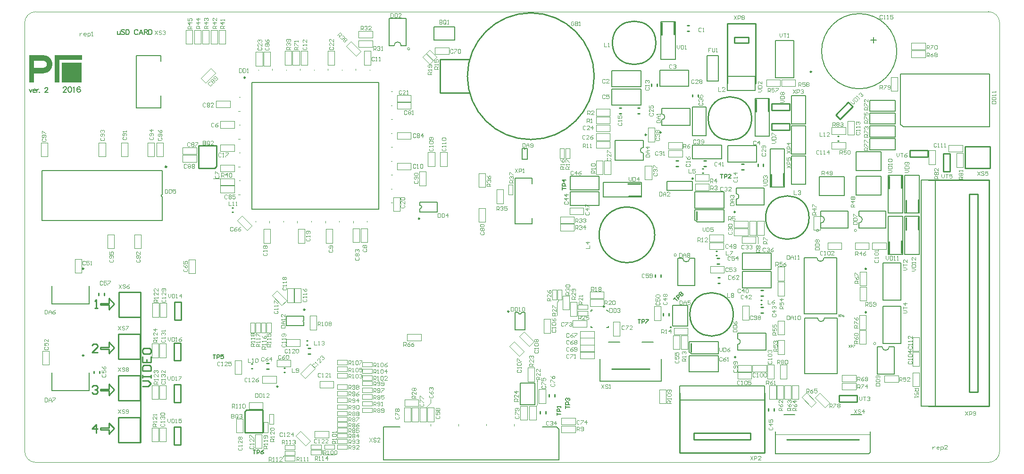
<source format=gto>
G04 Layer_Color=65535*
%FSLAX43Y43*%
%MOMM*%
G71*
G01*
G75*
%ADD96C,0.150*%
%ADD97C,0.200*%
%ADD98C,0.250*%
%ADD100C,0.254*%
%ADD104C,1.000*%
%ADD116C,0.100*%
%ADD125C,0.220*%
%ADD126R,0.900X4.900*%
%ADD127R,1.950X1.000*%
%ADD128R,4.900X0.900*%
%ADD129R,3.625X3.625*%
D96*
X42050Y131900D02*
Y131471D01*
X42093Y131343D01*
X42179Y131300D01*
X42307D01*
X42393Y131343D01*
X42521Y131471D01*
Y131900D02*
Y131300D01*
X43357Y132071D02*
X43271Y132157D01*
X43143Y132200D01*
X42971D01*
X42843Y132157D01*
X42757Y132071D01*
Y131986D01*
X42800Y131900D01*
X42843Y131857D01*
X42928Y131814D01*
X43185Y131728D01*
X43271Y131686D01*
X43314Y131643D01*
X43357Y131557D01*
Y131429D01*
X43271Y131343D01*
X43143Y131300D01*
X42971D01*
X42843Y131343D01*
X42757Y131429D01*
X43558Y132200D02*
Y131300D01*
Y132200D02*
X43858D01*
X43987Y132157D01*
X44072Y132071D01*
X44115Y131986D01*
X44158Y131857D01*
Y131643D01*
X44115Y131514D01*
X44072Y131429D01*
X43987Y131343D01*
X43858Y131300D01*
X43558D01*
X45709Y131986D02*
X45666Y132071D01*
X45581Y132157D01*
X45495Y132200D01*
X45324D01*
X45238Y132157D01*
X45152Y132071D01*
X45109Y131986D01*
X45067Y131857D01*
Y131643D01*
X45109Y131514D01*
X45152Y131429D01*
X45238Y131343D01*
X45324Y131300D01*
X45495D01*
X45581Y131343D01*
X45666Y131429D01*
X45709Y131514D01*
X46648Y131300D02*
X46305Y132200D01*
X45962Y131300D01*
X46091Y131600D02*
X46519D01*
X46858Y132200D02*
Y131300D01*
Y132200D02*
X47243D01*
X47372Y132157D01*
X47415Y132114D01*
X47457Y132028D01*
Y131943D01*
X47415Y131857D01*
X47372Y131814D01*
X47243Y131771D01*
X46858D01*
X47157D02*
X47457Y131300D01*
X47659Y132200D02*
Y131300D01*
Y132200D02*
X47959D01*
X48087Y132157D01*
X48173Y132071D01*
X48216Y131986D01*
X48259Y131857D01*
Y131643D01*
X48216Y131514D01*
X48173Y131429D01*
X48087Y131343D01*
X47959Y131300D01*
X47659D01*
X26225Y121475D02*
X26482Y120875D01*
X26739Y121475D02*
X26482Y120875D01*
X26885Y121218D02*
X27399D01*
Y121303D01*
X27356Y121389D01*
X27313Y121432D01*
X27228Y121475D01*
X27099D01*
X27013Y121432D01*
X26928Y121346D01*
X26885Y121218D01*
Y121132D01*
X26928Y121004D01*
X27013Y120918D01*
X27099Y120875D01*
X27228D01*
X27313Y120918D01*
X27399Y121004D01*
X27592Y121475D02*
Y120875D01*
Y121218D02*
X27635Y121346D01*
X27720Y121432D01*
X27806Y121475D01*
X27935D01*
X28059Y120961D02*
X28016Y120918D01*
X28059Y120875D01*
X28102Y120918D01*
X28059Y120961D01*
X29049Y121561D02*
Y121603D01*
X29092Y121689D01*
X29134Y121732D01*
X29220Y121775D01*
X29391D01*
X29477Y121732D01*
X29520Y121689D01*
X29563Y121603D01*
Y121518D01*
X29520Y121432D01*
X29434Y121303D01*
X29006Y120875D01*
X29606D01*
D97*
X153100Y101700D02*
G03*
X153100Y102700I0J500D01*
G01*
X114000Y81350D02*
G03*
X114600Y81350I300J0D01*
G01*
X153350Y75583D02*
G03*
X153350Y76617I0J517D01*
G01*
X181950Y128300D02*
G03*
X181950Y128300I-6750J0D01*
G01*
X167625Y91150D02*
G03*
X168875Y91150I625J0D01*
G01*
X143525Y91075D02*
G03*
X144775Y91075I625J0D01*
G01*
X136450Y111017D02*
G03*
X136450Y109983I0J-517D01*
G01*
X115012Y110825D02*
G03*
X115338Y110825I162J0D01*
G01*
X167725Y80350D02*
G03*
X168975Y80350I625J0D01*
G01*
X96350Y100000D02*
G03*
X96350Y100600I0J300D01*
G01*
X50100Y102550D02*
G03*
X50100Y102150I0J-200D01*
G01*
X179325Y75175D02*
G03*
X180575Y75175I625J0D01*
G01*
X175125Y97425D02*
G03*
X175125Y98675I0J625D01*
G01*
X168325Y97425D02*
G03*
X168325Y98675I0J625D01*
G01*
X139800Y116000D02*
G03*
X139800Y117000I0J500D01*
G01*
X92975Y129325D02*
G03*
X91725Y129325I-625J0D01*
G01*
X75475Y79925D02*
G03*
X75475Y79675I0J-125D01*
G01*
X49880Y126475D02*
Y127475D01*
Y118125D02*
Y120275D01*
X45420Y118125D02*
Y127475D01*
Y118125D02*
X49880D01*
X45420Y127475D02*
X49880D01*
X156560Y121230D02*
Y123800D01*
X151490Y121230D02*
X156560D01*
X151490D02*
Y123800D01*
X156560D01*
X182725Y75750D02*
Y82450D01*
X179475Y75750D02*
Y82450D01*
X182725D01*
X179475Y75750D02*
X182725D01*
X123300Y105850D02*
X126525D01*
X128500D01*
Y103350D02*
Y105850D01*
X123300Y103350D02*
X128500D01*
X123300D02*
Y105850D01*
Y103050D02*
X126525D01*
X128500D01*
Y100550D02*
Y103050D01*
X123300Y100550D02*
X128500D01*
X123300D02*
Y103050D01*
X128700Y69000D02*
X139700D01*
X128700D02*
Y73000D01*
X139700Y69000D02*
Y73000D01*
X136200Y76000D02*
X138200D01*
X130200D02*
X132200D01*
X182725Y83550D02*
Y90250D01*
X179475Y83550D02*
Y90250D01*
X182725D01*
X179475Y83550D02*
X182725D01*
X160175Y123550D02*
Y130250D01*
X163425Y123550D02*
Y130250D01*
X160175Y123550D02*
X163425D01*
X160175Y130250D02*
X163425D01*
X153100Y100700D02*
Y101700D01*
Y102700D02*
Y103700D01*
X158100Y100700D02*
Y103700D01*
X153100Y100700D02*
X158100D01*
X153100Y103700D02*
X158100D01*
X183400Y98600D02*
X184350D01*
X185450D02*
X186000D01*
Y91800D02*
Y98600D01*
X184350D02*
X185450D01*
X183400Y91800D02*
Y98600D01*
Y91800D02*
X186000D01*
X182050D02*
X183000D01*
X180400D02*
X180950D01*
X180400D02*
Y98600D01*
X180950Y91800D02*
X182050D01*
X183000D02*
Y98600D01*
X180400D02*
X183000D01*
X180400Y106000D02*
X181350D01*
X182450D02*
X183000D01*
Y99200D02*
Y106000D01*
X181350D02*
X182450D01*
X180400Y99200D02*
Y106000D01*
Y99200D02*
X183000D01*
X185050D02*
X186000D01*
X183400D02*
X183950D01*
X183400D02*
Y106000D01*
X183950Y99200D02*
X185050D01*
X186000D02*
Y106000D01*
X183400D02*
X186000D01*
X144711Y74281D02*
Y76137D01*
Y74281D02*
X145092Y73900D01*
X149918D01*
X146910Y76137D02*
X149918D01*
X145932D02*
X146430D01*
X146910D01*
X144711D02*
X145932D01*
X149918Y73900D02*
Y76137D01*
X150918Y97600D02*
Y99837D01*
X145711D02*
X146932D01*
X147430D02*
X147910D01*
X146932D02*
X147430D01*
X147910D02*
X150918D01*
X146092Y97600D02*
X150918D01*
X145711Y97981D02*
X146092Y97600D01*
X145711Y97981D02*
Y99837D01*
X136100Y103750D02*
Y104700D01*
Y102100D02*
Y102650D01*
X129300Y102100D02*
X136100D01*
Y102650D02*
Y103750D01*
X129300Y104700D02*
X136100D01*
X129300Y102100D02*
Y104700D01*
X139600Y133600D02*
X140550D01*
X141650D02*
X142200D01*
Y126800D02*
Y133600D01*
X140550D02*
X141650D01*
X139600Y126800D02*
Y133600D01*
Y126800D02*
X142200D01*
X143015Y65600D02*
Y68170D01*
X158245D01*
Y65600D02*
Y68170D01*
X143015Y65600D02*
X158245D01*
X153725Y108400D02*
X156800D01*
X151600D02*
X153725D01*
X151600D02*
Y111300D01*
X156800D01*
Y108400D02*
Y111300D01*
X147900Y122900D02*
X149900D01*
Y127500D01*
X147900D02*
X149900D01*
X147900Y125575D02*
Y127500D01*
Y122900D02*
Y125575D01*
X198625Y114700D02*
Y117150D01*
Y121750D02*
Y124200D01*
X182625Y115150D02*
Y124200D01*
Y115150D02*
X183075Y114700D01*
X198625D01*
X182625Y124200D02*
X198625D01*
Y117150D02*
Y121750D01*
X113400Y81350D02*
X114000D01*
X114600D02*
X115200D01*
X113400Y78250D02*
X115200D01*
X113400D02*
Y81350D01*
X115200Y78250D02*
Y81350D01*
X153350Y74550D02*
Y75583D01*
Y76617D02*
Y77650D01*
X158450Y74550D02*
Y77650D01*
X153350Y74550D02*
X158450D01*
X153350Y77650D02*
X158450D01*
X177284Y130300D02*
X178300D01*
X177750Y129792D02*
Y130808D01*
X165335Y91150D02*
X167625D01*
X168875D02*
X171165D01*
Y81150D02*
Y91150D01*
X165335Y81150D02*
X171165D01*
X165335D02*
Y91150D01*
X142625Y86200D02*
Y91075D01*
Y86200D02*
X145700D01*
Y91075D01*
X142625D02*
X143525D01*
X144800D02*
X145700D01*
X30250Y67275D02*
X36950D01*
Y70525D01*
X30250Y67275D02*
Y70525D01*
Y82875D02*
X36950D01*
Y86125D01*
X30250Y82875D02*
Y86125D01*
X141700Y80775D02*
Y82625D01*
X144425Y78900D02*
Y82625D01*
X141700D02*
X144425D01*
X141750Y78900D02*
X144425D01*
X141700Y78950D02*
X141750Y78900D01*
X141700Y78950D02*
Y80775D01*
X131350Y108700D02*
X136450D01*
X131350Y112225D02*
X136450D01*
X131350Y108700D02*
Y112225D01*
X136450Y108700D02*
Y109983D01*
Y111017D02*
Y112225D01*
X140714Y103275D02*
X145286D01*
X140714Y104900D02*
X145286D01*
Y103275D02*
Y104900D01*
X140714Y103275D02*
Y104900D01*
X146825Y70700D02*
X149900D01*
X144700D02*
X146825D01*
X144700D02*
Y73600D01*
X149900D01*
Y70700D02*
Y73600D01*
X147825Y100100D02*
X150900D01*
X145700D02*
X147825D01*
X145700D02*
Y103000D01*
X150900D01*
Y100100D02*
Y103000D01*
X130800Y121500D02*
X133875D01*
X136000D01*
Y118600D02*
Y121500D01*
X130800Y118600D02*
X136000D01*
X130800D02*
Y121500D01*
X98850Y130275D02*
Y132675D01*
Y130275D02*
X102600D01*
Y132675D01*
X100000D02*
X102600D01*
X98850D02*
X100000D01*
X115012Y110825D02*
X115610D01*
X114740D02*
X115338D01*
X114740Y108875D02*
Y110825D01*
Y108875D02*
X115610D01*
Y110825D01*
X165435Y80350D02*
X167725D01*
X168975D02*
X171265D01*
Y70350D02*
Y80350D01*
X165435Y70350D02*
X171265D01*
X165435D02*
Y80350D01*
X66200Y99900D02*
X89000D01*
X66200Y122700D02*
X89000D01*
X66200Y99900D02*
Y122700D01*
X89000Y99900D02*
Y122700D01*
X96350Y99400D02*
Y100000D01*
Y100600D02*
Y101200D01*
X99450Y99400D02*
Y101200D01*
X96350Y99400D02*
X99450D01*
X96350Y101200D02*
X99450D01*
X28500Y106865D02*
X50100D01*
X28500Y97835D02*
Y106865D01*
Y97835D02*
X50100D01*
Y102150D01*
Y102550D02*
Y106865D01*
X178425Y70300D02*
Y75175D01*
Y70300D02*
X181500D01*
Y75175D01*
X178425D02*
X179325D01*
X180600D02*
X181500D01*
X175125Y98700D02*
Y99600D01*
Y96525D02*
Y97425D01*
Y99600D02*
X180000D01*
Y96525D02*
Y99600D01*
X175125Y96525D02*
X180000D01*
X168325D02*
X173200D01*
Y99600D01*
X168325D02*
X173200D01*
X168325Y96525D02*
Y97425D01*
Y98700D02*
Y99600D01*
X154200Y92000D02*
X157275D01*
X159400D01*
Y89100D02*
Y92000D01*
X154200Y89100D02*
X159400D01*
X154200D02*
Y92000D01*
X130800Y124800D02*
X133875D01*
X136000D01*
Y121900D02*
Y124800D01*
X130800Y121900D02*
X136000D01*
X130800D02*
Y124800D01*
X154200Y88700D02*
X157275D01*
X159400D01*
Y85800D02*
Y88700D01*
X154200Y85800D02*
X159400D01*
X154200D02*
Y88700D01*
X163030Y120270D02*
X165570D01*
Y115200D02*
Y120270D01*
X163030Y115200D02*
X165570D01*
X163030D02*
Y120270D01*
Y114870D02*
X165570D01*
Y109800D02*
Y114870D01*
X163030Y109800D02*
X165570D01*
X163030D02*
Y114870D01*
Y109470D02*
X165570D01*
Y104400D02*
Y109470D01*
X163030Y104400D02*
X165570D01*
X163030D02*
Y109470D01*
X89800Y60800D02*
X92800D01*
X89800Y54900D02*
Y60700D01*
X118300Y60800D02*
X120850D01*
X121300Y60350D01*
Y54900D02*
Y60350D01*
X89800Y54900D02*
X121300D01*
X141525Y122000D02*
X144600D01*
X139400D02*
X141525D01*
X139400D02*
Y124900D01*
X144600D01*
Y122000D02*
Y124900D01*
X139800Y115000D02*
Y116000D01*
Y117000D02*
Y118000D01*
X144800Y115000D02*
Y118000D01*
X139800Y115000D02*
X144800D01*
X139800Y118000D02*
X144800D01*
X90800Y129325D02*
X91700D01*
X92975D02*
X93875D01*
X90800D02*
Y134200D01*
X93875D01*
Y129325D02*
Y134200D01*
X130150Y78650D02*
Y78910D01*
X129890Y78650D02*
X130150D01*
X127050D02*
Y78910D01*
Y78650D02*
X127310D01*
X127050Y81490D02*
Y81750D01*
X127310D01*
X129890D02*
X130150Y81490D01*
X156500Y119800D02*
X157450D01*
X158550D02*
X159100D01*
Y113000D02*
Y119800D01*
X157450D02*
X158550D01*
X156500Y113000D02*
Y119800D01*
Y113000D02*
X159100D01*
X147750Y115075D02*
Y118300D01*
Y113100D02*
Y115075D01*
X145250Y113100D02*
X147750D01*
X145250D02*
Y118300D01*
X147750D01*
X147275Y108950D02*
X150500D01*
X145300D02*
X147275D01*
X145300D02*
Y111450D01*
X150500D01*
Y108950D02*
Y111450D01*
X160850Y103900D02*
X161800D01*
X159200D02*
X159750D01*
X159200D02*
Y110700D01*
X159750Y103900D02*
X160850D01*
X161800D02*
Y110700D01*
X159200D02*
X161800D01*
X75475Y79925D02*
Y80650D01*
Y78950D02*
Y79675D01*
X72325Y78950D02*
X75475D01*
X72325D02*
Y80650D01*
X75475D01*
X116500Y104500D02*
Y105500D01*
Y97300D02*
Y98300D01*
X113400Y97300D02*
Y105500D01*
Y97300D02*
X116500D01*
X113400Y105400D02*
Y105500D01*
X116500D01*
X160175Y55975D02*
Y59975D01*
X173675Y62975D02*
X175675D01*
X161675D02*
X163675D01*
X160175Y55975D02*
X176925D01*
X177175Y56225D01*
Y59975D01*
X114400Y64800D02*
X117000D01*
Y68700D01*
X114400Y64800D02*
Y68700D01*
X117000D01*
X186330Y64500D02*
X188900D01*
X186330D02*
Y105130D01*
X188900D01*
Y64500D02*
Y105130D01*
X168075Y102375D02*
Y105750D01*
Y102375D02*
X172525D01*
Y105750D01*
X170825D02*
X172525D01*
X168075D02*
X170825D01*
X179125Y106850D02*
Y110225D01*
X174675D02*
X179125D01*
X174675Y106850D02*
Y110225D01*
Y106850D02*
X176375D01*
X179125D01*
Y102450D02*
Y105825D01*
X174675D02*
X179125D01*
X174675Y102450D02*
Y105825D01*
Y102450D02*
X176375D01*
X179125D01*
X177100Y117500D02*
Y119500D01*
Y117500D02*
X181700D01*
Y119500D01*
X179775D02*
X181700D01*
X177100D02*
X179775D01*
X177100Y112900D02*
Y114900D01*
Y112900D02*
X181700D01*
Y114900D01*
X179775D02*
X181700D01*
X177100D02*
X179775D01*
X181700Y115200D02*
Y117200D01*
X177100D02*
X181700D01*
X177100Y115200D02*
Y117200D01*
Y115200D02*
X179025D01*
X181700D01*
Y110600D02*
Y112600D01*
X177100D02*
X181700D01*
X177100Y110600D02*
Y112600D01*
Y110600D02*
X179025D01*
X181700D01*
X120950Y62875D02*
Y63342D01*
Y63108D01*
X121650D01*
Y63575D02*
X120950D01*
Y63925D01*
X121067Y64041D01*
X121300D01*
X121417Y63925D01*
Y63575D01*
X121650Y64275D02*
Y64508D01*
Y64391D01*
X120950D01*
X121067Y64275D01*
X150300Y106200D02*
X150767D01*
X150533D01*
Y105500D01*
X151000D02*
Y106200D01*
X151350D01*
X151466Y106083D01*
Y105850D01*
X151350Y105733D01*
X151000D01*
X152166Y105500D02*
X151700D01*
X152166Y105967D01*
Y106083D01*
X152049Y106200D01*
X151816D01*
X151700Y106083D01*
X122525Y64100D02*
Y64567D01*
Y64333D01*
X123225D01*
Y64800D02*
X122525D01*
Y65150D01*
X122642Y65266D01*
X122875D01*
X122992Y65150D01*
Y64800D01*
X122642Y65500D02*
X122525Y65616D01*
Y65849D01*
X122642Y65966D01*
X122758D01*
X122875Y65849D01*
Y65733D01*
Y65849D01*
X122992Y65966D01*
X123108D01*
X123225Y65849D01*
Y65616D01*
X123108Y65500D01*
X121900Y103375D02*
Y103842D01*
Y103608D01*
X122600D01*
Y104075D02*
X121900D01*
Y104425D01*
X122017Y104541D01*
X122250D01*
X122367Y104425D01*
Y104075D01*
X122600Y105124D02*
X121900D01*
X122250Y104775D01*
Y105241D01*
X59200Y73775D02*
X59667D01*
X59433D01*
Y73075D01*
X59900D02*
Y73775D01*
X60250D01*
X60366Y73658D01*
Y73425D01*
X60250Y73308D01*
X59900D01*
X61066Y73775D02*
X60600D01*
Y73425D01*
X60833Y73542D01*
X60949D01*
X61066Y73425D01*
Y73192D01*
X60949Y73075D01*
X60716D01*
X60600Y73192D01*
X66400Y56625D02*
X66867D01*
X66633D01*
Y55925D01*
X67100D02*
Y56625D01*
X67450D01*
X67566Y56508D01*
Y56275D01*
X67450Y56158D01*
X67100D01*
X68266Y56625D02*
X68033Y56508D01*
X67800Y56275D01*
Y56042D01*
X67916Y55925D01*
X68149D01*
X68266Y56042D01*
Y56158D01*
X68149Y56275D01*
X67800D01*
X135500Y80125D02*
X135967D01*
X135733D01*
Y79425D01*
X136200D02*
Y80125D01*
X136550D01*
X136666Y80008D01*
Y79775D01*
X136550Y79658D01*
X136200D01*
X136900Y80125D02*
X137366D01*
Y80008D01*
X136900Y79542D01*
Y79425D01*
X141855Y83770D02*
X142185Y84100D01*
X142020Y83935D01*
X142515Y83440D01*
X142845Y83770D02*
X142350Y84265D01*
X142597Y84512D01*
X142762D01*
X142927Y84347D01*
Y84182D01*
X142680Y83935D01*
X142927Y84677D02*
Y84842D01*
X143092Y85007D01*
X143257D01*
X143340Y84924D01*
Y84759D01*
X143505D01*
X143587Y84677D01*
Y84512D01*
X143422Y84347D01*
X143257D01*
X143175Y84430D01*
Y84595D01*
X143010D01*
X142927Y84677D01*
X143175Y84595D02*
X143340Y84759D01*
X32323Y121662D02*
Y121709D01*
X32370Y121805D01*
X32418Y121852D01*
X32513Y121900D01*
X32703D01*
X32799Y121852D01*
X32846Y121805D01*
X32894Y121709D01*
Y121614D01*
X32846Y121519D01*
X32751Y121376D01*
X32275Y120900D01*
X32942D01*
X33451Y121900D02*
X33308Y121852D01*
X33213Y121709D01*
X33165Y121471D01*
Y121328D01*
X33213Y121090D01*
X33308Y120948D01*
X33451Y120900D01*
X33546D01*
X33689Y120948D01*
X33784Y121090D01*
X33832Y121328D01*
Y121471D01*
X33784Y121709D01*
X33689Y121852D01*
X33546Y121900D01*
X33451D01*
X34056Y121709D02*
X34151Y121757D01*
X34294Y121900D01*
Y120900D01*
X35360Y121757D02*
X35312Y121852D01*
X35170Y121900D01*
X35074D01*
X34932Y121852D01*
X34836Y121709D01*
X34789Y121471D01*
Y121233D01*
X34836Y121043D01*
X34932Y120948D01*
X35074Y120900D01*
X35122D01*
X35265Y120948D01*
X35360Y121043D01*
X35408Y121186D01*
Y121233D01*
X35360Y121376D01*
X35265Y121471D01*
X35122Y121519D01*
X35074D01*
X34932Y121471D01*
X34836Y121376D01*
X34789Y121233D01*
D98*
X176500Y81400D02*
G03*
X176500Y81400I-125J0D01*
G01*
Y89200D02*
G03*
X176500Y89200I-125J0D01*
G01*
X166650Y124600D02*
G03*
X166650Y124600I-125J0D01*
G01*
X152970Y99400D02*
G03*
X152970Y99400I-125J0D01*
G01*
X70875Y68050D02*
G03*
X70875Y68050I-125J0D01*
G01*
X112350Y81525D02*
G03*
X112350Y81525I-125J0D01*
G01*
X153050Y73325D02*
G03*
X153050Y73325I-125J0D01*
G01*
X36025Y73625D02*
G03*
X36025Y73625I-125J0D01*
G01*
Y89225D02*
G03*
X36025Y89225I-125J0D01*
G01*
X137000Y113275D02*
G03*
X137000Y113275I-125J0D01*
G01*
X145411Y105408D02*
G03*
X145411Y105408I-125J0D01*
G01*
X65000Y123550D02*
G03*
X65000Y123550I-125J0D01*
G01*
X96300Y98225D02*
G03*
X96300Y98225I-125J0D01*
G01*
X139670Y113700D02*
G03*
X139670Y113700I-125J0D01*
G01*
X129475Y82405D02*
G03*
X129475Y82405I-125J0D01*
G01*
X75725Y81850D02*
G03*
X75725Y81850I-125J0D01*
G01*
D100*
X141454Y78700D02*
G03*
X141454Y78700I-79J0D01*
G01*
X50910Y107525D02*
G03*
X50910Y107525I-160J0D01*
G01*
X127630Y123800D02*
G03*
X127630Y123800I-11380J0D01*
G01*
X151490Y122500D02*
Y133270D01*
X156570Y122500D02*
Y133270D01*
X151490D02*
X156570D01*
X152760Y129764D02*
X155300D01*
X152760D02*
Y130831D01*
X155300D01*
Y129764D02*
Y130831D01*
X130800Y71200D02*
X137600D01*
X185800Y96300D02*
Y98500D01*
X183600Y96200D02*
Y98400D01*
X180600Y91900D02*
Y94100D01*
X182800Y92000D02*
Y94200D01*
Y103700D02*
Y105900D01*
X180600Y103600D02*
Y105800D01*
X183600Y99300D02*
Y101500D01*
X185800Y99400D02*
Y101600D01*
X145000Y74276D02*
Y75800D01*
X146000Y97976D02*
Y99500D01*
X133800Y102300D02*
X136000D01*
X133700Y104500D02*
X135900D01*
X142000Y131300D02*
Y133500D01*
X139800Y131200D02*
Y133400D01*
X155705Y58518D02*
Y59661D01*
X145545Y58518D02*
X155705D01*
X158245Y56105D02*
Y66900D01*
X143005Y56105D02*
Y66900D01*
Y56105D02*
X158245D01*
X145545Y59661D02*
X155705D01*
X145545Y58518D02*
Y59661D01*
X99968Y120800D02*
X105277D01*
X99968Y126800D02*
X105277D01*
X99968Y120800D02*
Y126800D01*
X158900Y117500D02*
Y119700D01*
X156700Y117400D02*
Y119600D01*
X159400Y104000D02*
Y106200D01*
X161600Y104100D02*
Y106300D01*
X162175Y58475D02*
X175175D01*
X187600Y105130D02*
X198522D01*
X187600Y64490D02*
X198522D01*
Y105130D01*
X194966Y67030D02*
Y102590D01*
Y67030D02*
X196490D01*
Y102590D01*
X194966D02*
X196490D01*
X39000Y60600D02*
X40500D01*
Y61100D01*
Y61500D01*
X41500Y60500D01*
Y60500D02*
Y60500D01*
X40500Y59500D02*
X41500Y60500D01*
X40500Y59500D02*
Y60300D01*
X39000D02*
X40500D01*
X39000D02*
Y60600D01*
Y67300D02*
Y67600D01*
Y67300D02*
X40500D01*
Y66500D02*
Y67300D01*
Y66500D02*
X41500Y67500D01*
Y67500D01*
X40500Y68500D02*
X41500Y67500D01*
X40500Y68100D02*
Y68500D01*
Y67600D02*
Y68100D01*
X39000Y67600D02*
X40500D01*
X39000Y75100D02*
X40500D01*
Y75600D01*
Y76000D01*
X41500Y75000D01*
Y75000D02*
Y75000D01*
X40500Y74000D02*
X41500Y75000D01*
X40500Y74000D02*
Y74800D01*
X39000D02*
X40500D01*
X39000D02*
Y75100D01*
Y82700D02*
Y83000D01*
Y82700D02*
X40500D01*
Y81900D02*
Y82700D01*
Y81900D02*
X41500Y82900D01*
Y82900D01*
X40500Y83900D02*
X41500Y82900D01*
X40500Y83500D02*
Y83900D01*
Y83000D02*
Y83500D01*
X39000Y83000D02*
X40500D01*
X46200Y80600D02*
X46200Y58000D01*
X38262Y59700D02*
Y61224D01*
X37500Y60462D01*
X38516D01*
X37500Y67970D02*
X37754Y68224D01*
X38262D01*
X38516Y67970D01*
Y67716D01*
X38262Y67462D01*
X38008D01*
X38262D01*
X38516Y67208D01*
Y66954D01*
X38262Y66700D01*
X37754D01*
X37500Y66954D01*
X38516Y74200D02*
X37500D01*
X38516Y75216D01*
Y75470D01*
X38262Y75724D01*
X37754D01*
X37500Y75470D01*
X38000Y82100D02*
X38508D01*
X38254D01*
Y83624D01*
X38000Y83370D01*
X46576Y68100D02*
X47592D01*
X48100Y68608D01*
X47592Y69116D01*
X46576D01*
Y69624D02*
Y70131D01*
Y69877D01*
X48100D01*
Y69624D01*
Y70131D01*
X46576Y70893D02*
X48100D01*
Y71655D01*
X47846Y71909D01*
X46830D01*
X46576Y71655D01*
Y70893D01*
Y73432D02*
Y72417D01*
X48100D01*
Y73432D01*
X47338Y72417D02*
Y72924D01*
X46576Y74702D02*
Y74194D01*
X46830Y73940D01*
X47846D01*
X48100Y74194D01*
Y74702D01*
X47846Y74956D01*
X46830D01*
X46576Y74702D01*
D104*
X28750Y124823D02*
G03*
X28750Y127075I0J1126D01*
G01*
D116*
X142400Y91682D02*
G03*
X142400Y91675I-221J-7D01*
G01*
X178200Y75782D02*
G03*
X178200Y75775I-221J-7D01*
G01*
X174518Y96300D02*
G03*
X174525Y96300I7J-221D01*
G01*
X167718Y96300D02*
G03*
X167725Y96300I7J-221D01*
G01*
X94100Y128718D02*
G03*
X94100Y128725I221J7D01*
G01*
X120925Y80825D02*
Y83150D01*
X121250Y83475D01*
Y83625D01*
X121025Y85425D02*
X121825D01*
Y83625D02*
Y85425D01*
X121025Y83625D02*
Y85425D01*
Y83625D02*
X121825D01*
X121550Y97375D02*
Y98575D01*
X124050D01*
X121550Y97375D02*
X124050D01*
Y98575D01*
X124025Y96050D02*
Y97250D01*
X121525Y96050D02*
X124025D01*
X121525Y97250D02*
X124025D01*
X121525Y96050D02*
Y97250D01*
X122450Y109025D02*
X123250D01*
X122450D02*
Y110825D01*
X123250Y109025D02*
Y110825D01*
X122450D02*
X123250D01*
X121475Y109025D02*
X122275D01*
X121475D02*
Y110825D01*
X122275Y109025D02*
Y110825D01*
X121475D02*
X122275D01*
X65925Y79525D02*
X66725D01*
Y77725D02*
Y79525D01*
X65925Y77725D02*
Y79525D01*
Y77725D02*
X66725D01*
X66875Y79525D02*
X67675D01*
Y77725D02*
Y79525D01*
X66875Y77725D02*
Y79525D01*
Y77725D02*
X67675D01*
X67875Y79525D02*
X68675D01*
Y77725D02*
Y79525D01*
X67875Y77725D02*
Y79525D01*
Y77725D02*
X68675D01*
X172100Y68875D02*
Y70075D01*
X174600D01*
X172100Y68875D02*
X174600D01*
Y70075D01*
X172100Y67475D02*
Y68675D01*
X174600D01*
X172100Y67475D02*
X174600D01*
Y68675D01*
X62250Y118200D02*
Y119400D01*
X59750Y118200D02*
X62250D01*
X59750Y119400D02*
X62250D01*
X59750Y118200D02*
Y119400D01*
X184800Y74250D02*
X186000D01*
Y71750D02*
Y74250D01*
X184800Y71750D02*
Y74250D01*
Y71750D02*
X186000D01*
X172050Y92700D02*
Y93900D01*
X169550Y92700D02*
X172050D01*
X169550Y93900D02*
X172050D01*
X169550Y92700D02*
Y93900D01*
X177550Y92700D02*
Y93900D01*
X180050D01*
X177550Y92700D02*
X180050D01*
Y93900D01*
X28300Y111850D02*
X29500D01*
Y109350D02*
Y111850D01*
X28300Y109350D02*
Y111850D01*
Y109350D02*
X29500D01*
X49100D02*
X50300D01*
X49100D02*
Y111850D01*
X50300Y109350D02*
Y111850D01*
X49100D02*
X50300D01*
X40300Y92850D02*
X41500D01*
X40300D02*
Y95350D01*
X41500Y92850D02*
Y95350D01*
X40300D02*
X41500D01*
X47500Y109350D02*
X48700D01*
X47500D02*
Y111850D01*
X48700Y109350D02*
Y111850D01*
X47500D02*
X48700D01*
X38700Y109350D02*
X39900D01*
X38700D02*
Y111850D01*
X39900Y109350D02*
Y111850D01*
X38700D02*
X39900D01*
X45100Y92850D02*
X46300D01*
X45100D02*
Y95350D01*
X46300Y92850D02*
Y95350D01*
X45100D02*
X46300D01*
X42700Y109350D02*
X43900D01*
X42700D02*
Y111850D01*
X43900Y109350D02*
Y111850D01*
X42700D02*
X43900D01*
X96200Y104150D02*
X97400D01*
X96200D02*
Y106650D01*
X97400Y104150D02*
Y106650D01*
X96200D02*
X97400D01*
X57017Y123415D02*
X57865Y122567D01*
X57017Y123415D02*
X58785Y125183D01*
X57865Y122567D02*
X59633Y124335D01*
X58785Y125183D02*
X59633Y124335D01*
X53750Y108400D02*
Y109600D01*
X56250D01*
X53750Y108400D02*
X56250D01*
Y109600D01*
X53750Y109800D02*
Y111000D01*
X56250D01*
X53750Y109800D02*
X56250D01*
Y111000D01*
X63050Y102900D02*
Y104100D01*
X60550Y102900D02*
X63050D01*
X60550Y104100D02*
X63050D01*
X60550Y102900D02*
Y104100D01*
X92250Y112500D02*
Y113700D01*
X94750D01*
X92250Y112500D02*
X94750D01*
Y113700D01*
X84300Y96450D02*
X85500D01*
Y93950D02*
Y96450D01*
X84300Y93950D02*
Y96450D01*
Y93950D02*
X85500D01*
X92250Y117900D02*
Y119100D01*
X94750D01*
X92250Y117900D02*
X94750D01*
Y119100D01*
X154200Y80050D02*
X155400D01*
X154200D02*
Y82550D01*
X155400Y80050D02*
Y82550D01*
X154200D02*
X155400D01*
X153350Y70700D02*
Y71900D01*
X155850D01*
X153350Y70700D02*
X155850D01*
Y71900D01*
X158700Y71950D02*
X159900D01*
Y69450D02*
Y71950D01*
X158700Y69450D02*
Y71950D01*
Y69450D02*
X159900D01*
X155850Y69400D02*
Y70600D01*
X153350Y69400D02*
X155850D01*
X153350Y70600D02*
X155850D01*
X153350Y69400D02*
Y70600D01*
X193750Y110200D02*
Y111400D01*
X191250Y110200D02*
X193750D01*
X191250Y111400D02*
X193750D01*
X191250Y110200D02*
Y111400D01*
X68300Y128150D02*
X69500D01*
Y125650D02*
Y128150D01*
X68300Y125650D02*
Y128150D01*
Y125650D02*
X69500D01*
X141950Y77400D02*
Y78600D01*
X144450D01*
X141950Y77400D02*
X144450D01*
Y78600D01*
X143200Y77250D02*
X144400D01*
Y74750D02*
Y77250D01*
X143200Y74750D02*
Y77250D01*
Y74750D02*
X144400D01*
X148350Y94100D02*
Y95300D01*
X150850D01*
X148350Y94100D02*
X150850D01*
Y95300D01*
X130450Y110900D02*
Y112100D01*
X127950Y110900D02*
X130450D01*
X127950Y112100D02*
X130450D01*
X127950Y110900D02*
Y112100D01*
X128000Y106150D02*
X129200D01*
X128000D02*
Y108650D01*
X129200Y106150D02*
Y108650D01*
X128000D02*
X129200D01*
X145750Y105000D02*
Y106200D01*
X148250D01*
X145750Y105000D02*
X148250D01*
Y106200D01*
Y103300D02*
Y104500D01*
X145750Y103300D02*
X148250D01*
X145750Y104500D02*
X148250D01*
X145750Y103300D02*
Y104500D01*
X127950Y116700D02*
Y117900D01*
X130450D01*
X127950Y116700D02*
X130450D01*
Y117900D01*
Y115300D02*
Y116500D01*
X127950Y115300D02*
X130450D01*
X127950Y116500D02*
X130450D01*
X127950Y115300D02*
Y116500D01*
X72500Y83150D02*
X73700D01*
X72500D02*
Y85650D01*
X73700Y83150D02*
Y85650D01*
X72500D02*
X73700D01*
X63100Y72750D02*
X64300D01*
Y70250D02*
Y72750D01*
X63100Y70250D02*
Y72750D01*
Y70250D02*
X64300D01*
X74092Y59160D02*
X74940Y60008D01*
X76708Y58240D01*
X74092Y59160D02*
X75860Y57392D01*
X76708Y58240D01*
X78350Y67800D02*
Y69000D01*
X80850D01*
X78350Y67800D02*
X80850D01*
Y69000D01*
X72350Y75300D02*
Y76500D01*
X74850D01*
X72350Y75300D02*
X74850D01*
Y76500D01*
X73800Y85650D02*
X75000D01*
Y83150D02*
Y85650D01*
X73800Y83150D02*
Y85650D01*
Y83150D02*
X75000D01*
X71560Y82667D02*
X72408Y83515D01*
X69792Y84435D02*
X71560Y82667D01*
X70640Y85283D02*
X72408Y83515D01*
X69792Y84435D02*
X70640Y85283D01*
X123775Y78725D02*
Y79925D01*
X126275D01*
X123775Y78725D02*
X126275D01*
Y79925D01*
X170250Y110700D02*
Y111900D01*
X172750D01*
X170250Y110700D02*
X172750D01*
Y111900D01*
X173100Y115750D02*
X174300D01*
Y113250D02*
Y115750D01*
X173100Y113250D02*
Y115750D01*
Y113250D02*
X174300D01*
X115960Y75292D02*
X116808Y76140D01*
X114192Y77060D02*
X115960Y75292D01*
X115040Y77908D02*
X116808Y76140D01*
X114192Y77060D02*
X115040Y77908D01*
X114160Y73492D02*
X115008Y74340D01*
X112392Y75260D02*
X114160Y73492D01*
X113240Y76108D02*
X115008Y74340D01*
X112392Y75260D02*
X113240Y76108D01*
X100000Y110150D02*
X101200D01*
Y107650D02*
Y110150D01*
X100000Y107650D02*
Y110150D01*
Y107650D02*
X101200D01*
X97800Y110150D02*
X99000D01*
Y107650D02*
Y110150D01*
X97800Y107650D02*
Y110150D01*
Y107650D02*
X99000D01*
X118600Y80150D02*
X119800D01*
Y77650D02*
Y80150D01*
X118600Y77650D02*
Y80150D01*
Y77650D02*
X119800D01*
X106900Y100100D02*
X108100D01*
Y97600D02*
Y100100D01*
X106900Y97600D02*
Y100100D01*
Y97600D02*
X108100D01*
X114400Y64550D02*
X115600D01*
Y62050D02*
Y64550D01*
X114400Y62050D02*
Y64550D01*
Y62050D02*
X115600D01*
X93500Y61750D02*
X94700D01*
X93500D02*
Y64250D01*
X94700Y61750D02*
Y64250D01*
X93500D02*
X94700D01*
X94900Y61750D02*
X96100D01*
X94900D02*
Y64250D01*
X96100Y61750D02*
Y64250D01*
X94900D02*
X96100D01*
X117700Y65050D02*
X118900D01*
X117700D02*
Y67550D01*
X118900Y65050D02*
Y67550D01*
X117700D02*
X118900D01*
X124250Y61200D02*
Y62400D01*
X121750Y61200D02*
X124250D01*
X121750Y62400D02*
X124250D01*
X121750Y61200D02*
Y62400D01*
X131000Y77150D02*
X132200D01*
X131000D02*
Y79650D01*
X132200Y77150D02*
Y79650D01*
X131000D02*
X132200D01*
X73150Y71600D02*
Y72800D01*
X70650Y71600D02*
X73150D01*
X70650Y72800D02*
X73150D01*
X70650Y71600D02*
Y72800D01*
X97700Y64250D02*
X98900D01*
Y61750D02*
Y64250D01*
X97700Y61750D02*
Y64250D01*
Y61750D02*
X98900D01*
X141800Y77250D02*
X143000D01*
Y74750D02*
Y77250D01*
X141800Y74750D02*
Y77250D01*
Y74750D02*
X143000D01*
X28575Y71925D02*
X29775D01*
X28575D02*
Y74425D01*
X29775Y71925D02*
Y74425D01*
X28575D02*
X29775D01*
X34400Y90950D02*
X35600D01*
Y88450D02*
Y90950D01*
X34400Y88450D02*
Y90950D01*
Y88450D02*
X35600D01*
X150950Y88500D02*
Y89700D01*
X148450Y88500D02*
X150950D01*
X148450Y89700D02*
X150950D01*
X148450Y88500D02*
Y89700D01*
X138400Y79950D02*
X139600D01*
X138400D02*
Y82450D01*
X139600Y79950D02*
Y82450D01*
X138400D02*
X139600D01*
X125725Y99000D02*
Y100200D01*
X123225Y99000D02*
X125725D01*
X123225Y100200D02*
X125725D01*
X123225Y99000D02*
Y100200D01*
X148350Y92700D02*
Y93900D01*
X150850D01*
X148350Y92700D02*
X150850D01*
Y93900D01*
X136750Y107700D02*
X137950D01*
Y105200D02*
Y107700D01*
X136750Y105200D02*
Y107700D01*
Y105200D02*
X137950D01*
X137300Y114550D02*
X138500D01*
Y112050D02*
Y114550D01*
X137300Y112050D02*
Y114550D01*
Y112050D02*
X138500D01*
X86300Y128350D02*
X87500D01*
Y125850D02*
Y128350D01*
X86300Y125850D02*
Y128350D01*
Y125850D02*
X87500D01*
X66900Y128150D02*
X68100Y128150D01*
Y125650D02*
Y128150D01*
X66900Y125650D02*
Y128150D01*
Y125650D02*
X68100D01*
X79800Y128350D02*
X81000D01*
Y125850D02*
Y128350D01*
X79800Y125850D02*
Y128350D01*
Y125850D02*
X81000D01*
X92250Y119200D02*
Y120400D01*
X94750D01*
X92250Y119200D02*
X94750D01*
Y120400D01*
X91600Y99550D02*
X92800D01*
X91600D02*
Y102050D01*
X92800Y99550D02*
Y102050D01*
X91600D02*
X92800D01*
X74500Y96350D02*
X75700D01*
Y93850D02*
Y96350D01*
X74500Y93850D02*
Y96350D01*
Y93850D02*
X75700D01*
X63025Y104250D02*
Y105450D01*
X60525Y104250D02*
X63025D01*
X60525Y105450D02*
X63025D01*
X60525Y104250D02*
Y105450D01*
X60550Y114500D02*
Y115700D01*
X63050D01*
X60550Y114500D02*
X63050D01*
Y115700D01*
X75000Y128350D02*
X76200D01*
Y125850D02*
Y128350D01*
X75000Y125850D02*
Y128350D01*
Y125850D02*
X76200D01*
X63400Y59750D02*
X64600D01*
X63400D02*
Y62250D01*
X64600Y59750D02*
Y62250D01*
X63400D02*
X64600D01*
X49700Y83050D02*
X50900D01*
Y80550D02*
Y83050D01*
X49700Y80550D02*
Y83050D01*
Y80550D02*
X50900D01*
X85700Y93950D02*
X86900D01*
X85700D02*
Y96450D01*
X86900Y93950D02*
Y96450D01*
X85700D02*
X86900D01*
X79500Y96350D02*
X80700D01*
Y93850D02*
Y96350D01*
X79500Y93850D02*
Y96350D01*
Y93850D02*
X80700D01*
X94750Y107000D02*
Y108200D01*
X92250Y107000D02*
X94750D01*
X92250Y108200D02*
X94750D01*
X92250Y107000D02*
Y108200D01*
X60550Y110300D02*
Y111500D01*
X63050D01*
X60550Y110300D02*
X63050D01*
Y111500D01*
X68300Y96350D02*
X69500D01*
Y93850D02*
Y96350D01*
X68300Y93850D02*
Y96350D01*
Y93850D02*
X69500D01*
X54800Y88350D02*
X56000D01*
X54800D02*
Y90850D01*
X56000Y88350D02*
Y90850D01*
X54800D02*
X56000D01*
X65360Y96092D02*
X66208Y96940D01*
X63592Y97860D02*
X65360Y96092D01*
X64440Y98708D02*
X66208Y96940D01*
X63592Y97860D02*
X64440Y98708D01*
X70550Y68700D02*
Y69900D01*
X68050Y68700D02*
X70550D01*
X68050Y69900D02*
X70550D01*
X68050Y68700D02*
Y69900D01*
X66800Y56950D02*
X68000D01*
X66800D02*
Y59450D01*
X68000Y56950D02*
Y59450D01*
X66800D02*
X68000D01*
X49600Y58150D02*
X50800D01*
X49600D02*
Y60650D01*
X50800Y58150D02*
Y60650D01*
X49600D02*
X50800D01*
X155250Y95200D02*
Y96400D01*
X152750Y95200D02*
X155250D01*
X152750Y96400D02*
X155250D01*
X152750Y95200D02*
Y96400D01*
X63750Y117550D02*
X64050D01*
X63900Y120025D02*
X64050D01*
X63900Y115050D02*
X64050D01*
X63750Y112550D02*
X64050D01*
X63750Y107550D02*
X64050D01*
X63900Y110050D02*
X64050D01*
X63750Y102550D02*
X64050D01*
X63900Y105050D02*
X64050D01*
X69350Y97450D02*
Y97750D01*
X66850Y97600D02*
Y97750D01*
X74350Y97450D02*
Y97750D01*
X71850Y97600D02*
Y97750D01*
X79350Y97450D02*
Y97750D01*
X76850Y97600D02*
Y97750D01*
X84350Y97450D02*
Y97750D01*
X81850Y97600D02*
Y97750D01*
X91150Y101050D02*
X91450D01*
X86850Y97600D02*
Y97750D01*
X91150Y106050D02*
X91450D01*
X91150Y103550D02*
X91300D01*
X91150Y111050D02*
X91450D01*
X91150Y108550D02*
X91300D01*
X91150Y113550D02*
X91300D01*
X91150Y116050D02*
X91450D01*
X91150Y118550D02*
X91300D01*
X91150Y121050D02*
X91450D01*
X87350Y124850D02*
Y125000D01*
X84850Y124850D02*
Y125150D01*
X82350Y124850D02*
Y125000D01*
X79850Y124850D02*
Y125150D01*
X77350Y124850D02*
Y125000D01*
X74850Y124850D02*
Y125150D01*
X72350Y124850D02*
Y125000D01*
X69850Y124850D02*
Y125150D01*
X67350Y124850D02*
Y125000D01*
X49600Y65750D02*
X50800D01*
X49600D02*
Y68250D01*
X50800Y65750D02*
Y68250D01*
X49600D02*
X50800D01*
X130450Y113900D02*
Y115100D01*
X127950Y113900D02*
X130450D01*
X127950Y115100D02*
X130450D01*
X127950Y113900D02*
Y115100D01*
X49600Y73250D02*
X50800D01*
X49600D02*
Y75750D01*
X50800Y73250D02*
Y75750D01*
X49600D02*
X50800D01*
X130450Y112300D02*
Y113500D01*
X127950Y112300D02*
X130450D01*
X127950Y113500D02*
X130450D01*
X127950Y112300D02*
Y113500D01*
X129400Y108650D02*
X130600D01*
Y106150D02*
Y108650D01*
X129400Y106150D02*
Y108650D01*
Y106150D02*
X130600D01*
X98275Y61000D02*
Y61300D01*
X103275Y61000D02*
Y61300D01*
X108275Y61050D02*
Y61300D01*
X113275Y61000D02*
Y61300D01*
X143450Y109300D02*
Y110500D01*
X140950Y109300D02*
X143450D01*
X140950Y110500D02*
X143450D01*
X140950Y109300D02*
Y110500D01*
X68825Y79525D02*
X69625D01*
Y77725D02*
Y79525D01*
X68825Y77725D02*
Y79525D01*
Y77725D02*
X69625D01*
X124700Y81925D02*
Y82725D01*
X126500D01*
X124700Y81925D02*
X126500D01*
Y82725D01*
X120100Y85425D02*
X120900D01*
Y83625D02*
Y85425D01*
X120100Y83625D02*
Y85425D01*
Y83625D02*
X120900D01*
X156650Y93800D02*
Y95000D01*
X154150Y93800D02*
X156650D01*
X154150Y95000D02*
X156650D01*
X154150Y93800D02*
Y95000D01*
X96300Y64250D02*
X97500D01*
Y61750D02*
Y64250D01*
X96300Y61750D02*
Y64250D01*
Y61750D02*
X97500D01*
X74892Y70340D02*
X75740Y69492D01*
X74892Y70340D02*
X76660Y72108D01*
X75740Y69492D02*
X77508Y71260D01*
X76660Y72108D02*
X77508Y71260D01*
X77450Y58800D02*
Y60000D01*
X79950D01*
X77450Y58800D02*
X79950D01*
Y60000D01*
X126850Y83900D02*
Y85100D01*
X129350D01*
X126850Y83900D02*
X129350D01*
Y85100D01*
X121950Y84350D02*
X123150D01*
Y81850D02*
Y84350D01*
X121950Y81850D02*
Y84350D01*
Y81850D02*
X123150D01*
X123300Y83200D02*
X124500D01*
Y80700D02*
Y83200D01*
X123300Y80700D02*
Y83200D01*
Y80700D02*
X124500D01*
X101550Y127775D02*
Y128975D01*
X99050Y127775D02*
X101550D01*
X99050Y128975D02*
X101550D01*
X99050Y127775D02*
Y128975D01*
X96075Y64525D02*
Y65725D01*
X93575Y64525D02*
X96075D01*
X93575Y65725D02*
X96075D01*
X93575Y64525D02*
Y65725D01*
X159100Y68277D02*
X160300D01*
Y65777D02*
Y68277D01*
X159100Y65777D02*
Y68277D01*
Y65777D02*
X160300D01*
X160400Y68277D02*
X161600D01*
Y65777D02*
Y68277D01*
X160400Y65777D02*
Y68277D01*
Y65777D02*
X161600D01*
X161800Y68277D02*
X163000D01*
Y65777D02*
Y68277D01*
X161800Y65777D02*
Y68277D01*
Y65777D02*
X163000D01*
X163100Y68277D02*
X164300D01*
Y65777D02*
Y68277D01*
X163100Y65777D02*
Y68277D01*
Y65777D02*
X164300D01*
X164867Y66135D02*
X165715Y66983D01*
X167483Y65215D01*
X164867Y66135D02*
X166635Y64367D01*
X167483Y65215D01*
X167267Y66010D02*
X168115Y66858D01*
X169883Y65090D01*
X167267Y66010D02*
X169035Y64242D01*
X169883Y65090D01*
X139300Y67500D02*
X140500D01*
Y65000D02*
Y67500D01*
X139300Y65000D02*
Y67500D01*
Y65000D02*
X140500D01*
X143450Y110700D02*
Y111900D01*
X140950Y110700D02*
X143450D01*
X140950Y111900D02*
X143450D01*
X140950Y110700D02*
Y111900D01*
X155250Y96600D02*
Y97800D01*
X152750Y96600D02*
X155250D01*
X152750Y97800D02*
X155250D01*
X152750Y96600D02*
Y97800D01*
X156900Y97750D02*
X158100D01*
Y95250D02*
Y97750D01*
X156900Y95250D02*
Y97750D01*
Y95250D02*
X158100D01*
X155500D02*
X156700D01*
X155500D02*
Y97750D01*
X156700Y95250D02*
Y97750D01*
X155500D02*
X156700D01*
X124250Y59800D02*
Y61000D01*
X121750Y59800D02*
X124250D01*
X121750Y61000D02*
X124250D01*
X121750Y59800D02*
Y61000D01*
X161000Y69450D02*
X162200D01*
X161000D02*
Y71950D01*
X162200Y69450D02*
Y71950D01*
X161000D02*
X162200D01*
X127650Y76800D02*
Y78000D01*
X125150Y76800D02*
X127650D01*
X125150Y78000D02*
X127650D01*
X125150Y76800D02*
Y78000D01*
X127650Y75550D02*
Y76750D01*
X125150Y75550D02*
X127650D01*
X125150Y76750D02*
X127650D01*
X125150Y75550D02*
Y76750D01*
X127650Y74300D02*
Y75500D01*
X125150Y74300D02*
X127650D01*
X125150Y75500D02*
X127650D01*
X125150Y74300D02*
Y75500D01*
X127650Y73050D02*
Y74250D01*
X125150Y73050D02*
X127650D01*
X125150Y74250D02*
X127650D01*
X125150Y73050D02*
Y74250D01*
X98125Y126009D02*
X98691Y126575D01*
X96852Y127282D02*
X98125Y126009D01*
X97418Y127848D02*
X98691Y126575D01*
X96852Y127282D02*
X97418Y127848D01*
X98775Y126684D02*
X99341Y127250D01*
X97502Y127957D02*
X98775Y126684D01*
X98068Y128523D02*
X99341Y127250D01*
X97502Y127957D02*
X98068Y128523D01*
X124700Y80800D02*
Y81600D01*
X126500D01*
X124700Y80800D02*
X126500D01*
Y81600D01*
X160175Y59475D02*
X177175D01*
X76600Y78250D02*
X77800D01*
X76600D02*
Y80750D01*
X77800Y78250D02*
Y80750D01*
X76600D02*
X77800D01*
X112225Y102525D02*
X113025D01*
X112225D02*
Y104325D01*
X113025Y102525D02*
Y104325D01*
X112225D02*
X113025D01*
X60275Y132100D02*
X61475D01*
Y129600D02*
Y132100D01*
X60275Y129600D02*
Y132100D01*
Y129600D02*
X61475D01*
X58800Y132100D02*
X60000D01*
Y129600D02*
Y132100D01*
X58800Y129600D02*
Y132100D01*
Y129600D02*
X60000D01*
X57300Y132100D02*
X58500D01*
Y129600D02*
Y132100D01*
X57300Y129600D02*
Y132100D01*
Y129600D02*
X58500D01*
X55850Y132100D02*
X57050D01*
Y129600D02*
Y132100D01*
X55850Y129600D02*
Y132100D01*
Y129600D02*
X57050D01*
X85325Y129025D02*
Y130225D01*
X87825D01*
X85325Y129025D02*
X87825D01*
Y130225D01*
X175200Y78150D02*
X176400D01*
Y75650D02*
Y78150D01*
X175200Y75650D02*
Y78150D01*
Y75650D02*
X176400D01*
X161050Y122000D02*
Y123200D01*
X158550Y122000D02*
X161050D01*
X158550Y123200D02*
X161050D01*
X158550Y122000D02*
Y123200D01*
X175300Y85950D02*
X176500D01*
Y83450D02*
Y85950D01*
X175300Y83450D02*
Y85950D01*
Y83450D02*
X176500D01*
X182250Y68800D02*
Y70000D01*
X179750Y68800D02*
X182250D01*
X179750Y70000D02*
X182250D01*
X179750Y68800D02*
Y70000D01*
X184800Y68050D02*
X186000D01*
X184800D02*
Y70550D01*
X186000Y68050D02*
Y70550D01*
X184800D02*
X186000D01*
X167000Y96150D02*
X168200D01*
X167000D02*
Y98650D01*
X168200Y96150D02*
Y98650D01*
X167000D02*
X168200D01*
X176950Y92700D02*
Y93900D01*
X174450Y92700D02*
X176950D01*
X174450Y93900D02*
X176950D01*
X174450Y92700D02*
Y93900D01*
X60550Y106700D02*
Y107900D01*
X63050D01*
X60550Y106700D02*
X63050D01*
Y107900D01*
X72100Y128350D02*
X73300D01*
Y125850D02*
Y128350D01*
X72100Y125850D02*
Y128350D01*
Y125850D02*
X73300D01*
X85350Y130700D02*
Y131900D01*
X87850D01*
X85350Y130700D02*
X87850D01*
Y131900D01*
X126850Y82500D02*
Y83700D01*
X129350D01*
X126850Y82500D02*
X129350D01*
Y83700D01*
X116000Y64550D02*
X117200D01*
Y62050D02*
Y64550D01*
X116000Y62050D02*
Y64550D01*
Y62050D02*
X117200D01*
X115700Y71450D02*
X116900D01*
Y68950D02*
Y71450D01*
X115700Y68950D02*
Y71450D01*
Y68950D02*
X116900D01*
X160600Y73850D02*
X161800D01*
X160600D02*
Y76350D01*
X161800Y73850D02*
Y76350D01*
X160600D02*
X161800D01*
X160600Y84350D02*
X161800D01*
X160600D02*
Y86850D01*
X161800Y84350D02*
Y86850D01*
X160600D02*
X161800D01*
X160600Y79850D02*
X161800D01*
Y77350D02*
Y79850D01*
X160600Y77350D02*
Y79850D01*
Y77350D02*
X161800D01*
X160600Y89550D02*
X161800D01*
Y87050D02*
Y89550D01*
X160600Y87050D02*
Y89550D01*
Y87050D02*
X161800D01*
X161250Y122000D02*
Y123200D01*
X163750D01*
X161250Y122000D02*
X163750D01*
Y123200D01*
X175300Y88650D02*
X176500D01*
Y86150D02*
Y88650D01*
X175300Y86150D02*
Y88650D01*
Y86150D02*
X176500D01*
X94050Y76300D02*
Y77500D01*
X96550D01*
X94050Y76300D02*
X96550D01*
Y77500D01*
X175200Y80850D02*
X176400D01*
Y78350D02*
Y80850D01*
X175200Y78350D02*
Y80850D01*
Y78350D02*
X176400D01*
X180900Y121150D02*
X182100D01*
X180900D02*
Y123650D01*
X182100Y121150D02*
Y123650D01*
X180900D02*
X182100D01*
X192700Y109950D02*
X193900D01*
Y107450D02*
Y109950D01*
X192700Y107450D02*
Y109950D01*
Y107450D02*
X193900D01*
X187700Y107950D02*
X188900D01*
X187700D02*
Y110450D01*
X188900Y107950D02*
Y110450D01*
X187700D02*
X188900D01*
X170250Y113400D02*
Y114600D01*
X172750D01*
X170250Y113400D02*
X172750D01*
Y114600D01*
X65650Y64000D02*
Y65200D01*
X68150D01*
X65650Y64000D02*
X68150D01*
Y65200D01*
X48200Y60650D02*
X49400D01*
Y58150D02*
Y60650D01*
X48200Y58150D02*
Y60650D01*
Y58150D02*
X49400D01*
X48300Y80550D02*
X49500D01*
X48300D02*
Y83050D01*
X49500Y80550D02*
Y83050D01*
X48300D02*
X49500D01*
X48200Y68250D02*
X49400D01*
Y65750D02*
Y68250D01*
X48200Y65750D02*
Y68250D01*
Y65750D02*
X49400D01*
X48200Y73250D02*
X49400D01*
X48200D02*
Y75750D01*
X49400Y73250D02*
Y75750D01*
X48200D02*
X49400D01*
X187050Y127200D02*
Y128400D01*
X184550Y127200D02*
X187050D01*
X184550Y128400D02*
X187050D01*
X184550Y127200D02*
Y128400D01*
X187050Y128600D02*
Y129800D01*
X184550Y128600D02*
X187050D01*
X184550Y129800D02*
X187050D01*
X184550Y128600D02*
Y129800D01*
X73500Y128350D02*
X74700D01*
Y125850D02*
Y128350D01*
X73500Y125850D02*
Y128350D01*
Y125850D02*
X74700D01*
X81500Y58800D02*
Y59600D01*
X83300D01*
X81500Y58800D02*
X83300D01*
Y59600D01*
X81500Y59800D02*
Y60600D01*
X83300D01*
X81500Y59800D02*
X83300D01*
Y60600D01*
X81500Y60800D02*
Y61600D01*
X83300D01*
X81500Y60800D02*
X83300D01*
Y61600D01*
X81500Y61800D02*
Y62600D01*
X83300D01*
X81500Y61800D02*
X83300D01*
Y62600D01*
X81500Y62800D02*
Y63600D01*
X83300D01*
X81500Y62800D02*
X83300D01*
Y63600D01*
X86000Y63400D02*
Y64200D01*
X87800D01*
X86000Y63400D02*
X87800D01*
Y64200D01*
X81500Y64000D02*
Y64800D01*
X83300D01*
X81500Y64000D02*
X83300D01*
Y64800D01*
X86000Y64600D02*
Y65400D01*
X87800D01*
X86000Y64600D02*
X87800D01*
Y65400D01*
X81500Y56800D02*
Y57600D01*
X83300D01*
X81500Y56800D02*
X83300D01*
Y57600D01*
X81500Y57800D02*
Y58600D01*
X83300D01*
X81500Y57800D02*
X83300D01*
Y58600D01*
X81500Y65200D02*
Y66000D01*
X83300D01*
X81500Y65200D02*
X83300D01*
Y66000D01*
X86000Y65800D02*
Y66600D01*
X87800D01*
X86000Y65800D02*
X87800D01*
Y66600D01*
X81500Y66400D02*
Y67200D01*
X83300D01*
X81500Y66400D02*
X83300D01*
Y67200D01*
X86000Y67000D02*
Y67800D01*
X87800D01*
X86000Y67000D02*
X87800D01*
Y67800D01*
X81500Y67600D02*
Y68400D01*
X83300D01*
X81500Y67600D02*
X83300D01*
Y68400D01*
X86000Y68200D02*
Y69000D01*
X87800D01*
X86000Y68200D02*
X87800D01*
Y69000D01*
X76800Y56800D02*
Y57600D01*
X78600D01*
X76800Y56800D02*
X78600D01*
Y57600D01*
X79200Y56800D02*
Y57600D01*
X81000D01*
X79200Y56800D02*
X81000D01*
Y57600D01*
X86000Y69200D02*
Y70000D01*
X87800D01*
X86000Y69200D02*
X87800D01*
Y70000D01*
X81500Y69600D02*
Y70400D01*
X83300D01*
X81500Y69600D02*
X83300D01*
Y70400D01*
X86000Y70400D02*
Y71200D01*
X87800D01*
X86000Y70400D02*
X87800D01*
Y71200D01*
X81500Y70800D02*
Y71600D01*
X83300D01*
X81500Y70800D02*
X83300D01*
Y71600D01*
X86000Y71600D02*
Y72400D01*
X87800D01*
X86000Y71600D02*
X87800D01*
Y72400D01*
X81500Y72000D02*
Y72800D01*
X83300D01*
X81500Y72000D02*
X83300D01*
Y72800D01*
X72100Y54700D02*
Y55500D01*
X73900D01*
X72100Y54700D02*
X73900D01*
Y55500D01*
X72100Y55700D02*
Y56500D01*
X73900D01*
X72100Y55700D02*
X73900D01*
Y56500D01*
X72100Y56700D02*
Y57500D01*
X73900D01*
X72100Y56700D02*
X73900D01*
Y57500D01*
X76800Y55800D02*
Y56600D01*
X78600D01*
X76800Y55800D02*
X78600D01*
Y56600D01*
X68300Y59800D02*
X69100D01*
X68300D02*
Y61600D01*
X69100Y59800D02*
Y61600D01*
X68300D02*
X69100D01*
X69300Y63100D02*
X70100D01*
Y61300D02*
Y63100D01*
X69300Y61300D02*
Y63100D01*
Y61300D02*
X70100D01*
X156050Y70700D02*
Y71900D01*
X158550D01*
X156050Y70700D02*
X158550D01*
Y71900D01*
X60450Y105400D02*
X60550Y105300D01*
X59200Y105400D02*
X60450D01*
X78600Y56800D02*
Y57100D01*
Y56800D02*
X78800Y56600D01*
X79007Y55800D02*
X81025D01*
X78800Y56007D02*
X79007Y55800D01*
X78800Y56007D02*
Y56600D01*
X81025Y55800D02*
X81133Y55907D01*
X97525Y64325D02*
X98300Y65100D01*
Y65823D01*
X96050Y64250D02*
X96300Y64500D01*
X96000Y64250D02*
X96050D01*
X97525Y64225D02*
Y64325D01*
X117400Y64800D02*
X117400Y64800D01*
X117150Y64550D02*
X117400Y64800D01*
X117100Y64550D02*
X117150D01*
X117400Y64800D02*
Y69200D01*
X117300Y69100D02*
X117400Y69200D01*
Y69200D02*
X117500Y69100D01*
X117400Y64800D02*
X117400D01*
X156700Y95200D02*
Y95250D01*
X157000Y93700D02*
Y94900D01*
X156700Y95200D02*
X157000Y94900D01*
X72050Y55700D02*
X72100D01*
X71675Y55325D02*
X72050Y55700D01*
X54350Y132100D02*
X55550D01*
Y129600D02*
Y132100D01*
X54350Y129600D02*
Y132100D01*
Y129600D02*
X55550D01*
X83092Y129160D02*
X83940Y130008D01*
X85708Y128240D01*
X83092Y129160D02*
X84860Y127392D01*
X85708Y128240D01*
X106900Y106350D02*
X108100D01*
Y103850D02*
Y106350D01*
X106900Y103850D02*
Y106350D01*
Y103850D02*
X108100D01*
X110100Y100950D02*
X111300D01*
X110100D02*
Y103450D01*
X111300Y100950D02*
Y103450D01*
X110100D02*
X111300D01*
X184800Y74400D02*
X186000D01*
X184800D02*
Y76900D01*
X186000Y74400D02*
Y76900D01*
X184800D02*
X186000D01*
X66675Y75275D02*
X65975D01*
Y75625D01*
X66092Y75742D01*
X66325D01*
X66442Y75625D01*
Y75275D01*
Y75508D02*
X66675Y75742D01*
Y75975D02*
Y76208D01*
Y76091D01*
X65975D01*
X66092Y75975D01*
X66675Y76558D02*
Y76791D01*
Y76675D01*
X65975D01*
X66092Y76558D01*
Y77141D02*
X65975Y77258D01*
Y77491D01*
X66092Y77608D01*
X66208D01*
X66325Y77491D01*
X66442Y77608D01*
X66558D01*
X66675Y77491D01*
Y77258D01*
X66558Y77141D01*
X66442D01*
X66325Y77258D01*
X66208Y77141D01*
X66092D01*
X66325Y77258D02*
Y77491D01*
X67625Y75225D02*
X66925D01*
Y75575D01*
X67042Y75692D01*
X67275D01*
X67392Y75575D01*
Y75225D01*
Y75458D02*
X67625Y75692D01*
Y75925D02*
Y76158D01*
Y76041D01*
X66925D01*
X67042Y75925D01*
X67625Y76508D02*
Y76741D01*
Y76625D01*
X66925D01*
X67042Y76508D01*
X66925Y77091D02*
Y77558D01*
X67042D01*
X67508Y77091D01*
X67625D01*
X68700Y74800D02*
X68000D01*
Y75150D01*
X68117Y75267D01*
X68350D01*
X68467Y75150D01*
Y74800D01*
Y75033D02*
X68700Y75267D01*
Y75500D02*
Y75733D01*
Y75616D01*
X68000D01*
X68117Y75500D01*
X68700Y76083D02*
Y76316D01*
Y76200D01*
X68000D01*
X68117Y76083D01*
X68000Y77133D02*
X68117Y76899D01*
X68350Y76666D01*
X68583D01*
X68700Y76783D01*
Y77016D01*
X68583Y77133D01*
X68467D01*
X68350Y77016D01*
Y76666D01*
X69600Y75200D02*
X68900D01*
Y75550D01*
X69017Y75667D01*
X69250D01*
X69367Y75550D01*
Y75200D01*
Y75433D02*
X69600Y75667D01*
Y75900D02*
Y76133D01*
Y76016D01*
X68900D01*
X69017Y75900D01*
X69600Y76483D02*
Y76716D01*
Y76600D01*
X68900D01*
X69017Y76483D01*
X68900Y77533D02*
Y77066D01*
X69250D01*
X69133Y77299D01*
Y77416D01*
X69250Y77533D01*
X69483D01*
X69600Y77416D01*
Y77183D01*
X69483Y77066D01*
X123200Y107125D02*
X122500D01*
Y107475D01*
X122617Y107592D01*
X122850D01*
X122967Y107475D01*
Y107125D01*
Y107358D02*
X123200Y107592D01*
Y107825D02*
Y108058D01*
Y107941D01*
X122500D01*
X122617Y107825D01*
X122500Y108408D02*
Y108874D01*
X122617D01*
X123083Y108408D01*
X123200D01*
X122250Y107125D02*
X121550D01*
Y107475D01*
X121667Y107592D01*
X121900D01*
X122017Y107475D01*
Y107125D01*
Y107358D02*
X122250Y107592D01*
Y107825D02*
Y108058D01*
Y107941D01*
X121550D01*
X121667Y107825D01*
X121550Y108874D02*
X121667Y108641D01*
X121900Y108408D01*
X122133D01*
X122250Y108525D01*
Y108758D01*
X122133Y108874D01*
X122017D01*
X121900Y108758D01*
Y108408D01*
X124250Y96300D02*
Y97000D01*
X124600D01*
X124717Y96883D01*
Y96650D01*
X124600Y96533D01*
X124250D01*
X124483D02*
X124717Y96300D01*
X124950Y96883D02*
X125066Y97000D01*
X125300D01*
X125416Y96883D01*
Y96767D01*
X125300Y96650D01*
X125183D01*
X125300D01*
X125416Y96533D01*
Y96417D01*
X125300Y96300D01*
X125066D01*
X124950Y96417D01*
X125999Y96300D02*
Y97000D01*
X125650Y96650D01*
X126116D01*
X124250Y97550D02*
Y98250D01*
X124600D01*
X124717Y98133D01*
Y97900D01*
X124600Y97783D01*
X124250D01*
X124483D02*
X124717Y97550D01*
X124950Y98133D02*
X125066Y98250D01*
X125300D01*
X125416Y98133D01*
Y98017D01*
X125300Y97900D01*
X125183D01*
X125300D01*
X125416Y97783D01*
Y97667D01*
X125300Y97550D01*
X125066D01*
X124950Y97667D01*
X125650Y98133D02*
X125766Y98250D01*
X125999D01*
X126116Y98133D01*
Y98017D01*
X125999Y97900D01*
X125883D01*
X125999D01*
X126116Y97783D01*
Y97667D01*
X125999Y97550D01*
X125766D01*
X125650Y97667D01*
X120775Y80800D02*
X120075D01*
Y81150D01*
X120192Y81267D01*
X120425D01*
X120542Y81150D01*
Y80800D01*
Y81033D02*
X120775Y81267D01*
Y81966D02*
Y81500D01*
X120308Y81966D01*
X120192D01*
X120075Y81850D01*
Y81616D01*
X120192Y81500D01*
X120075Y82200D02*
Y82666D01*
X120192D01*
X120658Y82200D01*
X120775D01*
X174275Y63925D02*
X174742Y63225D01*
Y63925D02*
X174275Y63225D01*
X175441Y63808D02*
X175325Y63925D01*
X175091D01*
X174975Y63808D01*
Y63692D01*
X175091Y63575D01*
X175325D01*
X175441Y63458D01*
Y63342D01*
X175325Y63225D01*
X175091D01*
X174975Y63342D01*
X176024Y63225D02*
Y63925D01*
X175675Y63575D01*
X176141D01*
X175200Y66200D02*
Y65733D01*
X175433Y65500D01*
X175667Y65733D01*
Y66200D01*
X175900D02*
X176366D01*
X176133D01*
Y65500D01*
X176600Y66083D02*
X176716Y66200D01*
X176949D01*
X177066Y66083D01*
Y65967D01*
X176949Y65850D01*
X176833D01*
X176949D01*
X177066Y65733D01*
Y65617D01*
X176949Y65500D01*
X176716D01*
X176600Y65617D01*
X174850Y67700D02*
Y68400D01*
X175200D01*
X175317Y68283D01*
Y68050D01*
X175200Y67933D01*
X174850D01*
X175083D02*
X175317Y67700D01*
X175550Y68400D02*
X176016D01*
Y68283D01*
X175550Y67817D01*
Y67700D01*
X176599D02*
Y68400D01*
X176250Y68050D01*
X176716D01*
X174850Y69100D02*
Y69800D01*
X175200D01*
X175317Y69683D01*
Y69450D01*
X175200Y69333D01*
X174850D01*
X175083D02*
X175317Y69100D01*
X176016Y69800D02*
X175783Y69683D01*
X175550Y69450D01*
Y69217D01*
X175666Y69100D01*
X175900D01*
X176016Y69217D01*
Y69333D01*
X175900Y69450D01*
X175550D01*
X176250Y69217D02*
X176366Y69100D01*
X176599D01*
X176716Y69217D01*
Y69683D01*
X176599Y69800D01*
X176366D01*
X176250Y69683D01*
Y69567D01*
X176366Y69450D01*
X176716D01*
X124775Y80075D02*
Y80775D01*
X125125D01*
X125242Y80658D01*
Y80425D01*
X125125Y80308D01*
X124775D01*
X125008D02*
X125242Y80075D01*
X125941D02*
X125475D01*
X125941Y80542D01*
Y80658D01*
X125825Y80775D01*
X125591D01*
X125475Y80658D01*
X126641Y80775D02*
X126175D01*
Y80425D01*
X126408Y80542D01*
X126524D01*
X126641Y80425D01*
Y80192D01*
X126524Y80075D01*
X126291D01*
X126175Y80192D01*
X125525Y82850D02*
X124825D01*
Y83200D01*
X124942Y83317D01*
X125175D01*
X125292Y83200D01*
Y82850D01*
Y83083D02*
X125525Y83317D01*
Y84016D02*
Y83550D01*
X125058Y84016D01*
X124942D01*
X124825Y83900D01*
Y83666D01*
X124942Y83550D01*
X125525Y84250D02*
Y84483D01*
Y84366D01*
X124825D01*
X124942Y84250D01*
X98475Y124125D02*
X97775D01*
Y124475D01*
X97892Y124592D01*
X98125D01*
X98242Y124475D01*
Y124125D01*
Y124358D02*
X98475Y124592D01*
Y124825D02*
Y125058D01*
Y124941D01*
X97775D01*
X97892Y124825D01*
X98358Y125408D02*
X98475Y125525D01*
Y125758D01*
X98358Y125874D01*
X97892D01*
X97775Y125758D01*
Y125525D01*
X97892Y125408D01*
X98008D01*
X98125Y125525D01*
Y125874D01*
X99650Y125075D02*
X98950D01*
Y125425D01*
X99067Y125542D01*
X99300D01*
X99417Y125425D01*
Y125075D01*
Y125308D02*
X99650Y125542D01*
Y125775D02*
Y126008D01*
Y125891D01*
X98950D01*
X99067Y125775D01*
X98950Y126824D02*
Y126358D01*
X99300D01*
X99183Y126591D01*
Y126708D01*
X99300Y126824D01*
X99533D01*
X99650Y126708D01*
Y126475D01*
X99533Y126358D01*
X78000Y79000D02*
Y79700D01*
X78350D01*
X78467Y79583D01*
Y79350D01*
X78350Y79233D01*
X78000D01*
X78233D02*
X78467Y79000D01*
X78700D02*
X78933D01*
X78816D01*
Y79700D01*
X78700Y79583D01*
X79283D02*
X79400Y79700D01*
X79633D01*
X79749Y79583D01*
Y79117D01*
X79633Y79000D01*
X79400D01*
X79283Y79117D01*
Y79583D01*
X79983D02*
X80099Y79700D01*
X80333D01*
X80449Y79583D01*
Y79467D01*
X80333Y79350D01*
X80449Y79233D01*
Y79117D01*
X80333Y79000D01*
X80099D01*
X79983Y79117D01*
Y79233D01*
X80099Y79350D01*
X79983Y79467D01*
Y79583D01*
X80099Y79350D02*
X80333D01*
X72567Y74683D02*
X72450Y74800D01*
X72217D01*
X72100Y74683D01*
Y74217D01*
X72217Y74100D01*
X72450D01*
X72567Y74217D01*
X72800Y74100D02*
X73033D01*
X72916D01*
Y74800D01*
X72800Y74683D01*
X73849Y74100D02*
X73383D01*
X73849Y74567D01*
Y74683D01*
X73733Y74800D01*
X73500D01*
X73383Y74683D01*
X74083D02*
X74199Y74800D01*
X74433D01*
X74549Y74683D01*
Y74217D01*
X74433Y74100D01*
X74199D01*
X74083Y74217D01*
Y74683D01*
X113125Y104650D02*
X112425D01*
Y105000D01*
X112542Y105117D01*
X112775D01*
X112892Y105000D01*
Y104650D01*
Y104883D02*
X113125Y105117D01*
X112542Y105350D02*
X112425Y105466D01*
Y105700D01*
X112542Y105816D01*
X112658D01*
X112775Y105700D01*
Y105583D01*
Y105700D01*
X112892Y105816D01*
X113008D01*
X113125Y105700D01*
Y105466D01*
X113008Y105350D01*
X112425Y106050D02*
Y106516D01*
X112542D01*
X113008Y106050D01*
X113125D01*
X123117Y73733D02*
X123000Y73850D01*
X122767D01*
X122650Y73733D01*
Y73267D01*
X122767Y73150D01*
X123000D01*
X123117Y73267D01*
X123350Y73850D02*
X123816D01*
Y73733D01*
X123350Y73267D01*
Y73150D01*
X124050D02*
X124283D01*
X124166D01*
Y73850D01*
X124050Y73733D01*
X123117Y74983D02*
X123000Y75100D01*
X122767D01*
X122650Y74983D01*
Y74517D01*
X122767Y74400D01*
X123000D01*
X123117Y74517D01*
X123816Y75100D02*
X123583Y74983D01*
X123350Y74750D01*
Y74517D01*
X123466Y74400D01*
X123700D01*
X123816Y74517D01*
Y74633D01*
X123700Y74750D01*
X123350D01*
X124050Y74517D02*
X124166Y74400D01*
X124399D01*
X124516Y74517D01*
Y74983D01*
X124399Y75100D01*
X124166D01*
X124050Y74983D01*
Y74867D01*
X124166Y74750D01*
X124516D01*
X123117Y76233D02*
X123000Y76350D01*
X122767D01*
X122650Y76233D01*
Y75767D01*
X122767Y75650D01*
X123000D01*
X123117Y75767D01*
X123816Y76350D02*
X123583Y76233D01*
X123350Y76000D01*
Y75767D01*
X123466Y75650D01*
X123700D01*
X123816Y75767D01*
Y75883D01*
X123700Y76000D01*
X123350D01*
X124050Y76233D02*
X124166Y76350D01*
X124399D01*
X124516Y76233D01*
Y76117D01*
X124399Y76000D01*
X124516Y75883D01*
Y75767D01*
X124399Y75650D01*
X124166D01*
X124050Y75767D01*
Y75883D01*
X124166Y76000D01*
X124050Y76117D01*
Y76233D01*
X124166Y76000D02*
X124399D01*
X123117Y77483D02*
X123000Y77600D01*
X122767D01*
X122650Y77483D01*
Y77017D01*
X122767Y76900D01*
X123000D01*
X123117Y77017D01*
X123816Y77600D02*
X123583Y77483D01*
X123350Y77250D01*
Y77017D01*
X123466Y76900D01*
X123700D01*
X123816Y77017D01*
Y77133D01*
X123700Y77250D01*
X123350D01*
X124050Y77600D02*
X124516D01*
Y77483D01*
X124050Y77017D01*
Y76900D01*
X113411Y107202D02*
X113878Y106502D01*
Y107202D02*
X113411Y106502D01*
X114111D02*
Y107202D01*
X114461D01*
X114577Y107085D01*
Y106852D01*
X114461Y106735D01*
X114111D01*
X114811Y106502D02*
X115044D01*
X114927D01*
Y107202D01*
X114811Y107085D01*
X68667Y128967D02*
X68550Y128850D01*
Y128617D01*
X68667Y128500D01*
X69133D01*
X69250Y128617D01*
Y128850D01*
X69133Y128967D01*
X68667Y129200D02*
X68550Y129316D01*
Y129550D01*
X68667Y129666D01*
X68783D01*
X68900Y129550D01*
X69017Y129666D01*
X69133D01*
X69250Y129550D01*
Y129316D01*
X69133Y129200D01*
X69017D01*
X68900Y129316D01*
X68783Y129200D01*
X68667D01*
X68900Y129316D02*
Y129550D01*
X68550Y130366D02*
X68667Y130133D01*
X68900Y129900D01*
X69133D01*
X69250Y130016D01*
Y130249D01*
X69133Y130366D01*
X69017D01*
X68900Y130249D01*
Y129900D01*
X173300Y75500D02*
X173567Y75100D01*
Y75500D02*
X173300Y75100D01*
X173700D02*
Y75500D01*
X173900D01*
X173966Y75433D01*
Y75300D01*
X173900Y75233D01*
X173700D01*
X174100Y75500D02*
X174366D01*
Y75433D01*
X174100Y75167D01*
Y75100D01*
X171400Y81000D02*
X171667Y80600D01*
Y81000D02*
X171400Y80600D01*
X171800D02*
Y81000D01*
X172000D01*
X172066Y80933D01*
Y80800D01*
X172000Y80733D01*
X171800D01*
X172466Y81000D02*
X172333Y80933D01*
X172200Y80800D01*
Y80667D01*
X172266Y80600D01*
X172400D01*
X172466Y80667D01*
Y80733D01*
X172400Y80800D01*
X172200D01*
X71450Y78600D02*
X72150D01*
Y78950D01*
X72033Y79067D01*
X71567D01*
X71450Y78950D01*
Y78600D01*
X72150Y79300D02*
X71683D01*
X71450Y79533D01*
X71683Y79766D01*
X72150D01*
X71800D01*
Y79300D01*
X72150Y80000D02*
Y80233D01*
Y80116D01*
X71450D01*
X71567Y80000D01*
X72150Y81049D02*
Y80583D01*
X71683Y81049D01*
X71567D01*
X71450Y80933D01*
Y80699D01*
X71567Y80583D01*
X77400Y76200D02*
Y75500D01*
X77867D01*
X78100D02*
X78333D01*
X78216D01*
Y76200D01*
X78100Y76083D01*
X78683D02*
X78800Y76200D01*
X79033D01*
X79149Y76083D01*
Y75967D01*
X79033Y75850D01*
X78916D01*
X79033D01*
X79149Y75733D01*
Y75617D01*
X79033Y75500D01*
X78800D01*
X78683Y75617D01*
X174400Y100300D02*
X173700D01*
Y100650D01*
X173817Y100767D01*
X174050D01*
X174167Y100650D01*
Y100300D01*
Y100533D02*
X174400Y100767D01*
Y101350D02*
X173700D01*
X174050Y101000D01*
Y101466D01*
X173817Y101700D02*
X173700Y101816D01*
Y102049D01*
X173817Y102166D01*
X173933D01*
X174050Y102049D01*
X174167Y102166D01*
X174283D01*
X174400Y102049D01*
Y101816D01*
X174283Y101700D01*
X174167D01*
X174050Y101816D01*
X173933Y101700D01*
X173817D01*
X174050Y101816D02*
Y102049D01*
X160475Y72125D02*
Y72825D01*
X160825D01*
X160942Y72708D01*
Y72475D01*
X160825Y72358D01*
X160475D01*
X160708D02*
X160942Y72125D01*
X161175Y72708D02*
X161291Y72825D01*
X161525D01*
X161641Y72708D01*
Y72592D01*
X161525Y72475D01*
X161641Y72358D01*
Y72242D01*
X161525Y72125D01*
X161291D01*
X161175Y72242D01*
Y72358D01*
X161291Y72475D01*
X161175Y72592D01*
Y72708D01*
X161291Y72475D02*
X161525D01*
X161875Y72708D02*
X161991Y72825D01*
X162224D01*
X162341Y72708D01*
Y72242D01*
X162224Y72125D01*
X161991D01*
X161875Y72242D01*
Y72708D01*
X194225Y63575D02*
X194692Y62875D01*
Y63575D02*
X194225Y62875D01*
X194925D02*
Y63575D01*
X195275D01*
X195391Y63458D01*
Y63225D01*
X195275Y63108D01*
X194925D01*
X195625Y62992D02*
X195741Y62875D01*
X195974D01*
X196091Y62992D01*
Y63458D01*
X195974Y63575D01*
X195741D01*
X195625Y63458D01*
Y63342D01*
X195741Y63225D01*
X196091D01*
X74500Y128600D02*
X73800D01*
Y128950D01*
X73917Y129067D01*
X74150D01*
X74267Y128950D01*
Y128600D01*
Y128833D02*
X74500Y129067D01*
X73800Y129300D02*
Y129766D01*
X73917D01*
X74383Y129300D01*
X74500D01*
Y130000D02*
Y130233D01*
Y130116D01*
X73800D01*
X73917Y130000D01*
X187300Y128675D02*
Y129375D01*
X187650D01*
X187767Y129258D01*
Y129025D01*
X187650Y128908D01*
X187300D01*
X187533D02*
X187767Y128675D01*
X188000Y129375D02*
X188466D01*
Y129258D01*
X188000Y128792D01*
Y128675D01*
X188700Y129258D02*
X188816Y129375D01*
X189049D01*
X189166Y129258D01*
Y128792D01*
X189049Y128675D01*
X188816D01*
X188700Y128792D01*
Y129258D01*
X187300Y127300D02*
Y128000D01*
X187650D01*
X187767Y127883D01*
Y127650D01*
X187650Y127533D01*
X187300D01*
X187533D02*
X187767Y127300D01*
X188466Y128000D02*
X188233Y127883D01*
X188000Y127650D01*
Y127417D01*
X188116Y127300D01*
X188350D01*
X188466Y127417D01*
Y127533D01*
X188350Y127650D01*
X188000D01*
X188700Y127883D02*
X188816Y128000D01*
X189049D01*
X189166Y127883D01*
Y127767D01*
X189049Y127650D01*
X189166Y127533D01*
Y127417D01*
X189049Y127300D01*
X188816D01*
X188700Y127417D01*
Y127533D01*
X188816Y127650D01*
X188700Y127767D01*
Y127883D01*
X188816Y127650D02*
X189049D01*
X158000Y104100D02*
X158467D01*
X158700Y104333D01*
X158467Y104567D01*
X158000D01*
Y104800D02*
X158700D01*
Y105150D01*
X158583Y105266D01*
X158117D01*
X158000Y105150D01*
Y104800D01*
X158117Y105500D02*
X158000Y105616D01*
Y105849D01*
X158117Y105966D01*
X158233D01*
X158350Y105849D01*
Y105733D01*
Y105849D01*
X158467Y105966D01*
X158583D01*
X158700Y105849D01*
Y105616D01*
X158583Y105500D01*
X124500Y60100D02*
Y60800D01*
X124850D01*
X124967Y60683D01*
Y60450D01*
X124850Y60333D01*
X124500D01*
X124733D02*
X124967Y60100D01*
X125200Y60217D02*
X125316Y60100D01*
X125550D01*
X125666Y60217D01*
Y60683D01*
X125550Y60800D01*
X125316D01*
X125200Y60683D01*
Y60567D01*
X125316Y60450D01*
X125666D01*
X157400Y92200D02*
X156700D01*
Y92550D01*
X156817Y92667D01*
X157050D01*
X157167Y92550D01*
Y92200D01*
Y92433D02*
X157400Y92667D01*
X156817Y92900D02*
X156700Y93016D01*
Y93250D01*
X156817Y93366D01*
X156933D01*
X157050Y93250D01*
X157167Y93366D01*
X157283D01*
X157400Y93250D01*
Y93016D01*
X157283Y92900D01*
X157167D01*
X157050Y93016D01*
X156933Y92900D01*
X156817D01*
X157050Y93016D02*
Y93250D01*
X158700Y93700D02*
X158000D01*
Y94050D01*
X158117Y94167D01*
X158350D01*
X158467Y94050D01*
Y93700D01*
Y93933D02*
X158700Y94167D01*
X158000Y94400D02*
Y94866D01*
X158117D01*
X158583Y94400D01*
X158700D01*
X151700Y97900D02*
Y98600D01*
X152050D01*
X152167Y98483D01*
Y98250D01*
X152050Y98133D01*
X151700D01*
X151933D02*
X152167Y97900D01*
X152866Y98600D02*
X152400D01*
Y98250D01*
X152633Y98367D01*
X152750D01*
X152866Y98250D01*
Y98017D01*
X152750Y97900D01*
X152516D01*
X152400Y98017D01*
X158800Y83600D02*
Y82900D01*
X159267D01*
X159966Y83600D02*
X159733Y83483D01*
X159500Y83250D01*
Y83017D01*
X159616Y82900D01*
X159850D01*
X159966Y83017D01*
Y83133D01*
X159850Y83250D01*
X159500D01*
X163500Y103250D02*
Y102550D01*
X163967D01*
X164200Y103133D02*
X164316Y103250D01*
X164550D01*
X164666Y103133D01*
Y103017D01*
X164550Y102900D01*
X164433D01*
X164550D01*
X164666Y102783D01*
Y102667D01*
X164550Y102550D01*
X164316D01*
X164200Y102667D01*
X145867Y112283D02*
X145750Y112400D01*
X145517D01*
X145400Y112283D01*
Y111817D01*
X145517Y111700D01*
X145750D01*
X145867Y111817D01*
X146100Y112283D02*
X146216Y112400D01*
X146450D01*
X146566Y112283D01*
Y112167D01*
X146450Y112050D01*
X146333D01*
X146450D01*
X146566Y111933D01*
Y111817D01*
X146450Y111700D01*
X146216D01*
X146100Y111817D01*
X146800D02*
X146916Y111700D01*
X147149D01*
X147266Y111817D01*
Y112283D01*
X147149Y112400D01*
X146916D01*
X146800Y112283D01*
Y112167D01*
X146916Y112050D01*
X147266D01*
X146517Y119067D02*
X146400Y118950D01*
Y118717D01*
X146517Y118600D01*
X146983D01*
X147100Y118717D01*
Y118950D01*
X146983Y119067D01*
X146517Y119300D02*
X146400Y119416D01*
Y119650D01*
X146517Y119766D01*
X146633D01*
X146750Y119650D01*
Y119533D01*
Y119650D01*
X146867Y119766D01*
X146983D01*
X147100Y119650D01*
Y119416D01*
X146983Y119300D01*
X146400Y120466D02*
Y120000D01*
X146750D01*
X146633Y120233D01*
Y120349D01*
X146750Y120466D01*
X146983D01*
X147100Y120349D01*
Y120116D01*
X146983Y120000D01*
X157000Y121000D02*
X157467D01*
X157700Y121233D01*
X157467Y121467D01*
X157000D01*
Y121700D02*
X157700D01*
Y122050D01*
X157583Y122166D01*
X157117D01*
X157000Y122050D01*
Y121700D01*
X157700Y122866D02*
Y122400D01*
X157233Y122866D01*
X157117D01*
X157000Y122749D01*
Y122516D01*
X157117Y122400D01*
X143600Y110900D02*
Y111600D01*
X143950D01*
X144067Y111483D01*
Y111250D01*
X143950Y111133D01*
X143600D01*
X143833D02*
X144067Y110900D01*
X144766Y111600D02*
X144533Y111483D01*
X144300Y111250D01*
Y111017D01*
X144416Y110900D01*
X144650D01*
X144766Y111017D01*
Y111133D01*
X144650Y111250D01*
X144300D01*
X123867Y106683D02*
X123750Y106800D01*
X123517D01*
X123400Y106683D01*
Y106217D01*
X123517Y106100D01*
X123750D01*
X123867Y106217D01*
X124450Y106100D02*
Y106800D01*
X124100Y106450D01*
X124566D01*
X125266Y106800D02*
X125033Y106683D01*
X124800Y106450D01*
Y106217D01*
X124916Y106100D01*
X125149D01*
X125266Y106217D01*
Y106333D01*
X125149Y106450D01*
X124800D01*
X122392Y101267D02*
X122275Y101150D01*
Y100917D01*
X122392Y100800D01*
X122858D01*
X122975Y100917D01*
Y101150D01*
X122858Y101267D01*
X122975Y101850D02*
X122275D01*
X122625Y101500D01*
Y101966D01*
X122975Y102549D02*
X122275D01*
X122625Y102200D01*
Y102666D01*
X145551Y123113D02*
X145435Y123229D01*
X145201D01*
X145085Y123113D01*
Y122646D01*
X145201Y122530D01*
X145435D01*
X145551Y122646D01*
X146251Y122530D02*
X145785D01*
X146251Y122996D01*
Y123113D01*
X146134Y123229D01*
X145901D01*
X145785Y123113D01*
X146484D02*
X146601Y123229D01*
X146834D01*
X146951Y123113D01*
Y122996D01*
X146834Y122879D01*
X146951Y122763D01*
Y122646D01*
X146834Y122530D01*
X146601D01*
X146484Y122646D01*
Y122763D01*
X146601Y122879D01*
X146484Y122996D01*
Y123113D01*
X146601Y122879D02*
X146834D01*
X128900Y68400D02*
X129367Y67700D01*
Y68400D02*
X128900Y67700D01*
X130066Y68283D02*
X129950Y68400D01*
X129716D01*
X129600Y68283D01*
Y68167D01*
X129716Y68050D01*
X129950D01*
X130066Y67933D01*
Y67817D01*
X129950Y67700D01*
X129716D01*
X129600Y67817D01*
X130300Y67700D02*
X130533D01*
X130416D01*
Y68400D01*
X130300Y68283D01*
X42300Y86400D02*
X42767Y85700D01*
Y86400D02*
X42300Y85700D01*
X43466Y86283D02*
X43350Y86400D01*
X43116D01*
X43000Y86283D01*
Y86167D01*
X43116Y86050D01*
X43350D01*
X43466Y85933D01*
Y85817D01*
X43350Y85700D01*
X43116D01*
X43000Y85817D01*
X44166Y86400D02*
X43933Y86283D01*
X43700Y86050D01*
Y85817D01*
X43816Y85700D01*
X44049D01*
X44166Y85817D01*
Y85933D01*
X44049Y86050D01*
X43700D01*
X196400Y106700D02*
X196867Y106000D01*
Y106700D02*
X196400Y106000D01*
X197566Y106583D02*
X197450Y106700D01*
X197216D01*
X197100Y106583D01*
Y106467D01*
X197216Y106350D01*
X197450D01*
X197566Y106233D01*
Y106117D01*
X197450Y106000D01*
X197216D01*
X197100Y106117D01*
X198266Y106700D02*
X197800D01*
Y106350D01*
X198033Y106467D01*
X198149D01*
X198266Y106350D01*
Y106117D01*
X198149Y106000D01*
X197916D01*
X197800Y106117D01*
X42164Y63946D02*
X42631Y63246D01*
Y63946D02*
X42164Y63246D01*
X43330Y63829D02*
X43214Y63946D01*
X42980D01*
X42864Y63829D01*
Y63713D01*
X42980Y63596D01*
X43214D01*
X43330Y63479D01*
Y63363D01*
X43214Y63246D01*
X42980D01*
X42864Y63363D01*
X43564D02*
X43680Y63246D01*
X43913D01*
X44030Y63363D01*
Y63829D01*
X43913Y63946D01*
X43680D01*
X43564Y63829D01*
Y63713D01*
X43680Y63596D01*
X44030D01*
X42164Y71439D02*
X42631Y70739D01*
Y71439D02*
X42164Y70739D01*
X43330Y71322D02*
X43214Y71439D01*
X42980D01*
X42864Y71322D01*
Y71206D01*
X42980Y71089D01*
X43214D01*
X43330Y70972D01*
Y70856D01*
X43214Y70739D01*
X42980D01*
X42864Y70856D01*
X43564Y71322D02*
X43680Y71439D01*
X43913D01*
X44030Y71322D01*
Y71206D01*
X43913Y71089D01*
X44030Y70972D01*
Y70856D01*
X43913Y70739D01*
X43680D01*
X43564Y70856D01*
Y70972D01*
X43680Y71089D01*
X43564Y71206D01*
Y71322D01*
X43680Y71089D02*
X43913D01*
X42164Y78932D02*
X42631Y78232D01*
Y78932D02*
X42164Y78232D01*
X43330Y78815D02*
X43214Y78932D01*
X42980D01*
X42864Y78815D01*
Y78699D01*
X42980Y78582D01*
X43214D01*
X43330Y78465D01*
Y78349D01*
X43214Y78232D01*
X42980D01*
X42864Y78349D01*
X43564Y78932D02*
X44030D01*
Y78815D01*
X43564Y78349D01*
Y78232D01*
X181900Y110000D02*
Y109533D01*
X182133Y109300D01*
X182367Y109533D01*
Y110000D01*
X182600D02*
X183066D01*
X182833D01*
Y109300D01*
X183766Y110000D02*
X183533Y109883D01*
X183300Y109650D01*
Y109417D01*
X183416Y109300D01*
X183649D01*
X183766Y109417D01*
Y109533D01*
X183649Y109650D01*
X183300D01*
X190000Y106200D02*
Y105733D01*
X190233Y105500D01*
X190467Y105733D01*
Y106200D01*
X190700D02*
X191166D01*
X190933D01*
Y105500D01*
X191866Y106200D02*
X191400D01*
Y105850D01*
X191633Y105967D01*
X191749D01*
X191866Y105850D01*
Y105617D01*
X191749Y105500D01*
X191516D01*
X191400Y105617D01*
X183125Y81250D02*
X183592D01*
X183825Y81483D01*
X183592Y81717D01*
X183125D01*
Y81950D02*
Y82416D01*
Y82183D01*
X183825D01*
Y82999D02*
X183125D01*
X183475Y82650D01*
Y83116D01*
X183100Y88950D02*
X183567D01*
X183800Y89183D01*
X183567Y89417D01*
X183100D01*
Y89650D02*
Y90116D01*
Y89883D01*
X183800D01*
Y90816D02*
Y90350D01*
X183333Y90816D01*
X183217D01*
X183100Y90699D01*
Y90466D01*
X183217Y90350D01*
X160900Y131500D02*
Y131033D01*
X161133Y130800D01*
X161367Y131033D01*
Y131500D01*
X161600D02*
X162066D01*
X161833D01*
Y130800D01*
X162300D02*
X162533D01*
X162416D01*
Y131500D01*
X162300Y131383D01*
X152000Y100600D02*
X152700D01*
Y100950D01*
X152583Y101067D01*
X152117D01*
X152000Y100950D01*
Y100600D01*
X152700Y101300D02*
X152233D01*
X152000Y101533D01*
X152233Y101766D01*
X152700D01*
X152350D01*
Y101300D01*
X152117Y102000D02*
X152000Y102116D01*
Y102349D01*
X152117Y102466D01*
X152233D01*
X152350Y102349D01*
Y102233D01*
Y102349D01*
X152467Y102466D01*
X152583D01*
X152700Y102349D01*
Y102116D01*
X152583Y102000D01*
X51100Y76900D02*
Y76433D01*
X51333Y76200D01*
X51567Y76433D01*
Y76900D01*
X51800D02*
Y76200D01*
X52150D01*
X52266Y76317D01*
Y76783D01*
X52150Y76900D01*
X51800D01*
X52500Y76200D02*
X52733D01*
X52616D01*
Y76900D01*
X52500Y76783D01*
X53549Y76900D02*
X53316Y76783D01*
X53083Y76550D01*
Y76317D01*
X53199Y76200D01*
X53433D01*
X53549Y76317D01*
Y76433D01*
X53433Y76550D01*
X53083D01*
X51156Y84672D02*
Y84206D01*
X51389Y83972D01*
X51622Y84206D01*
Y84672D01*
X51855D02*
Y83972D01*
X52205D01*
X52322Y84089D01*
Y84556D01*
X52205Y84672D01*
X51855D01*
X52555Y83972D02*
X52788D01*
X52672D01*
Y84672D01*
X52555Y84556D01*
X53488Y83972D02*
Y84672D01*
X53138Y84322D01*
X53605D01*
X51054Y69864D02*
Y69397D01*
X51287Y69164D01*
X51521Y69397D01*
Y69864D01*
X51754D02*
Y69164D01*
X52104D01*
X52220Y69281D01*
Y69747D01*
X52104Y69864D01*
X51754D01*
X52454Y69164D02*
X52687D01*
X52570D01*
Y69864D01*
X52454Y69747D01*
X53037Y69864D02*
X53503D01*
Y69747D01*
X53037Y69281D01*
Y69164D01*
X51054Y62269D02*
Y61803D01*
X51287Y61570D01*
X51521Y61803D01*
Y62269D01*
X51754D02*
Y61570D01*
X52104D01*
X52220Y61686D01*
Y62153D01*
X52104Y62269D01*
X51754D01*
X52454Y61570D02*
X52687D01*
X52570D01*
Y62269D01*
X52454Y62153D01*
X53503Y62269D02*
X53037D01*
Y61919D01*
X53270Y62036D01*
X53387D01*
X53503Y61919D01*
Y61686D01*
X53387Y61570D01*
X53153D01*
X53037Y61686D01*
X173655Y119195D02*
X173985Y118865D01*
X174315D01*
Y119195D01*
X173985Y119525D01*
X174150Y119690D02*
X174645Y119195D01*
X174892Y119442D01*
Y119607D01*
X174562Y119937D01*
X174397D01*
X174150Y119690D01*
X175140D02*
X175305Y119855D01*
X175222Y119772D01*
X174727Y120267D01*
Y120102D01*
X175140Y120514D02*
Y120679D01*
X175305Y120844D01*
X175470D01*
X175552Y120762D01*
Y120597D01*
X175470Y120514D01*
X175552Y120597D01*
X175717D01*
X175799Y120514D01*
Y120349D01*
X175634Y120184D01*
X175470D01*
X184600Y88800D02*
X185067D01*
X185300Y89033D01*
X185067Y89267D01*
X184600D01*
Y89500D02*
X185300D01*
Y89850D01*
X185183Y89966D01*
X184717D01*
X184600Y89850D01*
Y89500D01*
X185300Y90200D02*
Y90433D01*
Y90316D01*
X184600D01*
X184717Y90200D01*
X185300Y91249D02*
Y90783D01*
X184833Y91249D01*
X184717D01*
X184600Y91133D01*
Y90899D01*
X184717Y90783D01*
X180000Y91497D02*
Y91031D01*
X180233Y90798D01*
X180467Y91031D01*
Y91497D01*
X180700D02*
Y90798D01*
X181050D01*
X181166Y90914D01*
Y91381D01*
X181050Y91497D01*
X180700D01*
X181400Y90798D02*
X181633D01*
X181516D01*
Y91497D01*
X181400Y91381D01*
X181983Y90798D02*
X182216D01*
X182099D01*
Y91497D01*
X181983Y91381D01*
X180400Y106500D02*
X180867D01*
X181100Y106733D01*
X180867Y106967D01*
X180400D01*
Y107200D02*
X181100D01*
Y107550D01*
X180983Y107666D01*
X180517D01*
X180400Y107550D01*
Y107200D01*
X181100Y107900D02*
Y108133D01*
Y108016D01*
X180400D01*
X180517Y107900D01*
Y108483D02*
X180400Y108599D01*
Y108833D01*
X180517Y108949D01*
X180983D01*
X181100Y108833D01*
Y108599D01*
X180983Y108483D01*
X180517D01*
X183400Y106500D02*
X183867D01*
X184100Y106733D01*
X183867Y106967D01*
X183400D01*
Y107200D02*
X184100D01*
Y107550D01*
X183983Y107666D01*
X183517D01*
X183400Y107550D01*
Y107200D01*
X183983Y107900D02*
X184100Y108016D01*
Y108249D01*
X183983Y108366D01*
X183517D01*
X183400Y108249D01*
Y108016D01*
X183517Y107900D01*
X183633D01*
X183750Y108016D01*
Y108366D01*
X161050Y119100D02*
X161517D01*
X161750Y119333D01*
X161517Y119567D01*
X161050D01*
Y119800D02*
X161750D01*
Y120150D01*
X161633Y120266D01*
X161167D01*
X161050Y120150D01*
Y119800D01*
X161167Y120500D02*
X161050Y120616D01*
Y120849D01*
X161167Y120966D01*
X161283D01*
X161400Y120849D01*
X161517Y120966D01*
X161633D01*
X161750Y120849D01*
Y120616D01*
X161633Y120500D01*
X161517D01*
X161400Y120616D01*
X161283Y120500D01*
X161167D01*
X161400Y120616D02*
Y120849D01*
X159525Y111775D02*
X159992D01*
X160225Y112008D01*
X159992Y112242D01*
X159525D01*
Y112475D02*
X160225D01*
Y112825D01*
X160108Y112941D01*
X159642D01*
X159525Y112825D01*
Y112475D01*
Y113175D02*
Y113641D01*
X159642D01*
X160108Y113175D01*
X160225D01*
X150100Y75000D02*
Y74533D01*
X150333Y74300D01*
X150567Y74533D01*
Y75000D01*
X150800D02*
Y74300D01*
X151150D01*
X151266Y74417D01*
Y74883D01*
X151150Y75000D01*
X150800D01*
X151966D02*
X151733Y74883D01*
X151500Y74650D01*
Y74417D01*
X151616Y74300D01*
X151849D01*
X151966Y74417D01*
Y74533D01*
X151849Y74650D01*
X151500D01*
X147100Y96600D02*
Y96133D01*
X147333Y95900D01*
X147567Y96133D01*
Y96600D01*
X147800D02*
Y95900D01*
X148150D01*
X148266Y96017D01*
Y96483D01*
X148150Y96600D01*
X147800D01*
X148966D02*
X148500D01*
Y96250D01*
X148733Y96367D01*
X148849D01*
X148966Y96250D01*
Y96017D01*
X148849Y95900D01*
X148616D01*
X148500Y96017D01*
X133850Y105650D02*
Y105183D01*
X134083Y104950D01*
X134317Y105183D01*
Y105650D01*
X134550D02*
Y104950D01*
X134900D01*
X135016Y105067D01*
Y105533D01*
X134900Y105650D01*
X134550D01*
X135599Y104950D02*
Y105650D01*
X135250Y105300D01*
X135716D01*
X142500Y129400D02*
Y128933D01*
X142733Y128700D01*
X142967Y128933D01*
Y129400D01*
X143200D02*
Y128700D01*
X143550D01*
X143666Y128817D01*
Y129283D01*
X143550Y129400D01*
X143200D01*
X143900Y128700D02*
X144133D01*
X144016D01*
Y129400D01*
X143900Y129283D01*
X49200Y76000D02*
X48500D01*
Y76350D01*
X48617Y76467D01*
X48850D01*
X48967Y76350D01*
Y76000D01*
Y76233D02*
X49200Y76467D01*
Y76700D02*
Y76933D01*
Y76816D01*
X48500D01*
X48617Y76700D01*
X49200Y77749D02*
Y77283D01*
X48733Y77749D01*
X48617D01*
X48500Y77633D01*
Y77400D01*
X48617Y77283D01*
X49200Y78333D02*
X48500D01*
X48850Y77983D01*
Y78449D01*
X49300Y68500D02*
X48600D01*
Y68850D01*
X48717Y68967D01*
X48950D01*
X49067Y68850D01*
Y68500D01*
Y68733D02*
X49300Y68967D01*
Y69200D02*
Y69433D01*
Y69316D01*
X48600D01*
X48717Y69200D01*
X49300Y70249D02*
Y69783D01*
X48833Y70249D01*
X48717D01*
X48600Y70133D01*
Y69900D01*
X48717Y69783D01*
Y70483D02*
X48600Y70599D01*
Y70833D01*
X48717Y70949D01*
X48833D01*
X48950Y70833D01*
Y70716D01*
Y70833D01*
X49067Y70949D01*
X49183D01*
X49300Y70833D01*
Y70599D01*
X49183Y70483D01*
X49300Y83200D02*
X48600D01*
Y83550D01*
X48717Y83667D01*
X48950D01*
X49067Y83550D01*
Y83200D01*
Y83433D02*
X49300Y83667D01*
Y83900D02*
Y84133D01*
Y84016D01*
X48600D01*
X48717Y83900D01*
X49300Y84949D02*
Y84483D01*
X48833Y84949D01*
X48717D01*
X48600Y84833D01*
Y84600D01*
X48717Y84483D01*
X49300Y85649D02*
Y85183D01*
X48833Y85649D01*
X48717D01*
X48600Y85533D01*
Y85299D01*
X48717Y85183D01*
X49100Y60900D02*
X48400D01*
Y61250D01*
X48517Y61367D01*
X48750D01*
X48867Y61250D01*
Y60900D01*
Y61133D02*
X49100Y61367D01*
Y61600D02*
Y61833D01*
Y61716D01*
X48400D01*
X48517Y61600D01*
X49100Y62649D02*
Y62183D01*
X48633Y62649D01*
X48517D01*
X48400Y62533D01*
Y62300D01*
X48517Y62183D01*
X49100Y62883D02*
Y63116D01*
Y62999D01*
X48400D01*
X48517Y62883D01*
X70200Y58200D02*
X69500D01*
Y58550D01*
X69617Y58667D01*
X69850D01*
X69967Y58550D01*
Y58200D01*
Y58433D02*
X70200Y58667D01*
Y58900D02*
Y59133D01*
Y59016D01*
X69500D01*
X69617Y58900D01*
X70200Y59949D02*
Y59483D01*
X69733Y59949D01*
X69617D01*
X69500Y59833D01*
Y59600D01*
X69617Y59483D01*
Y60183D02*
X69500Y60299D01*
Y60533D01*
X69617Y60649D01*
X70083D01*
X70200Y60533D01*
Y60299D01*
X70083Y60183D01*
X69617D01*
X68975Y56900D02*
X68275D01*
Y57250D01*
X68392Y57367D01*
X68625D01*
X68742Y57250D01*
Y56900D01*
Y57133D02*
X68975Y57367D01*
Y57600D02*
Y57833D01*
Y57716D01*
X68275D01*
X68392Y57600D01*
X68975Y58183D02*
Y58416D01*
Y58300D01*
X68275D01*
X68392Y58183D01*
X68858Y58766D02*
X68975Y58883D01*
Y59116D01*
X68858Y59233D01*
X68392D01*
X68275Y59116D01*
Y58883D01*
X68392Y58766D01*
X68508D01*
X68625Y58883D01*
Y59233D01*
X77500Y54800D02*
Y55500D01*
X77850D01*
X77967Y55383D01*
Y55150D01*
X77850Y55033D01*
X77500D01*
X77733D02*
X77967Y54800D01*
X78200D02*
X78433D01*
X78316D01*
Y55500D01*
X78200Y55383D01*
X78783Y54800D02*
X79016D01*
X78900D01*
Y55500D01*
X78783Y55383D01*
X79716Y54800D02*
Y55500D01*
X79366Y55150D01*
X79833D01*
X71600Y57728D02*
Y58427D01*
X71950D01*
X72067Y58311D01*
Y58078D01*
X71950Y57961D01*
X71600D01*
X71833D02*
X72067Y57728D01*
X72300D02*
X72533D01*
X72416D01*
Y58427D01*
X72300Y58311D01*
X72883Y57728D02*
X73116D01*
X73000D01*
Y58427D01*
X72883Y58311D01*
X73466D02*
X73583Y58427D01*
X73816D01*
X73933Y58311D01*
Y58194D01*
X73816Y58078D01*
X73699D01*
X73816D01*
X73933Y57961D01*
Y57844D01*
X73816Y57728D01*
X73583D01*
X73466Y57844D01*
X69250Y54650D02*
Y55350D01*
X69600D01*
X69717Y55233D01*
Y55000D01*
X69600Y54883D01*
X69250D01*
X69483D02*
X69717Y54650D01*
X69950D02*
X70183D01*
X70066D01*
Y55350D01*
X69950Y55233D01*
X70533Y54650D02*
X70766D01*
X70650D01*
Y55350D01*
X70533Y55233D01*
X71583Y54650D02*
X71116D01*
X71583Y55117D01*
Y55233D01*
X71466Y55350D01*
X71233D01*
X71116Y55233D01*
X74200Y54700D02*
Y55400D01*
X74550D01*
X74667Y55283D01*
Y55050D01*
X74550Y54933D01*
X74200D01*
X74433D02*
X74667Y54700D01*
X74900D02*
X75133D01*
X75016D01*
Y55400D01*
X74900Y55283D01*
X75483Y54700D02*
X75716D01*
X75600D01*
Y55400D01*
X75483Y55283D01*
X76066Y54700D02*
X76299D01*
X76183D01*
Y55400D01*
X76066Y55283D01*
X62625Y64200D02*
Y64900D01*
X62975D01*
X63092Y64783D01*
Y64550D01*
X62975Y64433D01*
X62625D01*
X62858D02*
X63092Y64200D01*
X63325D02*
X63558D01*
X63441D01*
Y64900D01*
X63325Y64783D01*
X63908Y64200D02*
X64141D01*
X64025D01*
Y64900D01*
X63908Y64783D01*
X64491D02*
X64608Y64900D01*
X64841D01*
X64958Y64783D01*
Y64317D01*
X64841Y64200D01*
X64608D01*
X64491Y64317D01*
Y64783D01*
X141425Y65025D02*
X140725D01*
Y65375D01*
X140842Y65492D01*
X141075D01*
X141192Y65375D01*
Y65025D01*
Y65258D02*
X141425Y65492D01*
Y65725D02*
Y65958D01*
Y65841D01*
X140725D01*
X140842Y65725D01*
Y66308D02*
X140725Y66425D01*
Y66658D01*
X140842Y66774D01*
X141308D01*
X141425Y66658D01*
Y66425D01*
X141308Y66308D01*
X140842D01*
X141308Y67008D02*
X141425Y67124D01*
Y67358D01*
X141308Y67474D01*
X140842D01*
X140725Y67358D01*
Y67124D01*
X140842Y67008D01*
X140958D01*
X141075Y67124D01*
Y67474D01*
X83500Y72000D02*
Y72700D01*
X83850D01*
X83967Y72583D01*
Y72350D01*
X83850Y72233D01*
X83500D01*
X83733D02*
X83967Y72000D01*
X84200D02*
X84433D01*
X84316D01*
Y72700D01*
X84200Y72583D01*
X84783D02*
X84900Y72700D01*
X85133D01*
X85249Y72583D01*
Y72117D01*
X85133Y72000D01*
X84900D01*
X84783Y72117D01*
Y72583D01*
X85483Y72700D02*
X85949D01*
Y72583D01*
X85483Y72117D01*
Y72000D01*
X88000Y71600D02*
Y72300D01*
X88350D01*
X88467Y72183D01*
Y71950D01*
X88350Y71833D01*
X88000D01*
X88233D02*
X88467Y71600D01*
X88700D02*
X88933D01*
X88816D01*
Y72300D01*
X88700Y72183D01*
X89283D02*
X89400Y72300D01*
X89633D01*
X89749Y72183D01*
Y71717D01*
X89633Y71600D01*
X89400D01*
X89283Y71717D01*
Y72183D01*
X90449Y72300D02*
X90216Y72183D01*
X89983Y71950D01*
Y71717D01*
X90099Y71600D01*
X90333D01*
X90449Y71717D01*
Y71833D01*
X90333Y71950D01*
X89983D01*
X83500Y70700D02*
Y71400D01*
X83850D01*
X83967Y71283D01*
Y71050D01*
X83850Y70933D01*
X83500D01*
X83733D02*
X83967Y70700D01*
X84200D02*
X84433D01*
X84316D01*
Y71400D01*
X84200Y71283D01*
X84783D02*
X84900Y71400D01*
X85133D01*
X85249Y71283D01*
Y70817D01*
X85133Y70700D01*
X84900D01*
X84783Y70817D01*
Y71283D01*
X85949Y71400D02*
X85483D01*
Y71050D01*
X85716Y71167D01*
X85833D01*
X85949Y71050D01*
Y70817D01*
X85833Y70700D01*
X85599D01*
X85483Y70817D01*
X88000Y70400D02*
Y71100D01*
X88350D01*
X88467Y70983D01*
Y70750D01*
X88350Y70633D01*
X88000D01*
X88233D02*
X88467Y70400D01*
X88700D02*
X88933D01*
X88816D01*
Y71100D01*
X88700Y70983D01*
X89283D02*
X89400Y71100D01*
X89633D01*
X89749Y70983D01*
Y70517D01*
X89633Y70400D01*
X89400D01*
X89283Y70517D01*
Y70983D01*
X90333Y70400D02*
Y71100D01*
X89983Y70750D01*
X90449D01*
X83500Y69600D02*
Y70300D01*
X83850D01*
X83967Y70183D01*
Y69950D01*
X83850Y69833D01*
X83500D01*
X83733D02*
X83967Y69600D01*
X84200D02*
X84433D01*
X84316D01*
Y70300D01*
X84200Y70183D01*
X84783D02*
X84900Y70300D01*
X85133D01*
X85249Y70183D01*
Y69717D01*
X85133Y69600D01*
X84900D01*
X84783Y69717D01*
Y70183D01*
X85483D02*
X85599Y70300D01*
X85833D01*
X85949Y70183D01*
Y70067D01*
X85833Y69950D01*
X85716D01*
X85833D01*
X85949Y69833D01*
Y69717D01*
X85833Y69600D01*
X85599D01*
X85483Y69717D01*
X88000Y69200D02*
Y69900D01*
X88350D01*
X88467Y69783D01*
Y69550D01*
X88350Y69433D01*
X88000D01*
X88233D02*
X88467Y69200D01*
X88700D02*
X88933D01*
X88816D01*
Y69900D01*
X88700Y69783D01*
X89283D02*
X89400Y69900D01*
X89633D01*
X89749Y69783D01*
Y69317D01*
X89633Y69200D01*
X89400D01*
X89283Y69317D01*
Y69783D01*
X90449Y69200D02*
X89983D01*
X90449Y69667D01*
Y69783D01*
X90333Y69900D01*
X90099D01*
X89983Y69783D01*
X81300Y57800D02*
X80600D01*
Y58150D01*
X80717Y58267D01*
X80950D01*
X81067Y58150D01*
Y57800D01*
Y58033D02*
X81300Y58267D01*
Y58500D02*
Y58733D01*
Y58616D01*
X80600D01*
X80717Y58500D01*
Y59083D02*
X80600Y59200D01*
Y59433D01*
X80717Y59549D01*
X81183D01*
X81300Y59433D01*
Y59200D01*
X81183Y59083D01*
X80717D01*
X81300Y59783D02*
Y60016D01*
Y59899D01*
X80600D01*
X80717Y59783D01*
X79010Y55898D02*
Y56597D01*
X79359D01*
X79476Y56481D01*
Y56247D01*
X79359Y56131D01*
X79010D01*
X79243D02*
X79476Y55898D01*
X79709D02*
X79943D01*
X79826D01*
Y56597D01*
X79709Y56481D01*
X80293D02*
X80409Y56597D01*
X80642D01*
X80759Y56481D01*
Y56014D01*
X80642Y55898D01*
X80409D01*
X80293Y56014D01*
Y56481D01*
X80992D02*
X81109Y56597D01*
X81342D01*
X81459Y56481D01*
Y56014D01*
X81342Y55898D01*
X81109D01*
X80992Y56014D01*
Y56481D01*
X88000Y68200D02*
Y68900D01*
X88350D01*
X88467Y68783D01*
Y68550D01*
X88350Y68433D01*
X88000D01*
X88233D02*
X88467Y68200D01*
X88700Y68317D02*
X88816Y68200D01*
X89050D01*
X89166Y68317D01*
Y68783D01*
X89050Y68900D01*
X88816D01*
X88700Y68783D01*
Y68667D01*
X88816Y68550D01*
X89166D01*
X89400Y68317D02*
X89516Y68200D01*
X89749D01*
X89866Y68317D01*
Y68783D01*
X89749Y68900D01*
X89516D01*
X89400Y68783D01*
Y68667D01*
X89516Y68550D01*
X89866D01*
X83500Y67600D02*
Y68300D01*
X83850D01*
X83967Y68183D01*
Y67950D01*
X83850Y67833D01*
X83500D01*
X83733D02*
X83967Y67600D01*
X84200Y67717D02*
X84316Y67600D01*
X84550D01*
X84666Y67717D01*
Y68183D01*
X84550Y68300D01*
X84316D01*
X84200Y68183D01*
Y68067D01*
X84316Y67950D01*
X84666D01*
X84900Y68183D02*
X85016Y68300D01*
X85249D01*
X85366Y68183D01*
Y68067D01*
X85249Y67950D01*
X85366Y67833D01*
Y67717D01*
X85249Y67600D01*
X85016D01*
X84900Y67717D01*
Y67833D01*
X85016Y67950D01*
X84900Y68067D01*
Y68183D01*
X85016Y67950D02*
X85249D01*
X88000Y67000D02*
Y67700D01*
X88350D01*
X88467Y67583D01*
Y67350D01*
X88350Y67233D01*
X88000D01*
X88233D02*
X88467Y67000D01*
X88700Y67117D02*
X88816Y67000D01*
X89050D01*
X89166Y67117D01*
Y67583D01*
X89050Y67700D01*
X88816D01*
X88700Y67583D01*
Y67467D01*
X88816Y67350D01*
X89166D01*
X89400Y67700D02*
X89866D01*
Y67583D01*
X89400Y67117D01*
Y67000D01*
X83500Y66400D02*
Y67100D01*
X83850D01*
X83967Y66983D01*
Y66750D01*
X83850Y66633D01*
X83500D01*
X83733D02*
X83967Y66400D01*
X84200Y66517D02*
X84316Y66400D01*
X84550D01*
X84666Y66517D01*
Y66983D01*
X84550Y67100D01*
X84316D01*
X84200Y66983D01*
Y66867D01*
X84316Y66750D01*
X84666D01*
X85366Y67100D02*
X85133Y66983D01*
X84900Y66750D01*
Y66517D01*
X85016Y66400D01*
X85249D01*
X85366Y66517D01*
Y66633D01*
X85249Y66750D01*
X84900D01*
X88000Y65800D02*
Y66500D01*
X88350D01*
X88467Y66383D01*
Y66150D01*
X88350Y66033D01*
X88000D01*
X88233D02*
X88467Y65800D01*
X88700Y65917D02*
X88816Y65800D01*
X89050D01*
X89166Y65917D01*
Y66383D01*
X89050Y66500D01*
X88816D01*
X88700Y66383D01*
Y66267D01*
X88816Y66150D01*
X89166D01*
X89866Y66500D02*
X89400D01*
Y66150D01*
X89633Y66267D01*
X89749D01*
X89866Y66150D01*
Y65917D01*
X89749Y65800D01*
X89516D01*
X89400Y65917D01*
X83500Y65200D02*
Y65900D01*
X83850D01*
X83967Y65783D01*
Y65550D01*
X83850Y65433D01*
X83500D01*
X83733D02*
X83967Y65200D01*
X84200Y65317D02*
X84316Y65200D01*
X84550D01*
X84666Y65317D01*
Y65783D01*
X84550Y65900D01*
X84316D01*
X84200Y65783D01*
Y65667D01*
X84316Y65550D01*
X84666D01*
X85249Y65200D02*
Y65900D01*
X84900Y65550D01*
X85366D01*
X83500Y57800D02*
Y58500D01*
X83850D01*
X83967Y58383D01*
Y58150D01*
X83850Y58033D01*
X83500D01*
X83733D02*
X83967Y57800D01*
X84200Y57917D02*
X84316Y57800D01*
X84550D01*
X84666Y57917D01*
Y58383D01*
X84550Y58500D01*
X84316D01*
X84200Y58383D01*
Y58267D01*
X84316Y58150D01*
X84666D01*
X84900Y58383D02*
X85016Y58500D01*
X85249D01*
X85366Y58383D01*
Y58267D01*
X85249Y58150D01*
X85133D01*
X85249D01*
X85366Y58033D01*
Y57917D01*
X85249Y57800D01*
X85016D01*
X84900Y57917D01*
X83500Y56800D02*
Y57500D01*
X83850D01*
X83967Y57383D01*
Y57150D01*
X83850Y57033D01*
X83500D01*
X83733D02*
X83967Y56800D01*
X84200Y56917D02*
X84316Y56800D01*
X84550D01*
X84666Y56917D01*
Y57383D01*
X84550Y57500D01*
X84316D01*
X84200Y57383D01*
Y57267D01*
X84316Y57150D01*
X84666D01*
X85366Y56800D02*
X84900D01*
X85366Y57267D01*
Y57383D01*
X85249Y57500D01*
X85016D01*
X84900Y57383D01*
X88000Y64600D02*
Y65300D01*
X88350D01*
X88467Y65183D01*
Y64950D01*
X88350Y64833D01*
X88000D01*
X88233D02*
X88467Y64600D01*
X88700Y64717D02*
X88816Y64600D01*
X89050D01*
X89166Y64717D01*
Y65183D01*
X89050Y65300D01*
X88816D01*
X88700Y65183D01*
Y65067D01*
X88816Y64950D01*
X89166D01*
X89400Y64600D02*
X89633D01*
X89516D01*
Y65300D01*
X89400Y65183D01*
X83500Y64000D02*
Y64700D01*
X83850D01*
X83967Y64583D01*
Y64350D01*
X83850Y64233D01*
X83500D01*
X83733D02*
X83967Y64000D01*
X84200Y64117D02*
X84316Y64000D01*
X84550D01*
X84666Y64117D01*
Y64583D01*
X84550Y64700D01*
X84316D01*
X84200Y64583D01*
Y64467D01*
X84316Y64350D01*
X84666D01*
X84900Y64583D02*
X85016Y64700D01*
X85249D01*
X85366Y64583D01*
Y64117D01*
X85249Y64000D01*
X85016D01*
X84900Y64117D01*
Y64583D01*
X88000Y63400D02*
Y64100D01*
X88350D01*
X88467Y63983D01*
Y63750D01*
X88350Y63633D01*
X88000D01*
X88233D02*
X88467Y63400D01*
X88700Y63983D02*
X88816Y64100D01*
X89050D01*
X89166Y63983D01*
Y63867D01*
X89050Y63750D01*
X89166Y63633D01*
Y63517D01*
X89050Y63400D01*
X88816D01*
X88700Y63517D01*
Y63633D01*
X88816Y63750D01*
X88700Y63867D01*
Y63983D01*
X88816Y63750D02*
X89050D01*
X89400Y63517D02*
X89516Y63400D01*
X89749D01*
X89866Y63517D01*
Y63983D01*
X89749Y64100D01*
X89516D01*
X89400Y63983D01*
Y63867D01*
X89516Y63750D01*
X89866D01*
X83500Y62800D02*
Y63500D01*
X83850D01*
X83967Y63383D01*
Y63150D01*
X83850Y63033D01*
X83500D01*
X83733D02*
X83967Y62800D01*
X84200Y63383D02*
X84316Y63500D01*
X84550D01*
X84666Y63383D01*
Y63267D01*
X84550Y63150D01*
X84666Y63033D01*
Y62917D01*
X84550Y62800D01*
X84316D01*
X84200Y62917D01*
Y63033D01*
X84316Y63150D01*
X84200Y63267D01*
Y63383D01*
X84316Y63150D02*
X84550D01*
X84900Y63383D02*
X85016Y63500D01*
X85249D01*
X85366Y63383D01*
Y63267D01*
X85249Y63150D01*
X85366Y63033D01*
Y62917D01*
X85249Y62800D01*
X85016D01*
X84900Y62917D01*
Y63033D01*
X85016Y63150D01*
X84900Y63267D01*
Y63383D01*
X85016Y63150D02*
X85249D01*
X83500Y61800D02*
Y62500D01*
X83850D01*
X83967Y62383D01*
Y62150D01*
X83850Y62033D01*
X83500D01*
X83733D02*
X83967Y61800D01*
X84200Y62383D02*
X84316Y62500D01*
X84550D01*
X84666Y62383D01*
Y62267D01*
X84550Y62150D01*
X84666Y62033D01*
Y61917D01*
X84550Y61800D01*
X84316D01*
X84200Y61917D01*
Y62033D01*
X84316Y62150D01*
X84200Y62267D01*
Y62383D01*
X84316Y62150D02*
X84550D01*
X84900Y62500D02*
X85366D01*
Y62383D01*
X84900Y61917D01*
Y61800D01*
X83500Y60800D02*
Y61500D01*
X83850D01*
X83967Y61383D01*
Y61150D01*
X83850Y61033D01*
X83500D01*
X83733D02*
X83967Y60800D01*
X84200Y61383D02*
X84316Y61500D01*
X84550D01*
X84666Y61383D01*
Y61267D01*
X84550Y61150D01*
X84666Y61033D01*
Y60917D01*
X84550Y60800D01*
X84316D01*
X84200Y60917D01*
Y61033D01*
X84316Y61150D01*
X84200Y61267D01*
Y61383D01*
X84316Y61150D02*
X84550D01*
X85366Y61500D02*
X85133Y61383D01*
X84900Y61150D01*
Y60917D01*
X85016Y60800D01*
X85249D01*
X85366Y60917D01*
Y61033D01*
X85249Y61150D01*
X84900D01*
X83500Y59800D02*
Y60500D01*
X83850D01*
X83967Y60383D01*
Y60150D01*
X83850Y60033D01*
X83500D01*
X83733D02*
X83967Y59800D01*
X84200Y60383D02*
X84316Y60500D01*
X84550D01*
X84666Y60383D01*
Y60267D01*
X84550Y60150D01*
X84666Y60033D01*
Y59917D01*
X84550Y59800D01*
X84316D01*
X84200Y59917D01*
Y60033D01*
X84316Y60150D01*
X84200Y60267D01*
Y60383D01*
X84316Y60150D02*
X84550D01*
X85366Y60500D02*
X84900D01*
Y60150D01*
X85133Y60267D01*
X85249D01*
X85366Y60150D01*
Y59917D01*
X85249Y59800D01*
X85016D01*
X84900Y59917D01*
X83500Y58800D02*
Y59500D01*
X83850D01*
X83967Y59383D01*
Y59150D01*
X83850Y59033D01*
X83500D01*
X83733D02*
X83967Y58800D01*
X84200Y59383D02*
X84316Y59500D01*
X84550D01*
X84666Y59383D01*
Y59267D01*
X84550Y59150D01*
X84666Y59033D01*
Y58917D01*
X84550Y58800D01*
X84316D01*
X84200Y58917D01*
Y59033D01*
X84316Y59150D01*
X84200Y59267D01*
Y59383D01*
X84316Y59150D02*
X84550D01*
X85249Y58800D02*
Y59500D01*
X84900Y59150D01*
X85366D01*
X170414Y114817D02*
Y115517D01*
X170764D01*
X170880Y115400D01*
Y115167D01*
X170764Y115051D01*
X170414D01*
X170647D02*
X170880Y114817D01*
X171113Y115400D02*
X171230Y115517D01*
X171463D01*
X171580Y115400D01*
Y115284D01*
X171463Y115167D01*
X171580Y115051D01*
Y114934D01*
X171463Y114817D01*
X171230D01*
X171113Y114934D01*
Y115051D01*
X171230Y115167D01*
X171113Y115284D01*
Y115400D01*
X171230Y115167D02*
X171463D01*
X171813Y115400D02*
X171930Y115517D01*
X172163D01*
X172280Y115400D01*
Y115284D01*
X172163Y115167D01*
X172046D01*
X172163D01*
X172280Y115051D01*
Y114934D01*
X172163Y114817D01*
X171930D01*
X171813Y114934D01*
X189400Y105400D02*
X188700D01*
Y105750D01*
X188817Y105867D01*
X189050D01*
X189167Y105750D01*
Y105400D01*
Y105633D02*
X189400Y105867D01*
X188817Y106100D02*
X188700Y106216D01*
Y106450D01*
X188817Y106566D01*
X188933D01*
X189050Y106450D01*
X189167Y106566D01*
X189283D01*
X189400Y106450D01*
Y106216D01*
X189283Y106100D01*
X189167D01*
X189050Y106216D01*
X188933Y106100D01*
X188817D01*
X189050Y106216D02*
Y106450D01*
X189400Y107266D02*
Y106800D01*
X188933Y107266D01*
X188817D01*
X188700Y107149D01*
Y106916D01*
X188817Y106800D01*
X193800Y105300D02*
X193100D01*
Y105650D01*
X193217Y105767D01*
X193450D01*
X193567Y105650D01*
Y105300D01*
Y105533D02*
X193800Y105767D01*
X193217Y106000D02*
X193100Y106116D01*
Y106350D01*
X193217Y106466D01*
X193333D01*
X193450Y106350D01*
X193567Y106466D01*
X193683D01*
X193800Y106350D01*
Y106116D01*
X193683Y106000D01*
X193567D01*
X193450Y106116D01*
X193333Y106000D01*
X193217D01*
X193450Y106116D02*
Y106350D01*
X193800Y106700D02*
Y106933D01*
Y106816D01*
X193100D01*
X193217Y106700D01*
X169875Y64275D02*
Y64975D01*
X170225D01*
X170342Y64858D01*
Y64625D01*
X170225Y64508D01*
X169875D01*
X170108D02*
X170342Y64275D01*
X170575Y64975D02*
X171041D01*
Y64858D01*
X170575Y64392D01*
Y64275D01*
X171275Y64858D02*
X171391Y64975D01*
X171624D01*
X171741Y64858D01*
Y64742D01*
X171624Y64625D01*
X171741Y64508D01*
Y64392D01*
X171624Y64275D01*
X171391D01*
X171275Y64392D01*
Y64508D01*
X171391Y64625D01*
X171275Y64742D01*
Y64858D01*
X171391Y64625D02*
X171624D01*
X178900Y121500D02*
Y122200D01*
X179250D01*
X179367Y122083D01*
Y121850D01*
X179250Y121733D01*
X178900D01*
X179133D02*
X179367Y121500D01*
X179600Y122200D02*
X180066D01*
Y122083D01*
X179600Y121617D01*
Y121500D01*
X180300Y121617D02*
X180416Y121500D01*
X180649D01*
X180766Y121617D01*
Y122083D01*
X180649Y122200D01*
X180416D01*
X180300Y122083D01*
Y121967D01*
X180416Y121850D01*
X180766D01*
X176800Y110500D02*
X176100D01*
Y110850D01*
X176217Y110967D01*
X176450D01*
X176567Y110850D01*
Y110500D01*
Y110733D02*
X176800Y110967D01*
X176100Y111200D02*
Y111666D01*
X176217D01*
X176683Y111200D01*
X176800D01*
X176100Y111900D02*
Y112366D01*
X176217D01*
X176683Y111900D01*
X176800D01*
X175000Y78600D02*
X174300D01*
Y78950D01*
X174417Y79067D01*
X174650D01*
X174767Y78950D01*
Y78600D01*
Y78833D02*
X175000Y79067D01*
X174300Y79300D02*
Y79766D01*
X174417D01*
X174883Y79300D01*
X175000D01*
X174300Y80466D02*
X174417Y80233D01*
X174650Y80000D01*
X174883D01*
X175000Y80116D01*
Y80349D01*
X174883Y80466D01*
X174767D01*
X174650Y80349D01*
Y80000D01*
X176800Y115400D02*
X176100D01*
Y115750D01*
X176217Y115867D01*
X176450D01*
X176567Y115750D01*
Y115400D01*
Y115633D02*
X176800Y115867D01*
X176100Y116100D02*
Y116566D01*
X176217D01*
X176683Y116100D01*
X176800D01*
X176100Y117266D02*
Y116800D01*
X176450D01*
X176333Y117033D01*
Y117149D01*
X176450Y117266D01*
X176683D01*
X176800Y117149D01*
Y116916D01*
X176683Y116800D01*
X176800Y112900D02*
X176100D01*
Y113250D01*
X176217Y113367D01*
X176450D01*
X176567Y113250D01*
Y112900D01*
Y113133D02*
X176800Y113367D01*
X176100Y113600D02*
Y114066D01*
X176217D01*
X176683Y113600D01*
X176800D01*
X176217Y114300D02*
X176100Y114416D01*
Y114649D01*
X176217Y114766D01*
X176333D01*
X176450Y114649D01*
Y114533D01*
Y114649D01*
X176567Y114766D01*
X176683D01*
X176800Y114649D01*
Y114416D01*
X176683Y114300D01*
X93400Y75300D02*
Y76000D01*
X93750D01*
X93867Y75883D01*
Y75650D01*
X93750Y75533D01*
X93400D01*
X93633D02*
X93867Y75300D01*
X94566Y76000D02*
X94333Y75883D01*
X94100Y75650D01*
Y75417D01*
X94216Y75300D01*
X94450D01*
X94566Y75417D01*
Y75533D01*
X94450Y75650D01*
X94100D01*
X95266Y76000D02*
X95033Y75883D01*
X94800Y75650D01*
Y75417D01*
X94916Y75300D01*
X95149D01*
X95266Y75417D01*
Y75533D01*
X95149Y75650D01*
X94800D01*
X165725Y66925D02*
Y67625D01*
X166075D01*
X166192Y67508D01*
Y67275D01*
X166075Y67158D01*
X165725D01*
X165958D02*
X166192Y66925D01*
X166891Y67625D02*
X166658Y67508D01*
X166425Y67275D01*
Y67042D01*
X166541Y66925D01*
X166775D01*
X166891Y67042D01*
Y67158D01*
X166775Y67275D01*
X166425D01*
X167591Y67625D02*
X167125D01*
Y67275D01*
X167358Y67392D01*
X167474D01*
X167591Y67275D01*
Y67042D01*
X167474Y66925D01*
X167241D01*
X167125Y67042D01*
X163950Y63725D02*
X163250D01*
Y64075D01*
X163367Y64192D01*
X163600D01*
X163717Y64075D01*
Y63725D01*
Y63958D02*
X163950Y64192D01*
X163250Y64891D02*
X163367Y64658D01*
X163600Y64425D01*
X163833D01*
X163950Y64541D01*
Y64775D01*
X163833Y64891D01*
X163717D01*
X163600Y64775D01*
Y64425D01*
X163950Y65474D02*
X163250D01*
X163600Y65125D01*
Y65591D01*
X163000Y63725D02*
X162300D01*
Y64075D01*
X162417Y64192D01*
X162650D01*
X162767Y64075D01*
Y63725D01*
Y63958D02*
X163000Y64192D01*
X162300Y64891D02*
X162417Y64658D01*
X162650Y64425D01*
X162883D01*
X163000Y64541D01*
Y64775D01*
X162883Y64891D01*
X162767D01*
X162650Y64775D01*
Y64425D01*
X162417Y65125D02*
X162300Y65241D01*
Y65474D01*
X162417Y65591D01*
X162533D01*
X162650Y65474D01*
Y65358D01*
Y65474D01*
X162767Y65591D01*
X162883D01*
X163000Y65474D01*
Y65241D01*
X162883Y65125D01*
X161450Y63725D02*
X160750D01*
Y64075D01*
X160867Y64192D01*
X161100D01*
X161217Y64075D01*
Y63725D01*
Y63958D02*
X161450Y64192D01*
X160750Y64891D02*
X160867Y64658D01*
X161100Y64425D01*
X161333D01*
X161450Y64541D01*
Y64775D01*
X161333Y64891D01*
X161217D01*
X161100Y64775D01*
Y64425D01*
X161450Y65591D02*
Y65125D01*
X160983Y65591D01*
X160867D01*
X160750Y65474D01*
Y65241D01*
X160867Y65125D01*
X158500Y68400D02*
Y69100D01*
X158850D01*
X158967Y68983D01*
Y68750D01*
X158850Y68633D01*
X158500D01*
X158733D02*
X158967Y68400D01*
X159666Y69100D02*
X159433Y68983D01*
X159200Y68750D01*
Y68517D01*
X159316Y68400D01*
X159550D01*
X159666Y68517D01*
Y68633D01*
X159550Y68750D01*
X159200D01*
X159900Y68400D02*
X160133D01*
X160016D01*
Y69100D01*
X159900Y68983D01*
X176800Y117775D02*
X176100D01*
Y118125D01*
X176217Y118242D01*
X176450D01*
X176567Y118125D01*
Y117775D01*
Y118008D02*
X176800Y118242D01*
X176100Y118475D02*
Y118941D01*
X176217D01*
X176683Y118475D01*
X176800D01*
Y119641D02*
Y119175D01*
X176333Y119641D01*
X176217D01*
X176100Y119524D01*
Y119291D01*
X176217Y119175D01*
X175100Y86600D02*
X174400D01*
Y86950D01*
X174517Y87067D01*
X174750D01*
X174867Y86950D01*
Y86600D01*
Y86833D02*
X175100Y87067D01*
X174400Y87766D02*
X174517Y87533D01*
X174750Y87300D01*
X174983D01*
X175100Y87416D01*
Y87650D01*
X174983Y87766D01*
X174867D01*
X174750Y87650D01*
Y87300D01*
X174400Y88000D02*
Y88466D01*
X174517D01*
X174983Y88000D01*
X175100D01*
X164300Y122000D02*
Y122700D01*
X164650D01*
X164767Y122583D01*
Y122350D01*
X164650Y122233D01*
X164300D01*
X164533D02*
X164767Y122000D01*
X165466Y122700D02*
X165000D01*
Y122350D01*
X165233Y122467D01*
X165350D01*
X165466Y122350D01*
Y122117D01*
X165350Y122000D01*
X165116D01*
X165000Y122117D01*
X165700Y122583D02*
X165816Y122700D01*
X166049D01*
X166166Y122583D01*
Y122467D01*
X166049Y122350D01*
X166166Y122233D01*
Y122117D01*
X166049Y122000D01*
X165816D01*
X165700Y122117D01*
Y122233D01*
X165816Y122350D01*
X165700Y122467D01*
Y122583D01*
X165816Y122350D02*
X166049D01*
X152700Y134700D02*
X153167Y134000D01*
Y134700D02*
X152700Y134000D01*
X153400D02*
Y134700D01*
X153750D01*
X153866Y134583D01*
Y134350D01*
X153750Y134233D01*
X153400D01*
X154100Y134583D02*
X154216Y134700D01*
X154449D01*
X154566Y134583D01*
Y134467D01*
X154449Y134350D01*
X154566Y134233D01*
Y134117D01*
X154449Y134000D01*
X154216D01*
X154100Y134117D01*
Y134233D01*
X154216Y134350D01*
X154100Y134467D01*
Y134583D01*
X154216Y134350D02*
X154449D01*
X160200Y89700D02*
Y90400D01*
X160550D01*
X160667Y90283D01*
Y90050D01*
X160550Y89933D01*
X160200D01*
X160433D02*
X160667Y89700D01*
X161366Y90400D02*
X160900D01*
Y90050D01*
X161133Y90167D01*
X161250D01*
X161366Y90050D01*
Y89817D01*
X161250Y89700D01*
X161016D01*
X160900Y89817D01*
X162066Y90400D02*
X161833Y90283D01*
X161600Y90050D01*
Y89817D01*
X161716Y89700D01*
X161949D01*
X162066Y89817D01*
Y89933D01*
X161949Y90050D01*
X161600D01*
X160350Y77325D02*
X159650D01*
Y77675D01*
X159767Y77792D01*
X160000D01*
X160117Y77675D01*
Y77325D01*
Y77558D02*
X160350Y77792D01*
X159650Y78491D02*
Y78025D01*
X160000D01*
X159883Y78258D01*
Y78375D01*
X160000Y78491D01*
X160233D01*
X160350Y78375D01*
Y78141D01*
X160233Y78025D01*
X159650Y79191D02*
Y78725D01*
X160000D01*
X159883Y78958D01*
Y79074D01*
X160000Y79191D01*
X160233D01*
X160350Y79074D01*
Y78841D01*
X160233Y78725D01*
X161600Y82000D02*
X160900D01*
Y82350D01*
X161017Y82467D01*
X161250D01*
X161367Y82350D01*
Y82000D01*
Y82233D02*
X161600Y82467D01*
X160900Y83166D02*
Y82700D01*
X161250D01*
X161133Y82933D01*
Y83050D01*
X161250Y83166D01*
X161483D01*
X161600Y83050D01*
Y82816D01*
X161483Y82700D01*
X161600Y83749D02*
X160900D01*
X161250Y83400D01*
Y83866D01*
X160500Y74400D02*
X159800D01*
Y74750D01*
X159917Y74867D01*
X160150D01*
X160267Y74750D01*
Y74400D01*
Y74633D02*
X160500Y74867D01*
X159800Y75566D02*
Y75100D01*
X160150D01*
X160033Y75333D01*
Y75450D01*
X160150Y75566D01*
X160383D01*
X160500Y75450D01*
Y75216D01*
X160383Y75100D01*
X159917Y75800D02*
X159800Y75916D01*
Y76149D01*
X159917Y76266D01*
X160033D01*
X160150Y76149D01*
Y76033D01*
Y76149D01*
X160267Y76266D01*
X160383D01*
X160500Y76149D01*
Y75916D01*
X160383Y75800D01*
X155650Y55550D02*
X156117Y54850D01*
Y55550D02*
X155650Y54850D01*
X156350D02*
Y55550D01*
X156700D01*
X156816Y55433D01*
Y55200D01*
X156700Y55083D01*
X156350D01*
X157516Y54850D02*
X157050D01*
X157516Y55317D01*
Y55433D01*
X157399Y55550D01*
X157166D01*
X157050Y55433D01*
X95625Y65925D02*
X94925D01*
Y66275D01*
X95042Y66392D01*
X95275D01*
X95392Y66275D01*
Y65925D01*
Y66158D02*
X95625Y66392D01*
Y67091D02*
Y66625D01*
X95158Y67091D01*
X95042D01*
X94925Y66975D01*
Y66741D01*
X95042Y66625D01*
Y67325D02*
X94925Y67441D01*
Y67674D01*
X95042Y67791D01*
X95158D01*
X95275Y67674D01*
X95392Y67791D01*
X95508D01*
X95625Y67674D01*
Y67441D01*
X95508Y67325D01*
X95392D01*
X95275Y67441D01*
X95158Y67325D01*
X95042D01*
X95275Y67441D02*
Y67674D01*
X116700Y71700D02*
X116000D01*
Y72050D01*
X116117Y72167D01*
X116350D01*
X116467Y72050D01*
Y71700D01*
Y71933D02*
X116700Y72167D01*
Y72866D02*
Y72400D01*
X116233Y72866D01*
X116117D01*
X116000Y72750D01*
Y72516D01*
X116117Y72400D01*
Y73100D02*
X116000Y73216D01*
Y73449D01*
X116117Y73566D01*
X116233D01*
X116350Y73449D01*
Y73333D01*
Y73449D01*
X116467Y73566D01*
X116583D01*
X116700Y73449D01*
Y73216D01*
X116583Y73100D01*
X117900Y69300D02*
X117200D01*
Y69650D01*
X117317Y69767D01*
X117550D01*
X117667Y69650D01*
Y69300D01*
Y69533D02*
X117900Y69767D01*
Y70466D02*
Y70000D01*
X117433Y70466D01*
X117317D01*
X117200Y70350D01*
Y70116D01*
X117317Y70000D01*
X117900Y71166D02*
Y70700D01*
X117433Y71166D01*
X117317D01*
X117200Y71049D01*
Y70816D01*
X117317Y70700D01*
X114000Y65400D02*
X113300D01*
Y65750D01*
X113417Y65867D01*
X113650D01*
X113767Y65750D01*
Y65400D01*
Y65633D02*
X114000Y65867D01*
Y66566D02*
Y66100D01*
X113533Y66566D01*
X113417D01*
X113300Y66450D01*
Y66216D01*
X113417Y66100D01*
X114000Y67149D02*
X113300D01*
X113650Y66800D01*
Y67266D01*
X129500Y82800D02*
Y83500D01*
X129850D01*
X129967Y83383D01*
Y83150D01*
X129850Y83033D01*
X129500D01*
X129733D02*
X129967Y82800D01*
X130666D02*
X130200D01*
X130666Y83267D01*
Y83383D01*
X130550Y83500D01*
X130316D01*
X130200Y83383D01*
X130900D02*
X131016Y83500D01*
X131249D01*
X131366Y83383D01*
Y82917D01*
X131249Y82800D01*
X131016D01*
X130900Y82917D01*
Y83383D01*
X130400Y82100D02*
Y81400D01*
X130750D01*
X130867Y81517D01*
Y81983D01*
X130750Y82100D01*
X130400D01*
X131100D02*
Y81400D01*
X131450D01*
X131566Y81517D01*
Y81983D01*
X131450Y82100D01*
X131100D01*
X131800Y81983D02*
X131916Y82100D01*
X132149D01*
X132266Y81983D01*
Y81867D01*
X132149Y81750D01*
X132033D01*
X132149D01*
X132266Y81633D01*
Y81517D01*
X132149Y81400D01*
X131916D01*
X131800Y81517D01*
X139700Y77600D02*
Y78300D01*
X140050D01*
X140167Y78183D01*
Y77950D01*
X140050Y77833D01*
X139700D01*
X139933D02*
X140167Y77600D01*
X140400D02*
X140633D01*
X140516D01*
Y78300D01*
X140400Y78183D01*
X141333Y77600D02*
Y78300D01*
X140983Y77950D01*
X141449D01*
X144100Y72600D02*
X143400D01*
Y72950D01*
X143517Y73067D01*
X143750D01*
X143867Y72950D01*
Y72600D01*
Y72833D02*
X144100Y73067D01*
Y73300D02*
Y73533D01*
Y73416D01*
X143400D01*
X143517Y73300D01*
Y73883D02*
X143400Y74000D01*
Y74233D01*
X143517Y74349D01*
X143633D01*
X143750Y74233D01*
Y74116D01*
Y74233D01*
X143867Y74349D01*
X143983D01*
X144100Y74233D01*
Y74000D01*
X143983Y73883D01*
X146200Y94100D02*
Y94800D01*
X146550D01*
X146667Y94683D01*
Y94450D01*
X146550Y94333D01*
X146200D01*
X146433D02*
X146667Y94100D01*
X146900D02*
X147133D01*
X147016D01*
Y94800D01*
X146900Y94683D01*
X147949Y94100D02*
X147483D01*
X147949Y94567D01*
Y94683D01*
X147833Y94800D01*
X147600D01*
X147483Y94683D01*
X125600Y111000D02*
Y111700D01*
X125950D01*
X126067Y111583D01*
Y111350D01*
X125950Y111233D01*
X125600D01*
X125833D02*
X126067Y111000D01*
X126300D02*
X126533D01*
X126416D01*
Y111700D01*
X126300Y111583D01*
X126883Y111000D02*
X127116D01*
X127000D01*
Y111700D01*
X126883Y111583D01*
X127800Y106400D02*
X127100D01*
Y106750D01*
X127217Y106867D01*
X127450D01*
X127567Y106750D01*
Y106400D01*
Y106633D02*
X127800Y106867D01*
Y107100D02*
Y107333D01*
Y107216D01*
X127100D01*
X127217Y107100D01*
Y107683D02*
X127100Y107800D01*
Y108033D01*
X127217Y108149D01*
X127683D01*
X127800Y108033D01*
Y107800D01*
X127683Y107683D01*
X127217D01*
X148475Y104675D02*
Y105375D01*
X148825D01*
X148942Y105258D01*
Y105025D01*
X148825Y104908D01*
X148475D01*
X148708D02*
X148942Y104675D01*
X149525D02*
Y105375D01*
X149175Y105025D01*
X149641D01*
X148500Y103400D02*
Y104100D01*
X148850D01*
X148967Y103983D01*
Y103750D01*
X148850Y103633D01*
X148500D01*
X148733D02*
X148967Y103400D01*
X149200Y103983D02*
X149316Y104100D01*
X149550D01*
X149666Y103983D01*
Y103867D01*
X149550Y103750D01*
X149433D01*
X149550D01*
X149666Y103633D01*
Y103517D01*
X149550Y103400D01*
X149316D01*
X149200Y103517D01*
X159692Y81067D02*
X159575Y80950D01*
Y80717D01*
X159692Y80600D01*
X160158D01*
X160275Y80717D01*
Y80950D01*
X160158Y81067D01*
X160275Y81650D02*
X159575D01*
X159925Y81300D01*
Y81766D01*
X159692Y82000D02*
X159575Y82116D01*
Y82349D01*
X159692Y82466D01*
X159808D01*
X159925Y82349D01*
Y82233D01*
Y82349D01*
X160042Y82466D01*
X160158D01*
X160275Y82349D01*
Y82116D01*
X160158Y82000D01*
X154442Y84408D02*
X154325Y84525D01*
X154092D01*
X153975Y84408D01*
Y83942D01*
X154092Y83825D01*
X154325D01*
X154442Y83942D01*
X155025Y83825D02*
Y84525D01*
X154675Y84175D01*
X155141D01*
X155841Y83825D02*
X155375D01*
X155841Y84292D01*
Y84408D01*
X155724Y84525D01*
X155491D01*
X155375Y84408D01*
X126400Y116900D02*
Y117600D01*
X126750D01*
X126867Y117483D01*
Y117250D01*
X126750Y117133D01*
X126400D01*
X126633D02*
X126867Y116900D01*
X127566D02*
X127100D01*
X127566Y117367D01*
Y117483D01*
X127450Y117600D01*
X127216D01*
X127100Y117483D01*
X156667Y112083D02*
X156550Y112200D01*
X156317D01*
X156200Y112083D01*
Y111617D01*
X156317Y111500D01*
X156550D01*
X156667Y111617D01*
X157250Y111500D02*
Y112200D01*
X156900Y111850D01*
X157366D01*
X126300Y115500D02*
Y116200D01*
X126650D01*
X126767Y116083D01*
Y115850D01*
X126650Y115733D01*
X126300D01*
X126533D02*
X126767Y115500D01*
X127000D02*
X127233D01*
X127116D01*
Y116200D01*
X127000Y116083D01*
X168100Y113700D02*
Y113000D01*
X168567D01*
X168800D02*
X169033D01*
X168916D01*
Y113700D01*
X168800Y113583D01*
X169849Y113000D02*
X169383D01*
X169849Y113467D01*
Y113583D01*
X169733Y113700D01*
X169500D01*
X169383Y113583D01*
X62000Y101300D02*
Y100600D01*
X62467D01*
X62700D02*
X62933D01*
X62816D01*
Y101300D01*
X62700Y101183D01*
X63283Y100600D02*
X63516D01*
X63400D01*
Y101300D01*
X63283Y101183D01*
X144600Y107100D02*
Y106400D01*
X145067D01*
X145766Y107100D02*
X145300D01*
Y106750D01*
X145533Y106867D01*
X145650D01*
X145766Y106750D01*
Y106517D01*
X145650Y106400D01*
X145416D01*
X145300Y106517D01*
X73400Y71300D02*
Y70600D01*
X73867D01*
X74100Y70717D02*
X74216Y70600D01*
X74450D01*
X74566Y70717D01*
Y71183D01*
X74450Y71300D01*
X74216D01*
X74100Y71183D01*
Y71067D01*
X74216Y70950D01*
X74566D01*
X151500Y84800D02*
Y84100D01*
X151967D01*
X152200Y84683D02*
X152316Y84800D01*
X152550D01*
X152666Y84683D01*
Y84567D01*
X152550Y84450D01*
X152666Y84333D01*
Y84217D01*
X152550Y84100D01*
X152316D01*
X152200Y84217D01*
Y84333D01*
X152316Y84450D01*
X152200Y84567D01*
Y84683D01*
X152316Y84450D02*
X152550D01*
X159092Y60717D02*
X158975Y60600D01*
Y60367D01*
X159092Y60250D01*
X159558D01*
X159675Y60367D01*
Y60600D01*
X159558Y60717D01*
X159675Y61300D02*
X158975D01*
X159325Y60950D01*
Y61416D01*
X158975Y62116D02*
Y61650D01*
X159325D01*
X159208Y61883D01*
Y61999D01*
X159325Y62116D01*
X159558D01*
X159675Y61999D01*
Y61766D01*
X159558Y61650D01*
X126100Y92900D02*
X126800D01*
Y93367D01*
Y93950D02*
X126100D01*
X126450Y93600D01*
Y94066D01*
X129400Y129800D02*
Y129100D01*
X129867D01*
X130100D02*
X130333D01*
X130216D01*
Y129800D01*
X130100Y129683D01*
X148567Y128900D02*
X148100D01*
Y128550D01*
X148333D01*
X148100D01*
Y128200D01*
X148800Y128900D02*
Y128317D01*
X148916Y128200D01*
X149150D01*
X149266Y128317D01*
Y128900D01*
X149500Y128200D02*
X149733D01*
X149616D01*
Y128900D01*
X149500Y128783D01*
X66800Y66800D02*
Y66100D01*
X67150D01*
X67267Y66217D01*
Y66683D01*
X67150Y66800D01*
X66800D01*
X67500D02*
Y66100D01*
X67850D01*
X67966Y66217D01*
Y66683D01*
X67850Y66800D01*
X67500D01*
X68200Y66100D02*
X68433D01*
X68316D01*
Y66800D01*
X68200Y66683D01*
X69249Y66100D02*
X68783D01*
X69249Y66567D01*
Y66683D01*
X69133Y66800D01*
X68899D01*
X68783Y66683D01*
X199000Y118900D02*
X199700D01*
Y119250D01*
X199583Y119367D01*
X199117D01*
X199000Y119250D01*
Y118900D01*
Y119600D02*
X199700D01*
Y119950D01*
X199583Y120066D01*
X199117D01*
X199000Y119950D01*
Y119600D01*
X199700Y120300D02*
Y120533D01*
Y120416D01*
X199000D01*
X199117Y120300D01*
X199700Y120883D02*
Y121116D01*
Y120999D01*
X199000D01*
X199117Y120883D01*
X112700Y82300D02*
Y81600D01*
X113050D01*
X113167Y81717D01*
Y82183D01*
X113050Y82300D01*
X112700D01*
X113400D02*
Y81600D01*
X113750D01*
X113866Y81717D01*
Y82183D01*
X113750Y82300D01*
X113400D01*
X114100Y81600D02*
X114333D01*
X114216D01*
Y82300D01*
X114100Y82183D01*
X114683D02*
X114799Y82300D01*
X115033D01*
X115149Y82183D01*
Y81717D01*
X115033Y81600D01*
X114799D01*
X114683Y81717D01*
Y82183D01*
X152550Y77875D02*
X153250D01*
Y78225D01*
X153133Y78342D01*
X152667D01*
X152550Y78225D01*
Y77875D01*
Y78575D02*
X153250D01*
Y78925D01*
X153133Y79041D01*
X152667D01*
X152550Y78925D01*
Y78575D01*
Y79741D02*
X152667Y79508D01*
X152900Y79275D01*
X153133D01*
X153250Y79391D01*
Y79624D01*
X153133Y79741D01*
X153017D01*
X152900Y79624D01*
Y79275D01*
X179367Y134683D02*
X179250Y134800D01*
X179017D01*
X178900Y134683D01*
Y134217D01*
X179017Y134100D01*
X179250D01*
X179367Y134217D01*
X179600Y134100D02*
X179833D01*
X179716D01*
Y134800D01*
X179600Y134683D01*
X180183Y134100D02*
X180416D01*
X180300D01*
Y134800D01*
X180183Y134683D01*
X181233Y134800D02*
X180766D01*
Y134450D01*
X180999Y134567D01*
X181116D01*
X181233Y134450D01*
Y134217D01*
X181116Y134100D01*
X180883D01*
X180766Y134217D01*
X71817Y85867D02*
X71700Y85750D01*
Y85517D01*
X71817Y85400D01*
X72283D01*
X72400Y85517D01*
Y85750D01*
X72283Y85867D01*
X72400Y86100D02*
Y86333D01*
Y86216D01*
X71700D01*
X71817Y86100D01*
X72400Y86683D02*
Y86916D01*
Y86800D01*
X71700D01*
X71817Y86683D01*
Y87266D02*
X71700Y87383D01*
Y87616D01*
X71817Y87733D01*
X71933D01*
X72050Y87616D01*
X72167Y87733D01*
X72283D01*
X72400Y87616D01*
Y87383D01*
X72283Y87266D01*
X72167D01*
X72050Y87383D01*
X71933Y87266D01*
X71817D01*
X72050Y87383D02*
Y87616D01*
X162200Y91600D02*
Y90900D01*
X162550D01*
X162667Y91017D01*
Y91483D01*
X162550Y91600D01*
X162200D01*
X162900Y90900D02*
Y91367D01*
X163133Y91600D01*
X163366Y91367D01*
Y90900D01*
Y91250D01*
X162900D01*
X163600Y90900D02*
X163833D01*
X163716D01*
Y91600D01*
X163600Y91483D01*
X164183Y90900D02*
X164416D01*
X164299D01*
Y91600D01*
X164183Y91483D01*
X142900Y92000D02*
Y91300D01*
X143250D01*
X143367Y91417D01*
Y91883D01*
X143250Y92000D01*
X142900D01*
X143600Y91300D02*
Y91767D01*
X143833Y92000D01*
X144066Y91767D01*
Y91300D01*
Y91650D01*
X143600D01*
X144300Y91883D02*
X144416Y92000D01*
X144649D01*
X144766Y91883D01*
Y91767D01*
X144649Y91650D01*
X144766Y91533D01*
Y91417D01*
X144649Y91300D01*
X144416D01*
X144300Y91417D01*
Y91533D01*
X144416Y91650D01*
X144300Y91767D01*
Y91883D01*
X144416Y91650D02*
X144649D01*
X29000Y66000D02*
Y65300D01*
X29350D01*
X29467Y65417D01*
Y65883D01*
X29350Y66000D01*
X29000D01*
X29700Y65300D02*
Y65767D01*
X29933Y66000D01*
X30166Y65767D01*
Y65300D01*
Y65650D01*
X29700D01*
X30400Y66000D02*
X30866D01*
Y65883D01*
X30400Y65417D01*
Y65300D01*
X29000Y81800D02*
Y81100D01*
X29350D01*
X29467Y81217D01*
Y81683D01*
X29350Y81800D01*
X29000D01*
X29700Y81100D02*
Y81567D01*
X29933Y81800D01*
X30166Y81567D01*
Y81100D01*
Y81450D01*
X29700D01*
X30866Y81800D02*
X30633Y81683D01*
X30400Y81450D01*
Y81217D01*
X30516Y81100D01*
X30749D01*
X30866Y81217D01*
Y81333D01*
X30749Y81450D01*
X30400D01*
X142975Y83475D02*
Y82775D01*
X143325D01*
X143442Y82892D01*
Y83358D01*
X143325Y83475D01*
X142975D01*
X143675Y82775D02*
Y83242D01*
X143908Y83475D01*
X144141Y83242D01*
Y82775D01*
Y83125D01*
X143675D01*
X144841Y83475D02*
X144375D01*
Y83125D01*
X144608Y83242D01*
X144724D01*
X144841Y83125D01*
Y82892D01*
X144724Y82775D01*
X144491D01*
X144375Y82892D01*
X136900Y109300D02*
X137600D01*
Y109650D01*
X137483Y109767D01*
X137017D01*
X136900Y109650D01*
Y109300D01*
X137600Y110000D02*
X137133D01*
X136900Y110233D01*
X137133Y110466D01*
X137600D01*
X137250D01*
Y110000D01*
X137600Y111049D02*
X136900D01*
X137250Y110700D01*
Y111166D01*
X139300Y103000D02*
Y102300D01*
X139650D01*
X139767Y102417D01*
Y102883D01*
X139650Y103000D01*
X139300D01*
X140000Y102300D02*
Y102767D01*
X140233Y103000D01*
X140466Y102767D01*
Y102300D01*
Y102650D01*
X140000D01*
X141166Y102300D02*
X140700D01*
X141166Y102767D01*
Y102883D01*
X141049Y103000D01*
X140816D01*
X140700Y102883D01*
X60467Y72383D02*
X60350Y72500D01*
X60117D01*
X60000Y72383D01*
Y71917D01*
X60117Y71800D01*
X60350D01*
X60467Y71917D01*
X60700Y71800D02*
X60933D01*
X60816D01*
Y72500D01*
X60700Y72383D01*
X61749Y71800D02*
X61283D01*
X61749Y72267D01*
Y72383D01*
X61633Y72500D01*
X61400D01*
X61283Y72383D01*
X62449Y72500D02*
X61983D01*
Y72150D01*
X62216Y72267D01*
X62333D01*
X62449Y72150D01*
Y71917D01*
X62333Y71800D01*
X62099D01*
X61983Y71917D01*
X71667Y59683D02*
X71550Y59800D01*
X71317D01*
X71200Y59683D01*
Y59217D01*
X71317Y59100D01*
X71550D01*
X71667Y59217D01*
X71900Y59100D02*
X72133D01*
X72016D01*
Y59800D01*
X71900Y59683D01*
X72949Y59100D02*
X72483D01*
X72949Y59567D01*
Y59683D01*
X72833Y59800D01*
X72600D01*
X72483Y59683D01*
X73533Y59100D02*
Y59800D01*
X73183Y59450D01*
X73649D01*
X78542Y70333D02*
X78425Y70450D01*
X78192D01*
X78075Y70333D01*
Y69867D01*
X78192Y69750D01*
X78425D01*
X78542Y69867D01*
X78775Y69750D02*
X79008D01*
X78891D01*
Y70450D01*
X78775Y70333D01*
X79824Y69750D02*
X79358D01*
X79824Y70217D01*
Y70333D01*
X79708Y70450D01*
X79475D01*
X79358Y70333D01*
X80058Y69750D02*
X80291D01*
X80174D01*
Y70450D01*
X80058Y70333D01*
X71667Y75667D02*
X71550Y75550D01*
Y75317D01*
X71667Y75200D01*
X72133D01*
X72250Y75317D01*
Y75550D01*
X72133Y75667D01*
X72250Y75900D02*
Y76133D01*
Y76016D01*
X71550D01*
X71667Y75900D01*
X72250Y76483D02*
Y76716D01*
Y76600D01*
X71550D01*
X71667Y76483D01*
X72133Y77066D02*
X72250Y77183D01*
Y77416D01*
X72133Y77533D01*
X71667D01*
X71550Y77416D01*
Y77183D01*
X71667Y77066D01*
X71783D01*
X71900Y77183D01*
Y77533D01*
X75417Y83767D02*
X75300Y83650D01*
Y83417D01*
X75417Y83300D01*
X75883D01*
X76000Y83417D01*
Y83650D01*
X75883Y83767D01*
X76000Y84000D02*
Y84233D01*
Y84116D01*
X75300D01*
X75417Y84000D01*
X76000Y84583D02*
Y84816D01*
Y84700D01*
X75300D01*
X75417Y84583D01*
X75300Y85633D02*
X75417Y85399D01*
X75650Y85166D01*
X75883D01*
X76000Y85283D01*
Y85516D01*
X75883Y85633D01*
X75767D01*
X75650Y85516D01*
Y85166D01*
X70242Y81642D02*
X70125Y81525D01*
Y81292D01*
X70242Y81175D01*
X70708D01*
X70825Y81292D01*
Y81525D01*
X70708Y81642D01*
X70825Y81875D02*
Y82108D01*
Y81991D01*
X70125D01*
X70242Y81875D01*
X70825Y82458D02*
Y82691D01*
Y82575D01*
X70125D01*
X70242Y82458D01*
X70125Y83041D02*
Y83508D01*
X70242D01*
X70708Y83041D01*
X70825D01*
X122192Y79508D02*
X122075Y79625D01*
X121842D01*
X121725Y79508D01*
Y79042D01*
X121842Y78925D01*
X122075D01*
X122192Y79042D01*
X122425Y79625D02*
X122891D01*
Y79508D01*
X122425Y79042D01*
Y78925D01*
X123125Y79508D02*
X123241Y79625D01*
X123474D01*
X123591Y79508D01*
Y79392D01*
X123474Y79275D01*
X123358D01*
X123474D01*
X123591Y79158D01*
Y79042D01*
X123474Y78925D01*
X123241D01*
X123125Y79042D01*
X167967Y110383D02*
X167850Y110500D01*
X167617D01*
X167500Y110383D01*
Y109917D01*
X167617Y109800D01*
X167850D01*
X167967Y109917D01*
X168200Y109800D02*
X168433D01*
X168316D01*
Y110500D01*
X168200Y110383D01*
X168783Y109800D02*
X169016D01*
X168900D01*
Y110500D01*
X168783Y110383D01*
X169716Y109800D02*
Y110500D01*
X169366Y110150D01*
X169833D01*
X174717Y113767D02*
X174600Y113650D01*
Y113417D01*
X174717Y113300D01*
X175183D01*
X175300Y113417D01*
Y113650D01*
X175183Y113767D01*
X175300Y114000D02*
Y114233D01*
Y114116D01*
X174600D01*
X174717Y114000D01*
X175300Y114583D02*
Y114816D01*
Y114700D01*
X174600D01*
X174717Y114583D01*
Y115166D02*
X174600Y115283D01*
Y115516D01*
X174717Y115633D01*
X174833D01*
X174950Y115516D01*
Y115399D01*
Y115516D01*
X175067Y115633D01*
X175183D01*
X175300Y115516D01*
Y115283D01*
X175183Y115166D01*
X189067Y111683D02*
X188950Y111800D01*
X188717D01*
X188600Y111683D01*
Y111217D01*
X188717Y111100D01*
X188950D01*
X189067Y111217D01*
X189300Y111100D02*
X189533D01*
X189416D01*
Y111800D01*
X189300Y111683D01*
X189883Y111100D02*
X190116D01*
X190000D01*
Y111800D01*
X189883Y111683D01*
X190466Y111100D02*
X190699D01*
X190583D01*
Y111800D01*
X190466Y111683D01*
X117017Y74567D02*
X116900Y74450D01*
Y74217D01*
X117017Y74100D01*
X117483D01*
X117600Y74217D01*
Y74450D01*
X117483Y74567D01*
X117600Y74800D02*
Y75033D01*
Y74916D01*
X116900D01*
X117017Y74800D01*
Y75383D02*
X116900Y75500D01*
Y75733D01*
X117017Y75849D01*
X117483D01*
X117600Y75733D01*
Y75500D01*
X117483Y75383D01*
X117017D01*
Y76083D02*
X116900Y76199D01*
Y76433D01*
X117017Y76549D01*
X117133D01*
X117250Y76433D01*
X117367Y76549D01*
X117483D01*
X117600Y76433D01*
Y76199D01*
X117483Y76083D01*
X117367D01*
X117250Y76199D01*
X117133Y76083D01*
X117017D01*
X117250Y76199D02*
Y76433D01*
X113917Y71067D02*
X113800Y70950D01*
Y70717D01*
X113917Y70600D01*
X114383D01*
X114500Y70717D01*
Y70950D01*
X114383Y71067D01*
X114500Y71300D02*
Y71533D01*
Y71416D01*
X113800D01*
X113917Y71300D01*
Y71883D02*
X113800Y72000D01*
Y72233D01*
X113917Y72349D01*
X114383D01*
X114500Y72233D01*
Y72000D01*
X114383Y71883D01*
X113917D01*
X113800Y72583D02*
Y73049D01*
X113917D01*
X114383Y72583D01*
X114500D01*
X100417Y110867D02*
X100300Y110750D01*
Y110517D01*
X100417Y110400D01*
X100883D01*
X101000Y110517D01*
Y110750D01*
X100883Y110867D01*
X101000Y111100D02*
Y111333D01*
Y111216D01*
X100300D01*
X100417Y111100D01*
X101000Y111683D02*
Y111916D01*
Y111800D01*
X100300D01*
X100417Y111683D01*
Y112266D02*
X100300Y112383D01*
Y112616D01*
X100417Y112733D01*
X100883D01*
X101000Y112616D01*
Y112383D01*
X100883Y112266D01*
X100417D01*
X98117Y110867D02*
X98000Y110750D01*
Y110517D01*
X98117Y110400D01*
X98583D01*
X98700Y110517D01*
Y110750D01*
X98583Y110867D01*
X98700Y111100D02*
Y111333D01*
Y111216D01*
X98000D01*
X98117Y111100D01*
Y111683D02*
X98000Y111800D01*
Y112033D01*
X98117Y112149D01*
X98583D01*
X98700Y112033D01*
Y111800D01*
X98583Y111683D01*
X98117D01*
X98583Y112383D02*
X98700Y112499D01*
Y112733D01*
X98583Y112849D01*
X98117D01*
X98000Y112733D01*
Y112499D01*
X98117Y112383D01*
X98233D01*
X98350Y112499D01*
Y112849D01*
X120117Y78292D02*
X120000Y78175D01*
Y77942D01*
X120117Y77825D01*
X120583D01*
X120700Y77942D01*
Y78175D01*
X120583Y78292D01*
X120700Y78525D02*
Y78758D01*
Y78641D01*
X120000D01*
X120117Y78525D01*
Y79108D02*
X120000Y79225D01*
Y79458D01*
X120117Y79574D01*
X120583D01*
X120700Y79458D01*
Y79225D01*
X120583Y79108D01*
X120117D01*
X120000Y80274D02*
X120117Y80041D01*
X120350Y79808D01*
X120583D01*
X120700Y79924D01*
Y80158D01*
X120583Y80274D01*
X120467D01*
X120350Y80158D01*
Y79808D01*
X153767Y68983D02*
X153650Y69100D01*
X153417D01*
X153300Y68983D01*
Y68517D01*
X153417Y68400D01*
X153650D01*
X153767Y68517D01*
X154000Y68400D02*
X154233D01*
X154116D01*
Y69100D01*
X154000Y68983D01*
X154583D02*
X154700Y69100D01*
X154933D01*
X155049Y68983D01*
Y68517D01*
X154933Y68400D01*
X154700D01*
X154583Y68517D01*
Y68983D01*
X155749Y69100D02*
X155283D01*
Y68750D01*
X155516Y68867D01*
X155633D01*
X155749Y68750D01*
Y68517D01*
X155633Y68400D01*
X155399D01*
X155283Y68517D01*
X158917Y72642D02*
X158800Y72525D01*
Y72292D01*
X158917Y72175D01*
X159383D01*
X159500Y72292D01*
Y72525D01*
X159383Y72642D01*
X159500Y72875D02*
Y73108D01*
Y72991D01*
X158800D01*
X158917Y72875D01*
Y73458D02*
X158800Y73575D01*
Y73808D01*
X158917Y73924D01*
X159383D01*
X159500Y73808D01*
Y73575D01*
X159383Y73458D01*
X158917D01*
Y74158D02*
X158800Y74274D01*
Y74508D01*
X158917Y74624D01*
X159033D01*
X159150Y74508D01*
Y74391D01*
Y74508D01*
X159267Y74624D01*
X159383D01*
X159500Y74508D01*
Y74274D01*
X159383Y74158D01*
X156567Y70383D02*
X156450Y70500D01*
X156217D01*
X156100Y70383D01*
Y69917D01*
X156217Y69800D01*
X156450D01*
X156567Y69917D01*
X156800Y69800D02*
X157033D01*
X156916D01*
Y70500D01*
X156800Y70383D01*
X157383D02*
X157500Y70500D01*
X157733D01*
X157849Y70383D01*
Y69917D01*
X157733Y69800D01*
X157500D01*
X157383Y69917D01*
Y70383D01*
X158083D02*
X158199Y70500D01*
X158433D01*
X158549Y70383D01*
Y69917D01*
X158433Y69800D01*
X158199D01*
X158083Y69917D01*
Y70383D01*
X152717Y71117D02*
X152600Y71000D01*
Y70767D01*
X152717Y70650D01*
X153183D01*
X153300Y70767D01*
Y71000D01*
X153183Y71117D01*
Y71350D02*
X153300Y71466D01*
Y71700D01*
X153183Y71816D01*
X152717D01*
X152600Y71700D01*
Y71466D01*
X152717Y71350D01*
X152833D01*
X152950Y71466D01*
Y71816D01*
X153183Y72050D02*
X153300Y72166D01*
Y72399D01*
X153183Y72516D01*
X152717D01*
X152600Y72399D01*
Y72166D01*
X152717Y72050D01*
X152833D01*
X152950Y72166D01*
Y72516D01*
X156067Y80683D02*
X155950Y80800D01*
X155717D01*
X155600Y80683D01*
Y80217D01*
X155717Y80100D01*
X155950D01*
X156067Y80217D01*
X156300D02*
X156416Y80100D01*
X156650D01*
X156766Y80217D01*
Y80683D01*
X156650Y80800D01*
X156416D01*
X156300Y80683D01*
Y80567D01*
X156416Y80450D01*
X156766D01*
X157000Y80683D02*
X157116Y80800D01*
X157349D01*
X157466Y80683D01*
Y80567D01*
X157349Y80450D01*
X157466Y80333D01*
Y80217D01*
X157349Y80100D01*
X157116D01*
X157000Y80217D01*
Y80333D01*
X157116Y80450D01*
X157000Y80567D01*
Y80683D01*
X157116Y80450D02*
X157349D01*
X107292Y95817D02*
X107175Y95700D01*
Y95467D01*
X107292Y95350D01*
X107758D01*
X107875Y95467D01*
Y95700D01*
X107758Y95817D01*
X107292Y96050D02*
X107175Y96166D01*
Y96400D01*
X107292Y96516D01*
X107408D01*
X107525Y96400D01*
X107642Y96516D01*
X107758D01*
X107875Y96400D01*
Y96166D01*
X107758Y96050D01*
X107642D01*
X107525Y96166D01*
X107408Y96050D01*
X107292D01*
X107525Y96166D02*
Y96400D01*
X107292Y96750D02*
X107175Y96866D01*
Y97099D01*
X107292Y97216D01*
X107758D01*
X107875Y97099D01*
Y96866D01*
X107758Y96750D01*
X107292D01*
X113517Y62767D02*
X113400Y62650D01*
Y62417D01*
X113517Y62300D01*
X113983D01*
X114100Y62417D01*
Y62650D01*
X113983Y62767D01*
X113400Y63000D02*
Y63466D01*
X113517D01*
X113983Y63000D01*
X114100D01*
X113983Y63700D02*
X114100Y63816D01*
Y64049D01*
X113983Y64166D01*
X113517D01*
X113400Y64049D01*
Y63816D01*
X113517Y63700D01*
X113633D01*
X113750Y63816D01*
Y64166D01*
X92017Y62667D02*
X91900Y62550D01*
Y62317D01*
X92017Y62200D01*
X92483D01*
X92600Y62317D01*
Y62550D01*
X92483Y62667D01*
X91900Y62900D02*
Y63366D01*
X92017D01*
X92483Y62900D01*
X92600D01*
X92017Y63600D02*
X91900Y63716D01*
Y63949D01*
X92017Y64066D01*
X92133D01*
X92250Y63949D01*
X92367Y64066D01*
X92483D01*
X92600Y63949D01*
Y63716D01*
X92483Y63600D01*
X92367D01*
X92250Y63716D01*
X92133Y63600D01*
X92017D01*
X92250Y63716D02*
Y63949D01*
X96417Y64967D02*
X96300Y64850D01*
Y64617D01*
X96417Y64500D01*
X96883D01*
X97000Y64617D01*
Y64850D01*
X96883Y64967D01*
X96300Y65200D02*
Y65666D01*
X96417D01*
X96883Y65200D01*
X97000D01*
X96300Y65900D02*
Y66366D01*
X96417D01*
X96883Y65900D01*
X97000D01*
X119917Y68567D02*
X119800Y68450D01*
Y68217D01*
X119917Y68100D01*
X120383D01*
X120500Y68217D01*
Y68450D01*
X120383Y68567D01*
X119800Y68800D02*
Y69266D01*
X119917D01*
X120383Y68800D01*
X120500D01*
X119800Y69966D02*
X119917Y69733D01*
X120150Y69500D01*
X120383D01*
X120500Y69616D01*
Y69849D01*
X120383Y69966D01*
X120267D01*
X120150Y69849D01*
Y69500D01*
X118317Y68167D02*
X118200Y68050D01*
Y67817D01*
X118317Y67700D01*
X118783D01*
X118900Y67817D01*
Y68050D01*
X118783Y68167D01*
X118200Y68400D02*
Y68866D01*
X118317D01*
X118783Y68400D01*
X118900D01*
X118200Y69566D02*
Y69100D01*
X118550D01*
X118433Y69333D01*
Y69449D01*
X118550Y69566D01*
X118783D01*
X118900Y69449D01*
Y69216D01*
X118783Y69100D01*
X124967Y61883D02*
X124850Y62000D01*
X124617D01*
X124500Y61883D01*
Y61417D01*
X124617Y61300D01*
X124850D01*
X124967Y61417D01*
X125200Y62000D02*
X125666D01*
Y61883D01*
X125200Y61417D01*
Y61300D01*
X126249D02*
Y62000D01*
X125900Y61650D01*
X126366D01*
X133067Y78883D02*
X132950Y79000D01*
X132717D01*
X132600Y78883D01*
Y78417D01*
X132717Y78300D01*
X132950D01*
X133067Y78417D01*
X133300Y79000D02*
X133766D01*
Y78883D01*
X133300Y78417D01*
Y78300D01*
X134466D02*
X134000D01*
X134466Y78767D01*
Y78883D01*
X134349Y79000D01*
X134116D01*
X134000Y78883D01*
X68367Y73183D02*
X68250Y73300D01*
X68017D01*
X67900Y73183D01*
Y72717D01*
X68017Y72600D01*
X68250D01*
X68367Y72717D01*
X69066Y73300D02*
X68833Y73183D01*
X68600Y72950D01*
Y72717D01*
X68716Y72600D01*
X68950D01*
X69066Y72717D01*
Y72833D01*
X68950Y72950D01*
X68600D01*
X69649Y72600D02*
Y73300D01*
X69300Y72950D01*
X69766D01*
X150567Y73183D02*
X150450Y73300D01*
X150217D01*
X150100Y73183D01*
Y72717D01*
X150217Y72600D01*
X150450D01*
X150567Y72717D01*
X151266Y73300D02*
X151033Y73183D01*
X150800Y72950D01*
Y72717D01*
X150916Y72600D01*
X151150D01*
X151266Y72717D01*
Y72833D01*
X151150Y72950D01*
X150800D01*
X151500Y72600D02*
X151733D01*
X151616D01*
Y73300D01*
X151500Y73183D01*
X152167Y87908D02*
X152050Y88025D01*
X151817D01*
X151700Y87908D01*
Y87442D01*
X151817Y87325D01*
X152050D01*
X152167Y87442D01*
X152866Y88025D02*
X152633Y87908D01*
X152400Y87675D01*
Y87442D01*
X152516Y87325D01*
X152750D01*
X152866Y87442D01*
Y87558D01*
X152750Y87675D01*
X152400D01*
X153566Y87325D02*
X153100D01*
X153566Y87792D01*
Y87908D01*
X153449Y88025D01*
X153216D01*
X153100Y87908D01*
X71367Y73583D02*
X71250Y73700D01*
X71017D01*
X70900Y73583D01*
Y73117D01*
X71017Y73000D01*
X71250D01*
X71367Y73117D01*
X72066Y73700D02*
X71833Y73583D01*
X71600Y73350D01*
Y73117D01*
X71716Y73000D01*
X71950D01*
X72066Y73117D01*
Y73233D01*
X71950Y73350D01*
X71600D01*
X72300Y73583D02*
X72416Y73700D01*
X72649D01*
X72766Y73583D01*
Y73117D01*
X72649Y73000D01*
X72416D01*
X72300Y73117D01*
Y73583D01*
X99317Y62767D02*
X99200Y62650D01*
Y62417D01*
X99317Y62300D01*
X99783D01*
X99900Y62417D01*
Y62650D01*
X99783Y62767D01*
X99200Y63466D02*
Y63000D01*
X99550D01*
X99433Y63233D01*
Y63350D01*
X99550Y63466D01*
X99783D01*
X99900Y63350D01*
Y63116D01*
X99783Y63000D01*
X99317Y63700D02*
X99200Y63816D01*
Y64049D01*
X99317Y64166D01*
X99433D01*
X99550Y64049D01*
X99667Y64166D01*
X99783D01*
X99900Y64049D01*
Y63816D01*
X99783Y63700D01*
X99667D01*
X99550Y63816D01*
X99433Y63700D01*
X99317D01*
X99550Y63816D02*
Y64049D01*
X136667Y88183D02*
X136550Y88300D01*
X136317D01*
X136200Y88183D01*
Y87717D01*
X136317Y87600D01*
X136550D01*
X136667Y87717D01*
X137366Y88300D02*
X136900D01*
Y87950D01*
X137133Y88067D01*
X137250D01*
X137366Y87950D01*
Y87717D01*
X137250Y87600D01*
X137016D01*
X136900Y87717D01*
X137600D02*
X137716Y87600D01*
X137949D01*
X138066Y87717D01*
Y88183D01*
X137949Y88300D01*
X137716D01*
X137600Y88183D01*
Y88067D01*
X137716Y87950D01*
X138066D01*
X39367Y86883D02*
X39250Y87000D01*
X39017D01*
X38900Y86883D01*
Y86417D01*
X39017Y86300D01*
X39250D01*
X39367Y86417D01*
X40066Y87000D02*
X39600D01*
Y86650D01*
X39833Y86767D01*
X39950D01*
X40066Y86650D01*
Y86417D01*
X39950Y86300D01*
X39716D01*
X39600Y86417D01*
X40300Y87000D02*
X40766D01*
Y86883D01*
X40300Y86417D01*
Y86300D01*
X39367Y70267D02*
X39250Y70150D01*
Y69917D01*
X39367Y69800D01*
X39833D01*
X39950Y69917D01*
Y70150D01*
X39833Y70267D01*
X39250Y70966D02*
Y70500D01*
X39600D01*
X39483Y70733D01*
Y70850D01*
X39600Y70966D01*
X39833D01*
X39950Y70850D01*
Y70616D01*
X39833Y70500D01*
X39250Y71666D02*
X39367Y71433D01*
X39600Y71200D01*
X39833D01*
X39950Y71316D01*
Y71549D01*
X39833Y71666D01*
X39717D01*
X39600Y71549D01*
Y71200D01*
X142217Y72767D02*
X142100Y72650D01*
Y72417D01*
X142217Y72300D01*
X142683D01*
X142800Y72417D01*
Y72650D01*
X142683Y72767D01*
X142100Y73466D02*
Y73000D01*
X142450D01*
X142333Y73233D01*
Y73350D01*
X142450Y73466D01*
X142683D01*
X142800Y73350D01*
Y73116D01*
X142683Y73000D01*
X142100Y74166D02*
Y73700D01*
X142450D01*
X142333Y73933D01*
Y74049D01*
X142450Y74166D01*
X142683D01*
X142800Y74049D01*
Y73816D01*
X142683Y73700D01*
X152071Y91310D02*
X151954Y91427D01*
X151721D01*
X151604Y91310D01*
Y90844D01*
X151721Y90727D01*
X151954D01*
X152071Y90844D01*
X152770Y91427D02*
X152304D01*
Y91077D01*
X152537Y91194D01*
X152654D01*
X152770Y91077D01*
Y90844D01*
X152654Y90727D01*
X152420D01*
X152304Y90844D01*
X153353Y90727D02*
Y91427D01*
X153004Y91077D01*
X153470D01*
X29017Y75167D02*
X28900Y75050D01*
Y74817D01*
X29017Y74700D01*
X29483D01*
X29600Y74817D01*
Y75050D01*
X29483Y75167D01*
X28900Y75866D02*
Y75400D01*
X29250D01*
X29133Y75633D01*
Y75750D01*
X29250Y75866D01*
X29483D01*
X29600Y75750D01*
Y75516D01*
X29483Y75400D01*
X29600Y76566D02*
Y76100D01*
X29133Y76566D01*
X29017D01*
X28900Y76449D01*
Y76216D01*
X29017Y76100D01*
X36267Y90483D02*
X36150Y90600D01*
X35917D01*
X35800Y90483D01*
Y90017D01*
X35917Y89900D01*
X36150D01*
X36267Y90017D01*
X36966Y90600D02*
X36500D01*
Y90250D01*
X36733Y90367D01*
X36850D01*
X36966Y90250D01*
Y90017D01*
X36850Y89900D01*
X36616D01*
X36500Y90017D01*
X37200Y89900D02*
X37433D01*
X37316D01*
Y90600D01*
X37200Y90483D01*
X151667Y89283D02*
X151550Y89400D01*
X151317D01*
X151200Y89283D01*
Y88817D01*
X151317Y88700D01*
X151550D01*
X151667Y88817D01*
X152366Y89400D02*
X151900D01*
Y89050D01*
X152133Y89167D01*
X152250D01*
X152366Y89050D01*
Y88817D01*
X152250Y88700D01*
X152016D01*
X151900Y88817D01*
X152600Y89283D02*
X152716Y89400D01*
X152949D01*
X153066Y89283D01*
Y89167D01*
X152949Y89050D01*
X152833D01*
X152949D01*
X153066Y88933D01*
Y88817D01*
X152949Y88700D01*
X152716D01*
X152600Y88817D01*
X138817Y83167D02*
X138700Y83050D01*
Y82817D01*
X138817Y82700D01*
X139283D01*
X139400Y82817D01*
Y83050D01*
X139283Y83167D01*
X138700Y83866D02*
Y83400D01*
X139050D01*
X138933Y83633D01*
Y83750D01*
X139050Y83866D01*
X139283D01*
X139400Y83750D01*
Y83516D01*
X139283Y83400D01*
X138817Y84100D02*
X138700Y84216D01*
Y84449D01*
X138817Y84566D01*
X139283D01*
X139400Y84449D01*
Y84216D01*
X139283Y84100D01*
X138817D01*
X126167Y99392D02*
X126050Y99275D01*
Y99042D01*
X126167Y98925D01*
X126633D01*
X126750Y99042D01*
Y99275D01*
X126633Y99392D01*
X126750Y99975D02*
X126050D01*
X126400Y99625D01*
Y100091D01*
X126050Y100325D02*
Y100791D01*
X126167D01*
X126633Y100325D01*
X126750D01*
X140117Y83267D02*
X140000Y83150D01*
Y82917D01*
X140117Y82800D01*
X140583D01*
X140700Y82917D01*
Y83150D01*
X140583Y83267D01*
X140700Y83850D02*
X140000D01*
X140350Y83500D01*
Y83966D01*
X140117Y84200D02*
X140000Y84316D01*
Y84549D01*
X140117Y84666D01*
X140233D01*
X140350Y84549D01*
X140467Y84666D01*
X140583D01*
X140700Y84549D01*
Y84316D01*
X140583Y84200D01*
X140467D01*
X140350Y84316D01*
X140233Y84200D01*
X140117D01*
X140350Y84316D02*
Y84549D01*
X151667Y93483D02*
X151550Y93600D01*
X151317D01*
X151200Y93483D01*
Y93017D01*
X151317Y92900D01*
X151550D01*
X151667Y93017D01*
X152250Y92900D02*
Y93600D01*
X151900Y93250D01*
X152366D01*
X152600Y93017D02*
X152716Y92900D01*
X152949D01*
X153066Y93017D01*
Y93483D01*
X152949Y93600D01*
X152716D01*
X152600Y93483D01*
Y93367D01*
X152716Y93250D01*
X153066D01*
X138367Y106417D02*
X138250Y106300D01*
Y106067D01*
X138367Y105950D01*
X138833D01*
X138950Y106067D01*
Y106300D01*
X138833Y106417D01*
X138367Y106650D02*
X138250Y106766D01*
Y107000D01*
X138367Y107116D01*
X138483D01*
X138600Y107000D01*
Y106883D01*
Y107000D01*
X138717Y107116D01*
X138833D01*
X138950Y107000D01*
Y106766D01*
X138833Y106650D01*
X138250Y107350D02*
Y107816D01*
X138367D01*
X138833Y107350D01*
X138950D01*
X138767Y112742D02*
X138650Y112625D01*
Y112392D01*
X138767Y112275D01*
X139233D01*
X139350Y112392D01*
Y112625D01*
X139233Y112742D01*
X138767Y112975D02*
X138650Y113091D01*
Y113325D01*
X138767Y113441D01*
X138883D01*
X139000Y113325D01*
Y113208D01*
Y113325D01*
X139117Y113441D01*
X139233D01*
X139350Y113325D01*
Y113091D01*
X139233Y112975D01*
X138767Y113675D02*
X138650Y113791D01*
Y114024D01*
X138767Y114141D01*
X138883D01*
X139000Y114024D01*
X139117Y114141D01*
X139233D01*
X139350Y114024D01*
Y113791D01*
X139233Y113675D01*
X139117D01*
X139000Y113791D01*
X138883Y113675D01*
X138767D01*
X139000Y113791D02*
Y114024D01*
X119467Y61683D02*
X119350Y61800D01*
X119117D01*
X119000Y61683D01*
Y61217D01*
X119117Y61100D01*
X119350D01*
X119467Y61217D01*
X119700Y61683D02*
X119816Y61800D01*
X120050D01*
X120166Y61683D01*
Y61567D01*
X120050Y61450D01*
X119933D01*
X120050D01*
X120166Y61333D01*
Y61217D01*
X120050Y61100D01*
X119816D01*
X119700Y61217D01*
X120749Y61100D02*
Y61800D01*
X120400Y61450D01*
X120866D01*
X150767Y103783D02*
X150650Y103900D01*
X150417D01*
X150300Y103783D01*
Y103317D01*
X150417Y103200D01*
X150650D01*
X150767Y103317D01*
X151000Y103783D02*
X151116Y103900D01*
X151350D01*
X151466Y103783D01*
Y103667D01*
X151350Y103550D01*
X151233D01*
X151350D01*
X151466Y103433D01*
Y103317D01*
X151350Y103200D01*
X151116D01*
X151000Y103317D01*
X152166Y103200D02*
X151700D01*
X152166Y103667D01*
Y103783D01*
X152049Y103900D01*
X151816D01*
X151700Y103783D01*
X129567Y120383D02*
X129450Y120500D01*
X129217D01*
X129100Y120383D01*
Y119917D01*
X129217Y119800D01*
X129450D01*
X129567Y119917D01*
X130266Y120500D02*
X129800D01*
Y120150D01*
X130033Y120267D01*
X130150D01*
X130266Y120150D01*
Y119917D01*
X130150Y119800D01*
X129916D01*
X129800Y119917D01*
X88167Y127133D02*
X88050Y127250D01*
X87817D01*
X87700Y127133D01*
Y126667D01*
X87817Y126550D01*
X88050D01*
X88167Y126667D01*
X88400Y126550D02*
X88633D01*
X88516D01*
Y127250D01*
X88400Y127133D01*
X88983Y126550D02*
X89216D01*
X89100D01*
Y127250D01*
X88983Y127133D01*
X62500Y63100D02*
Y62400D01*
X62850D01*
X62967Y62517D01*
Y62633D01*
X62850Y62750D01*
X62500D01*
X62850D01*
X62967Y62867D01*
Y62983D01*
X62850Y63100D01*
X62500D01*
X63666Y62517D02*
Y62983D01*
X63550Y63100D01*
X63316D01*
X63200Y62983D01*
Y62517D01*
X63316Y62400D01*
X63550D01*
X63433Y62633D02*
X63666Y62400D01*
X63550D02*
X63666Y62517D01*
X63900Y62983D02*
X64016Y63100D01*
X64249D01*
X64366Y62983D01*
Y62867D01*
X64249Y62750D01*
X64133D01*
X64249D01*
X64366Y62633D01*
Y62517D01*
X64249Y62400D01*
X64016D01*
X63900Y62517D01*
X57400Y112200D02*
Y111500D01*
X57750D01*
X57867Y111617D01*
Y111733D01*
X57750Y111850D01*
X57400D01*
X57750D01*
X57867Y111967D01*
Y112083D01*
X57750Y112200D01*
X57400D01*
X58566Y111617D02*
Y112083D01*
X58450Y112200D01*
X58216D01*
X58100Y112083D01*
Y111617D01*
X58216Y111500D01*
X58450D01*
X58333Y111733D02*
X58566Y111500D01*
X58450D02*
X58566Y111617D01*
X59266Y111500D02*
X58800D01*
X59266Y111967D01*
Y112083D01*
X59149Y112200D01*
X58916D01*
X58800Y112083D01*
X67342Y128967D02*
X67225Y128850D01*
Y128617D01*
X67342Y128500D01*
X67808D01*
X67925Y128617D01*
Y128850D01*
X67808Y128967D01*
X67925Y129666D02*
Y129200D01*
X67458Y129666D01*
X67342D01*
X67225Y129550D01*
Y129316D01*
X67342Y129200D01*
Y129900D02*
X67225Y130016D01*
Y130249D01*
X67342Y130366D01*
X67458D01*
X67575Y130249D01*
Y130133D01*
Y130249D01*
X67692Y130366D01*
X67808D01*
X67925Y130249D01*
Y130016D01*
X67808Y129900D01*
X80217Y129067D02*
X80100Y128950D01*
Y128717D01*
X80217Y128600D01*
X80683D01*
X80800Y128717D01*
Y128950D01*
X80683Y129067D01*
X80800Y129766D02*
Y129300D01*
X80333Y129766D01*
X80217D01*
X80100Y129650D01*
Y129416D01*
X80217Y129300D01*
X80800Y130466D02*
Y130000D01*
X80333Y130466D01*
X80217D01*
X80100Y130349D01*
Y130116D01*
X80217Y130000D01*
X93042Y121158D02*
X92925Y121275D01*
X92692D01*
X92575Y121158D01*
Y120692D01*
X92692Y120575D01*
X92925D01*
X93042Y120692D01*
X93741Y120575D02*
X93275D01*
X93741Y121042D01*
Y121158D01*
X93625Y121275D01*
X93391D01*
X93275Y121158D01*
X93975Y120575D02*
X94208D01*
X94091D01*
Y121275D01*
X93975Y121158D01*
X93003Y100642D02*
X92886Y100525D01*
Y100292D01*
X93003Y100175D01*
X93470D01*
X93586Y100292D01*
Y100525D01*
X93470Y100642D01*
X93586Y101341D02*
Y100875D01*
X93120Y101341D01*
X93003D01*
X92886Y101225D01*
Y100991D01*
X93003Y100875D01*
Y101575D02*
X92886Y101691D01*
Y101924D01*
X93003Y102041D01*
X93470D01*
X93586Y101924D01*
Y101691D01*
X93470Y101575D01*
X93003D01*
X76017Y94692D02*
X75900Y94575D01*
Y94342D01*
X76017Y94225D01*
X76483D01*
X76600Y94342D01*
Y94575D01*
X76483Y94692D01*
X76600Y94925D02*
Y95158D01*
Y95041D01*
X75900D01*
X76017Y94925D01*
X76483Y95508D02*
X76600Y95625D01*
Y95858D01*
X76483Y95974D01*
X76017D01*
X75900Y95858D01*
Y95625D01*
X76017Y95508D01*
X76133D01*
X76250Y95625D01*
Y95974D01*
X59667Y105992D02*
X59550Y105875D01*
Y105642D01*
X59667Y105525D01*
X60133D01*
X60250Y105642D01*
Y105875D01*
X60133Y105992D01*
X59550Y106225D02*
Y106691D01*
X59667D01*
X60133Y106225D01*
X60250D01*
X59367Y115283D02*
X59250Y115400D01*
X59017D01*
X58900Y115283D01*
Y114817D01*
X59017Y114700D01*
X59250D01*
X59367Y114817D01*
X60066Y115400D02*
X59833Y115283D01*
X59600Y115050D01*
Y114817D01*
X59716Y114700D01*
X59950D01*
X60066Y114817D01*
Y114933D01*
X59950Y115050D01*
X59600D01*
X75417Y129067D02*
X75300Y128950D01*
Y128717D01*
X75417Y128600D01*
X75883D01*
X76000Y128717D01*
Y128950D01*
X75883Y129067D01*
X76000Y129300D02*
Y129533D01*
Y129416D01*
X75300D01*
X75417Y129300D01*
X76000Y130349D02*
Y129883D01*
X75533Y130349D01*
X75417D01*
X75300Y130233D01*
Y130000D01*
X75417Y129883D01*
X99850Y133900D02*
Y133200D01*
X100200D01*
X100317Y133317D01*
Y133433D01*
X100200Y133550D01*
X99850D01*
X100200D01*
X100317Y133667D01*
Y133783D01*
X100200Y133900D01*
X99850D01*
X101016Y133317D02*
Y133783D01*
X100900Y133900D01*
X100666D01*
X100550Y133783D01*
Y133317D01*
X100666Y133200D01*
X100900D01*
X100783Y133433D02*
X101016Y133200D01*
X100900D02*
X101016Y133317D01*
X101250Y133200D02*
X101483D01*
X101366D01*
Y133900D01*
X101250Y133783D01*
X146867Y132383D02*
X146750Y132500D01*
X146517D01*
X146400Y132383D01*
Y131917D01*
X146517Y131800D01*
X146750D01*
X146867Y131917D01*
X147100Y131800D02*
X147333D01*
X147216D01*
Y132500D01*
X147100Y132383D01*
X152717Y105267D02*
X152600Y105150D01*
Y104917D01*
X152717Y104800D01*
X153183D01*
X153300Y104917D01*
Y105150D01*
X153183Y105267D01*
X153300Y105500D02*
Y105733D01*
Y105616D01*
X152600D01*
X152717Y105500D01*
X153300Y106433D02*
X152600D01*
X152950Y106083D01*
Y106549D01*
X63817Y57067D02*
X63700Y56950D01*
Y56717D01*
X63817Y56600D01*
X64283D01*
X64400Y56717D01*
Y56950D01*
X64283Y57067D01*
X64400Y57300D02*
Y57533D01*
Y57416D01*
X63700D01*
X63817Y57300D01*
X64400Y58349D02*
Y57883D01*
X63933Y58349D01*
X63817D01*
X63700Y58233D01*
Y58000D01*
X63817Y57883D01*
Y58583D02*
X63700Y58699D01*
Y58933D01*
X63817Y59049D01*
X63933D01*
X64050Y58933D01*
X64167Y59049D01*
X64283D01*
X64400Y58933D01*
Y58699D01*
X64283Y58583D01*
X64167D01*
X64050Y58699D01*
X63933Y58583D01*
X63817D01*
X64050Y58699D02*
Y58933D01*
X157817Y109967D02*
X157700Y109850D01*
Y109617D01*
X157817Y109500D01*
X158283D01*
X158400Y109617D01*
Y109850D01*
X158283Y109967D01*
X158400Y110666D02*
Y110200D01*
X157933Y110666D01*
X157817D01*
X157700Y110550D01*
Y110316D01*
X157817Y110200D01*
X158283Y110900D02*
X158400Y111016D01*
Y111249D01*
X158283Y111366D01*
X157817D01*
X157700Y111249D01*
Y111016D01*
X157817Y110900D01*
X157933D01*
X158050Y111016D01*
Y111366D01*
X50117Y83667D02*
X50000Y83550D01*
Y83317D01*
X50117Y83200D01*
X50583D01*
X50700Y83317D01*
Y83550D01*
X50583Y83667D01*
X50700Y83900D02*
Y84133D01*
Y84016D01*
X50000D01*
X50117Y83900D01*
X50700Y84949D02*
Y84483D01*
X50233Y84949D01*
X50117D01*
X50000Y84833D01*
Y84600D01*
X50117Y84483D01*
X50583Y85183D02*
X50700Y85299D01*
Y85533D01*
X50583Y85649D01*
X50117D01*
X50000Y85533D01*
Y85299D01*
X50117Y85183D01*
X50233D01*
X50350Y85299D01*
Y85649D01*
X86217Y92767D02*
X86100Y92650D01*
Y92417D01*
X86217Y92300D01*
X86683D01*
X86800Y92417D01*
Y92650D01*
X86683Y92767D01*
X86217Y93000D02*
X86100Y93116D01*
Y93350D01*
X86217Y93466D01*
X86333D01*
X86450Y93350D01*
X86567Y93466D01*
X86683D01*
X86800Y93350D01*
Y93116D01*
X86683Y93000D01*
X86567D01*
X86450Y93116D01*
X86333Y93000D01*
X86217D01*
X86450Y93116D02*
Y93350D01*
X80117Y92667D02*
X80000Y92550D01*
Y92317D01*
X80117Y92200D01*
X80583D01*
X80700Y92317D01*
Y92550D01*
X80583Y92667D01*
Y92900D02*
X80700Y93016D01*
Y93250D01*
X80583Y93366D01*
X80117D01*
X80000Y93250D01*
Y93016D01*
X80117Y92900D01*
X80233D01*
X80350Y93016D01*
Y93366D01*
X95567Y107883D02*
X95450Y108000D01*
X95217D01*
X95100Y107883D01*
Y107417D01*
X95217Y107300D01*
X95450D01*
X95567Y107417D01*
X95800Y107300D02*
X96033D01*
X95916D01*
Y108000D01*
X95800Y107883D01*
X96383D02*
X96500Y108000D01*
X96733D01*
X96849Y107883D01*
Y107417D01*
X96733Y107300D01*
X96500D01*
X96383Y107417D01*
Y107883D01*
X60667Y109908D02*
X60550Y110025D01*
X60317D01*
X60200Y109908D01*
Y109442D01*
X60317Y109325D01*
X60550D01*
X60667Y109442D01*
X60900Y109325D02*
X61133D01*
X61016D01*
Y110025D01*
X60900Y109908D01*
X61483Y110025D02*
X61949D01*
Y109908D01*
X61483Y109442D01*
Y109325D01*
X68317Y92067D02*
X68200Y91950D01*
Y91717D01*
X68317Y91600D01*
X68783D01*
X68900Y91717D01*
Y91950D01*
X68783Y92067D01*
X68900Y92300D02*
Y92533D01*
Y92416D01*
X68200D01*
X68317Y92300D01*
Y92883D02*
X68200Y93000D01*
Y93233D01*
X68317Y93349D01*
X68433D01*
X68550Y93233D01*
X68667Y93349D01*
X68783D01*
X68900Y93233D01*
Y93000D01*
X68783Y92883D01*
X68667D01*
X68550Y93000D01*
X68433Y92883D01*
X68317D01*
X68550Y93000D02*
Y93233D01*
X54017Y89167D02*
X53900Y89050D01*
Y88817D01*
X54017Y88700D01*
X54483D01*
X54600Y88817D01*
Y89050D01*
X54483Y89167D01*
X53900Y89866D02*
X54017Y89633D01*
X54250Y89400D01*
X54483D01*
X54600Y89516D01*
Y89750D01*
X54483Y89866D01*
X54367D01*
X54250Y89750D01*
Y89400D01*
X53900Y90566D02*
Y90100D01*
X54250D01*
X54133Y90333D01*
Y90449D01*
X54250Y90566D01*
X54483D01*
X54600Y90449D01*
Y90216D01*
X54483Y90100D01*
X62767Y96583D02*
X62650Y96700D01*
X62417D01*
X62300Y96583D01*
Y96117D01*
X62417Y96000D01*
X62650D01*
X62767Y96117D01*
X63466Y96700D02*
X63233Y96583D01*
X63000Y96350D01*
Y96117D01*
X63116Y96000D01*
X63350D01*
X63466Y96117D01*
Y96233D01*
X63350Y96350D01*
X63000D01*
X64166Y96700D02*
X63933Y96583D01*
X63700Y96350D01*
Y96117D01*
X63816Y96000D01*
X64049D01*
X64166Y96117D01*
Y96233D01*
X64049Y96350D01*
X63700D01*
X65367Y69483D02*
X65250Y69600D01*
X65017D01*
X64900Y69483D01*
Y69017D01*
X65017Y68900D01*
X65250D01*
X65367Y69017D01*
X65600Y68900D02*
X65833D01*
X65716D01*
Y69600D01*
X65600Y69483D01*
X66649Y68900D02*
X66183D01*
X66649Y69367D01*
Y69483D01*
X66533Y69600D01*
X66300D01*
X66183Y69483D01*
X67349Y69600D02*
X67116Y69483D01*
X66883Y69250D01*
Y69017D01*
X66999Y68900D01*
X67233D01*
X67349Y69017D01*
Y69133D01*
X67233Y69250D01*
X66883D01*
X65917Y57367D02*
X65800Y57250D01*
Y57017D01*
X65917Y56900D01*
X66383D01*
X66500Y57017D01*
Y57250D01*
X66383Y57367D01*
X66500Y57600D02*
Y57833D01*
Y57716D01*
X65800D01*
X65917Y57600D01*
X66500Y58649D02*
Y58183D01*
X66033Y58649D01*
X65917D01*
X65800Y58533D01*
Y58300D01*
X65917Y58183D01*
X65800Y58883D02*
Y59349D01*
X65917D01*
X66383Y58883D01*
X66500D01*
X102242Y128533D02*
X102125Y128650D01*
X101892D01*
X101775Y128533D01*
Y128067D01*
X101892Y127950D01*
X102125D01*
X102242Y128067D01*
X102475Y128650D02*
X102941D01*
Y128533D01*
X102475Y128067D01*
Y127950D01*
X103175Y128533D02*
X103291Y128650D01*
X103524D01*
X103641Y128533D01*
Y128067D01*
X103524Y127950D01*
X103291D01*
X103175Y128067D01*
Y128533D01*
X93992Y117533D02*
X93875Y117650D01*
X93642D01*
X93525Y117533D01*
Y117067D01*
X93642Y116950D01*
X93875D01*
X93992Y117067D01*
X94225Y117533D02*
X94341Y117650D01*
X94575D01*
X94691Y117533D01*
Y117417D01*
X94575Y117300D01*
X94691Y117183D01*
Y117067D01*
X94575Y116950D01*
X94341D01*
X94225Y117067D01*
Y117183D01*
X94341Y117300D01*
X94225Y117417D01*
Y117533D01*
X94341Y117300D02*
X94575D01*
X94925Y116950D02*
X95158D01*
X95041D01*
Y117650D01*
X94925Y117533D01*
X84817Y91267D02*
X84700Y91150D01*
Y90917D01*
X84817Y90800D01*
X85283D01*
X85400Y90917D01*
Y91150D01*
X85283Y91267D01*
X84817Y91500D02*
X84700Y91616D01*
Y91850D01*
X84817Y91966D01*
X84933D01*
X85050Y91850D01*
X85167Y91966D01*
X85283D01*
X85400Y91850D01*
Y91616D01*
X85283Y91500D01*
X85167D01*
X85050Y91616D01*
X84933Y91500D01*
X84817D01*
X85050Y91616D02*
Y91850D01*
X84817Y92200D02*
X84700Y92316D01*
Y92549D01*
X84817Y92666D01*
X84933D01*
X85050Y92549D01*
Y92433D01*
Y92549D01*
X85167Y92666D01*
X85283D01*
X85400Y92549D01*
Y92316D01*
X85283Y92200D01*
X95567Y113383D02*
X95450Y113500D01*
X95217D01*
X95100Y113383D01*
Y112917D01*
X95217Y112800D01*
X95450D01*
X95567Y112917D01*
X95800Y113383D02*
X95916Y113500D01*
X96150D01*
X96266Y113383D01*
Y113267D01*
X96150Y113150D01*
X96266Y113033D01*
Y112917D01*
X96150Y112800D01*
X95916D01*
X95800Y112917D01*
Y113033D01*
X95916Y113150D01*
X95800Y113267D01*
Y113383D01*
X95916Y113150D02*
X96150D01*
X96849Y112800D02*
Y113500D01*
X96500Y113150D01*
X96966D01*
X61767Y102383D02*
X61650Y102500D01*
X61417D01*
X61300Y102383D01*
Y101917D01*
X61417Y101800D01*
X61650D01*
X61767Y101917D01*
X62000Y102383D02*
X62116Y102500D01*
X62350D01*
X62466Y102383D01*
Y102267D01*
X62350Y102150D01*
X62466Y102033D01*
Y101917D01*
X62350Y101800D01*
X62116D01*
X62000Y101917D01*
Y102033D01*
X62116Y102150D01*
X62000Y102267D01*
Y102383D01*
X62116Y102150D02*
X62350D01*
X63166Y102500D02*
X62700D01*
Y102150D01*
X62933Y102267D01*
X63049D01*
X63166Y102150D01*
Y101917D01*
X63049Y101800D01*
X62816D01*
X62700Y101917D01*
X55067Y111783D02*
X54950Y111900D01*
X54717D01*
X54600Y111783D01*
Y111317D01*
X54717Y111200D01*
X54950D01*
X55067Y111317D01*
X55300Y111783D02*
X55416Y111900D01*
X55650D01*
X55766Y111783D01*
Y111667D01*
X55650Y111550D01*
X55766Y111433D01*
Y111317D01*
X55650Y111200D01*
X55416D01*
X55300Y111317D01*
Y111433D01*
X55416Y111550D01*
X55300Y111667D01*
Y111783D01*
X55416Y111550D02*
X55650D01*
X56000Y111900D02*
X56466D01*
Y111783D01*
X56000Y111317D01*
Y111200D01*
X54467Y107883D02*
X54350Y108000D01*
X54117D01*
X54000Y107883D01*
Y107417D01*
X54117Y107300D01*
X54350D01*
X54467Y107417D01*
X54700Y107883D02*
X54816Y108000D01*
X55050D01*
X55166Y107883D01*
Y107767D01*
X55050Y107650D01*
X55166Y107533D01*
Y107417D01*
X55050Y107300D01*
X54816D01*
X54700Y107417D01*
Y107533D01*
X54816Y107650D01*
X54700Y107767D01*
Y107883D01*
X54816Y107650D02*
X55050D01*
X55400Y107883D02*
X55516Y108000D01*
X55749D01*
X55866Y107883D01*
Y107767D01*
X55749Y107650D01*
X55866Y107533D01*
Y107417D01*
X55749Y107300D01*
X55516D01*
X55400Y107417D01*
Y107533D01*
X55516Y107650D01*
X55400Y107767D01*
Y107883D01*
X55516Y107650D02*
X55749D01*
X58668Y122767D02*
X58503D01*
X58338Y122602D01*
Y122437D01*
X58668Y122107D01*
X58832D01*
X58997Y122272D01*
Y122437D01*
X58832Y122932D02*
Y123097D01*
X58997Y123262D01*
X59162D01*
X59245Y123180D01*
Y123015D01*
X59410D01*
X59492Y122932D01*
Y122767D01*
X59327Y122602D01*
X59162D01*
X59080Y122685D01*
Y122850D01*
X58915D01*
X58832Y122932D01*
X59080Y122850D02*
X59245Y123015D01*
X59657Y123097D02*
X59822D01*
X59987Y123262D01*
Y123427D01*
X59657Y123757D01*
X59492D01*
X59327Y123592D01*
Y123427D01*
X59410Y123345D01*
X59575D01*
X59822Y123592D01*
X95417Y105067D02*
X95300Y104950D01*
Y104717D01*
X95417Y104600D01*
X95883D01*
X96000Y104717D01*
Y104950D01*
X95883Y105067D01*
Y105300D02*
X96000Y105416D01*
Y105650D01*
X95883Y105766D01*
X95417D01*
X95300Y105650D01*
Y105416D01*
X95417Y105300D01*
X95533D01*
X95650Y105416D01*
Y105766D01*
X95417Y106000D02*
X95300Y106116D01*
Y106349D01*
X95417Y106466D01*
X95883D01*
X96000Y106349D01*
Y106116D01*
X95883Y106000D01*
X95417D01*
X43117Y112867D02*
X43000Y112750D01*
Y112517D01*
X43117Y112400D01*
X43583D01*
X43700Y112517D01*
Y112750D01*
X43583Y112867D01*
Y113100D02*
X43700Y113216D01*
Y113450D01*
X43583Y113566D01*
X43117D01*
X43000Y113450D01*
Y113216D01*
X43117Y113100D01*
X43233D01*
X43350Y113216D01*
Y113566D01*
X43700Y113800D02*
Y114033D01*
Y113916D01*
X43000D01*
X43117Y113800D01*
X45517Y90867D02*
X45400Y90750D01*
Y90517D01*
X45517Y90400D01*
X45983D01*
X46100Y90517D01*
Y90750D01*
X45983Y90867D01*
Y91100D02*
X46100Y91216D01*
Y91450D01*
X45983Y91566D01*
X45517D01*
X45400Y91450D01*
Y91216D01*
X45517Y91100D01*
X45633D01*
X45750Y91216D01*
Y91566D01*
X46100Y92266D02*
Y91800D01*
X45633Y92266D01*
X45517D01*
X45400Y92149D01*
Y91916D01*
X45517Y91800D01*
X39117Y112767D02*
X39000Y112650D01*
Y112417D01*
X39117Y112300D01*
X39583D01*
X39700Y112417D01*
Y112650D01*
X39583Y112767D01*
Y113000D02*
X39700Y113116D01*
Y113350D01*
X39583Y113466D01*
X39117D01*
X39000Y113350D01*
Y113116D01*
X39117Y113000D01*
X39233D01*
X39350Y113116D01*
Y113466D01*
X39117Y113700D02*
X39000Y113816D01*
Y114049D01*
X39117Y114166D01*
X39233D01*
X39350Y114049D01*
Y113933D01*
Y114049D01*
X39467Y114166D01*
X39583D01*
X39700Y114049D01*
Y113816D01*
X39583Y113700D01*
X47917Y112867D02*
X47800Y112750D01*
Y112517D01*
X47917Y112400D01*
X48383D01*
X48500Y112517D01*
Y112750D01*
X48383Y112867D01*
Y113100D02*
X48500Y113216D01*
Y113450D01*
X48383Y113566D01*
X47917D01*
X47800Y113450D01*
Y113216D01*
X47917Y113100D01*
X48033D01*
X48150Y113216D01*
Y113566D01*
X48500Y114149D02*
X47800D01*
X48150Y113800D01*
Y114266D01*
X40717Y90867D02*
X40600Y90750D01*
Y90517D01*
X40717Y90400D01*
X41183D01*
X41300Y90517D01*
Y90750D01*
X41183Y90867D01*
Y91100D02*
X41300Y91216D01*
Y91450D01*
X41183Y91566D01*
X40717D01*
X40600Y91450D01*
Y91216D01*
X40717Y91100D01*
X40833D01*
X40950Y91216D01*
Y91566D01*
X40600Y92266D02*
Y91800D01*
X40950D01*
X40833Y92033D01*
Y92149D01*
X40950Y92266D01*
X41183D01*
X41300Y92149D01*
Y91916D01*
X41183Y91800D01*
X49417Y112767D02*
X49300Y112650D01*
Y112417D01*
X49417Y112300D01*
X49883D01*
X50000Y112417D01*
Y112650D01*
X49883Y112767D01*
Y113000D02*
X50000Y113116D01*
Y113350D01*
X49883Y113466D01*
X49417D01*
X49300Y113350D01*
Y113116D01*
X49417Y113000D01*
X49533D01*
X49650Y113116D01*
Y113466D01*
X49300Y114166D02*
X49417Y113933D01*
X49650Y113700D01*
X49883D01*
X50000Y113816D01*
Y114049D01*
X49883Y114166D01*
X49767D01*
X49650Y114049D01*
Y113700D01*
X28617Y112567D02*
X28500Y112450D01*
Y112217D01*
X28617Y112100D01*
X29083D01*
X29200Y112217D01*
Y112450D01*
X29083Y112567D01*
Y112800D02*
X29200Y112916D01*
Y113150D01*
X29083Y113266D01*
X28617D01*
X28500Y113150D01*
Y112916D01*
X28617Y112800D01*
X28733D01*
X28850Y112916D01*
Y113266D01*
X28500Y113500D02*
Y113966D01*
X28617D01*
X29083Y113500D01*
X29200D01*
X178042Y90842D02*
X177925Y90725D01*
Y90492D01*
X178042Y90375D01*
X178508D01*
X178625Y90492D01*
Y90725D01*
X178508Y90842D01*
X178625Y91075D02*
Y91308D01*
Y91191D01*
X177925D01*
X178042Y91075D01*
Y91658D02*
X177925Y91775D01*
Y92008D01*
X178042Y92124D01*
X178508D01*
X178625Y92008D01*
Y91775D01*
X178508Y91658D01*
X178042D01*
X178625Y92358D02*
Y92591D01*
Y92474D01*
X177925D01*
X178042Y92358D01*
X168667Y92283D02*
X168550Y92400D01*
X168317D01*
X168200Y92283D01*
Y91817D01*
X168317Y91700D01*
X168550D01*
X168667Y91817D01*
X168900Y91700D02*
X169133D01*
X169016D01*
Y92400D01*
X168900Y92283D01*
X169483D02*
X169600Y92400D01*
X169833D01*
X169949Y92283D01*
Y91817D01*
X169833Y91700D01*
X169600D01*
X169483Y91817D01*
Y92283D01*
X170649Y91700D02*
X170183D01*
X170649Y92167D01*
Y92283D01*
X170533Y92400D01*
X170299D01*
X170183Y92283D01*
X184113Y72590D02*
X183996Y72473D01*
Y72240D01*
X184113Y72123D01*
X184579D01*
X184696Y72240D01*
Y72473D01*
X184579Y72590D01*
X184696Y72823D02*
Y73056D01*
Y72939D01*
X183996D01*
X184113Y72823D01*
Y73406D02*
X183996Y73523D01*
Y73756D01*
X184113Y73872D01*
X184579D01*
X184696Y73756D01*
Y73523D01*
X184579Y73406D01*
X184113D01*
X184696Y74456D02*
X183996D01*
X184346Y74106D01*
Y74572D01*
X49917Y61367D02*
X49800Y61250D01*
Y61017D01*
X49917Y60900D01*
X50383D01*
X50500Y61017D01*
Y61250D01*
X50383Y61367D01*
X50500Y61600D02*
Y61833D01*
Y61716D01*
X49800D01*
X49917Y61600D01*
Y62183D02*
X49800Y62300D01*
Y62533D01*
X49917Y62649D01*
X50033D01*
X50150Y62533D01*
Y62416D01*
Y62533D01*
X50267Y62649D01*
X50383D01*
X50500Y62533D01*
Y62300D01*
X50383Y62183D01*
X49917Y62883D02*
X49800Y62999D01*
Y63233D01*
X49917Y63349D01*
X50383D01*
X50500Y63233D01*
Y62999D01*
X50383Y62883D01*
X49917D01*
X151817Y95867D02*
X151700Y95750D01*
Y95517D01*
X151817Y95400D01*
X152283D01*
X152400Y95517D01*
Y95750D01*
X152283Y95867D01*
X151817Y96100D02*
X151700Y96216D01*
Y96450D01*
X151817Y96566D01*
X151933D01*
X152050Y96450D01*
Y96333D01*
Y96450D01*
X152167Y96566D01*
X152283D01*
X152400Y96450D01*
Y96216D01*
X152283Y96100D01*
X151817Y96800D02*
X151700Y96916D01*
Y97149D01*
X151817Y97266D01*
X152283D01*
X152400Y97149D01*
Y96916D01*
X152283Y96800D01*
X151817D01*
X114750Y111746D02*
Y111047D01*
X115100D01*
X115217Y111163D01*
Y111630D01*
X115100Y111746D01*
X114750D01*
X115450Y111047D02*
Y111513D01*
X115683Y111746D01*
X115916Y111513D01*
Y111047D01*
Y111396D01*
X115450D01*
X116150Y111163D02*
X116266Y111047D01*
X116499D01*
X116616Y111163D01*
Y111630D01*
X116499Y111746D01*
X116266D01*
X116150Y111630D01*
Y111513D01*
X116266Y111396D01*
X116616D01*
X162200Y80800D02*
Y80100D01*
X162550D01*
X162667Y80217D01*
Y80683D01*
X162550Y80800D01*
X162200D01*
X162900Y80100D02*
Y80567D01*
X163133Y80800D01*
X163366Y80567D01*
Y80100D01*
Y80450D01*
X162900D01*
X163600Y80100D02*
X163833D01*
X163716D01*
Y80800D01*
X163600Y80683D01*
X164183D02*
X164299Y80800D01*
X164533D01*
X164649Y80683D01*
Y80217D01*
X164533Y80100D01*
X164299D01*
X164183Y80217D01*
Y80683D01*
X63900Y125200D02*
Y124500D01*
X64250D01*
X64367Y124617D01*
Y125083D01*
X64250Y125200D01*
X63900D01*
X64600D02*
Y124500D01*
X64950D01*
X65066Y124617D01*
Y125083D01*
X64950Y125200D01*
X64600D01*
X65300Y124500D02*
X65533D01*
X65416D01*
Y125200D01*
X65300Y125083D01*
X91100Y135100D02*
Y134400D01*
X91450D01*
X91567Y134517D01*
Y134983D01*
X91450Y135100D01*
X91100D01*
X91800D02*
Y134400D01*
X92150D01*
X92266Y134517D01*
Y134983D01*
X92150Y135100D01*
X91800D01*
X92966Y134400D02*
X92500D01*
X92966Y134867D01*
Y134983D01*
X92849Y135100D01*
X92616D01*
X92500Y134983D01*
X99575Y99150D02*
Y98450D01*
X99925D01*
X100042Y98567D01*
Y99033D01*
X99925Y99150D01*
X99575D01*
X100275D02*
Y98450D01*
X100625D01*
X100741Y98567D01*
Y99033D01*
X100625Y99150D01*
X100275D01*
X101324Y98450D02*
Y99150D01*
X100975Y98800D01*
X101441D01*
X50600Y103500D02*
Y102800D01*
X50950D01*
X51067Y102917D01*
Y103383D01*
X50950Y103500D01*
X50600D01*
X51300D02*
Y102800D01*
X51650D01*
X51766Y102917D01*
Y103383D01*
X51650Y103500D01*
X51300D01*
X52466D02*
X52000D01*
Y103150D01*
X52233Y103267D01*
X52349D01*
X52466Y103150D01*
Y102917D01*
X52349Y102800D01*
X52116D01*
X52000Y102917D01*
X178200Y68175D02*
X178900D01*
Y68525D01*
X178783Y68642D01*
X178317D01*
X178200Y68525D01*
Y68175D01*
Y68875D02*
X178900D01*
Y69225D01*
X178783Y69341D01*
X178317D01*
X178200Y69225D01*
Y68875D01*
X178783Y69575D02*
X178900Y69691D01*
Y69924D01*
X178783Y70041D01*
X178317D01*
X178200Y69924D01*
Y69691D01*
X178317Y69575D01*
X178433D01*
X178550Y69691D01*
Y70041D01*
X174100Y97200D02*
X174800D01*
Y97550D01*
X174683Y97667D01*
X174217D01*
X174100Y97550D01*
Y97200D01*
Y97900D02*
X174800D01*
Y98250D01*
X174683Y98366D01*
X174217D01*
X174100Y98250D01*
Y97900D01*
Y98600D02*
Y99066D01*
X174217D01*
X174683Y98600D01*
X174800D01*
X167300Y92600D02*
X168000D01*
Y92950D01*
X167883Y93067D01*
X167417D01*
X167300Y92950D01*
Y92600D01*
Y93300D02*
X168000D01*
Y93650D01*
X167883Y93766D01*
X167417D01*
X167300Y93650D01*
Y93300D01*
X167417Y94000D02*
X167300Y94116D01*
Y94349D01*
X167417Y94466D01*
X167533D01*
X167650Y94349D01*
X167767Y94466D01*
X167883D01*
X168000Y94349D01*
Y94116D01*
X167883Y94000D01*
X167767D01*
X167650Y94116D01*
X167533Y94000D01*
X167417D01*
X167650Y94116D02*
Y94349D01*
X123967Y133483D02*
X123850Y133600D01*
X123617D01*
X123500Y133483D01*
Y133017D01*
X123617Y132900D01*
X123850D01*
X123967Y133017D01*
Y133250D01*
X123733D01*
X124200Y133600D02*
Y132900D01*
X124550D01*
X124666Y133017D01*
Y133133D01*
X124550Y133250D01*
X124200D01*
X124550D01*
X124666Y133367D01*
Y133483D01*
X124550Y133600D01*
X124200D01*
X124900Y132900D02*
X125133D01*
X125016D01*
Y133600D01*
X124900Y133483D01*
X158367Y92883D02*
X158250Y93000D01*
X158017D01*
X157900Y92883D01*
Y92417D01*
X158017Y92300D01*
X158250D01*
X158367Y92417D01*
X158600Y92883D02*
X158716Y93000D01*
X158950D01*
X159066Y92883D01*
Y92767D01*
X158950Y92650D01*
X158833D01*
X158950D01*
X159066Y92533D01*
Y92417D01*
X158950Y92300D01*
X158716D01*
X158600Y92417D01*
X159766Y93000D02*
X159533Y92883D01*
X159300Y92650D01*
Y92417D01*
X159416Y92300D01*
X159649D01*
X159766Y92417D01*
Y92533D01*
X159649Y92650D01*
X159300D01*
X50017Y68967D02*
X49900Y68850D01*
Y68617D01*
X50017Y68500D01*
X50483D01*
X50600Y68617D01*
Y68850D01*
X50483Y68967D01*
X50600Y69200D02*
Y69433D01*
Y69316D01*
X49900D01*
X50017Y69200D01*
Y69783D02*
X49900Y69900D01*
Y70133D01*
X50017Y70249D01*
X50133D01*
X50250Y70133D01*
Y70016D01*
Y70133D01*
X50367Y70249D01*
X50483D01*
X50600Y70133D01*
Y69900D01*
X50483Y69783D01*
X50600Y70949D02*
Y70483D01*
X50133Y70949D01*
X50017D01*
X49900Y70833D01*
Y70599D01*
X50017Y70483D01*
X126067Y114783D02*
X125950Y114900D01*
X125717D01*
X125600Y114783D01*
Y114317D01*
X125717Y114200D01*
X125950D01*
X126067Y114317D01*
X126766Y114200D02*
X126300D01*
X126766Y114667D01*
Y114783D01*
X126650Y114900D01*
X126416D01*
X126300Y114783D01*
X127349Y114200D02*
Y114900D01*
X127000Y114550D01*
X127466D01*
X129567Y123183D02*
X129450Y123300D01*
X129217D01*
X129100Y123183D01*
Y122717D01*
X129217Y122600D01*
X129450D01*
X129567Y122717D01*
X130266Y122600D02*
X129800D01*
X130266Y123067D01*
Y123183D01*
X130150Y123300D01*
X129916D01*
X129800Y123183D01*
X144217Y108067D02*
X144100Y107950D01*
Y107717D01*
X144217Y107600D01*
X144683D01*
X144800Y107717D01*
Y107950D01*
X144683Y108067D01*
X144800Y108300D02*
Y108533D01*
Y108416D01*
X144100D01*
X144217Y108300D01*
X144100Y109349D02*
X144217Y109116D01*
X144450Y108883D01*
X144683D01*
X144800Y109000D01*
Y109233D01*
X144683Y109349D01*
X144567D01*
X144450Y109233D01*
Y108883D01*
X153867Y85483D02*
X153750Y85600D01*
X153517D01*
X153400Y85483D01*
Y85017D01*
X153517Y84900D01*
X153750D01*
X153867Y85017D01*
X154450Y84900D02*
Y85600D01*
X154100Y85250D01*
X154566D01*
X154800Y85483D02*
X154916Y85600D01*
X155149D01*
X155266Y85483D01*
Y85017D01*
X155149Y84900D01*
X154916D01*
X154800Y85017D01*
Y85483D01*
X124300Y83750D02*
X123600D01*
Y84100D01*
X123717Y84217D01*
X123950D01*
X124067Y84100D01*
Y83750D01*
Y83983D02*
X124300Y84217D01*
Y84916D02*
Y84450D01*
X123833Y84916D01*
X123717D01*
X123600Y84800D01*
Y84566D01*
X123717Y84450D01*
X124183Y85150D02*
X124300Y85266D01*
Y85499D01*
X124183Y85616D01*
X123717D01*
X123600Y85499D01*
Y85266D01*
X123717Y85150D01*
X123833D01*
X123950Y85266D01*
Y85616D01*
X123225Y84500D02*
X122525D01*
Y84850D01*
X122642Y84967D01*
X122875D01*
X122992Y84850D01*
Y84500D01*
Y84733D02*
X123225Y84967D01*
X122642Y85200D02*
X122525Y85316D01*
Y85550D01*
X122642Y85666D01*
X122758D01*
X122875Y85550D01*
Y85433D01*
Y85550D01*
X122992Y85666D01*
X123108D01*
X123225Y85550D01*
Y85316D01*
X123108Y85200D01*
X122642Y85900D02*
X122525Y86016D01*
Y86249D01*
X122642Y86366D01*
X123108D01*
X123225Y86249D01*
Y86016D01*
X123108Y85900D01*
X122642D01*
X85700Y132125D02*
Y132825D01*
X86050D01*
X86167Y132708D01*
Y132475D01*
X86050Y132358D01*
X85700D01*
X85933D02*
X86167Y132125D01*
X86400Y132708D02*
X86516Y132825D01*
X86750D01*
X86866Y132708D01*
Y132592D01*
X86750Y132475D01*
X86633D01*
X86750D01*
X86866Y132358D01*
Y132242D01*
X86750Y132125D01*
X86516D01*
X86400Y132242D01*
X87566Y132125D02*
X87100D01*
X87566Y132592D01*
Y132708D01*
X87449Y132825D01*
X87216D01*
X87100Y132708D01*
X73100Y128600D02*
X72400D01*
Y128950D01*
X72517Y129067D01*
X72750D01*
X72867Y128950D01*
Y128600D01*
Y128833D02*
X73100Y129067D01*
X72517Y129300D02*
X72400Y129416D01*
Y129650D01*
X72517Y129766D01*
X72633D01*
X72750Y129650D01*
Y129533D01*
Y129650D01*
X72867Y129766D01*
X72983D01*
X73100Y129650D01*
Y129416D01*
X72983Y129300D01*
Y130000D02*
X73100Y130116D01*
Y130349D01*
X72983Y130466D01*
X72517D01*
X72400Y130349D01*
Y130116D01*
X72517Y130000D01*
X72633D01*
X72750Y130116D01*
Y130466D01*
X60700Y105700D02*
Y106400D01*
X61050D01*
X61167Y106283D01*
Y106050D01*
X61050Y105933D01*
X60700D01*
X60933D02*
X61167Y105700D01*
X61750D02*
Y106400D01*
X61400Y106050D01*
X61866D01*
X62100Y106283D02*
X62216Y106400D01*
X62449D01*
X62566Y106283D01*
Y105817D01*
X62449Y105700D01*
X62216D01*
X62100Y105817D01*
Y106283D01*
X48775Y132025D02*
X49242Y131325D01*
Y132025D02*
X48775Y131325D01*
X49941Y131908D02*
X49825Y132025D01*
X49591D01*
X49475Y131908D01*
Y131792D01*
X49591Y131675D01*
X49825D01*
X49941Y131558D01*
Y131442D01*
X49825Y131325D01*
X49591D01*
X49475Y131442D01*
X50175Y131908D02*
X50291Y132025D01*
X50524D01*
X50641Y131908D01*
Y131792D01*
X50524Y131675D01*
X50408D01*
X50524D01*
X50641Y131558D01*
Y131442D01*
X50524Y131325D01*
X50291D01*
X50175Y131442D01*
X174500Y91600D02*
Y92300D01*
X174850D01*
X174967Y92183D01*
Y91950D01*
X174850Y91833D01*
X174500D01*
X174733D02*
X174967Y91600D01*
X175550D02*
Y92300D01*
X175200Y91950D01*
X175666D01*
X176366Y92300D02*
X176133Y92183D01*
X175900Y91950D01*
Y91717D01*
X176016Y91600D01*
X176249D01*
X176366Y91717D01*
Y91833D01*
X176249Y91950D01*
X175900D01*
X167500Y98900D02*
X166800D01*
Y99250D01*
X166917Y99367D01*
X167150D01*
X167267Y99250D01*
Y98900D01*
Y99133D02*
X167500Y99367D01*
Y99950D02*
X166800D01*
X167150Y99600D01*
Y100066D01*
X166800Y100300D02*
Y100766D01*
X166917D01*
X167383Y100300D01*
X167500D01*
X50017Y76467D02*
X49900Y76350D01*
Y76117D01*
X50017Y76000D01*
X50483D01*
X50600Y76117D01*
Y76350D01*
X50483Y76467D01*
X50600Y76700D02*
Y76933D01*
Y76816D01*
X49900D01*
X50017Y76700D01*
Y77283D02*
X49900Y77400D01*
Y77633D01*
X50017Y77749D01*
X50133D01*
X50250Y77633D01*
Y77516D01*
Y77633D01*
X50367Y77749D01*
X50483D01*
X50600Y77633D01*
Y77400D01*
X50483Y77283D01*
X50600Y77983D02*
Y78216D01*
Y78099D01*
X49900D01*
X50017Y77983D01*
X171700Y109800D02*
Y110500D01*
X172050D01*
X172167Y110383D01*
Y110150D01*
X172050Y110033D01*
X171700D01*
X171933D02*
X172167Y109800D01*
X172866Y110500D02*
X172400D01*
Y110150D01*
X172633Y110267D01*
X172750D01*
X172866Y110150D01*
Y109917D01*
X172750Y109800D01*
X172516D01*
X172400Y109917D01*
X173100Y110383D02*
X173216Y110500D01*
X173449D01*
X173566Y110383D01*
Y109917D01*
X173449Y109800D01*
X173216D01*
X173100Y109917D01*
Y110383D01*
X168500Y106100D02*
Y106800D01*
X168850D01*
X168967Y106683D01*
Y106450D01*
X168850Y106333D01*
X168500D01*
X168733D02*
X168967Y106100D01*
X169550D02*
Y106800D01*
X169200Y106450D01*
X169666D01*
X169900Y106217D02*
X170016Y106100D01*
X170249D01*
X170366Y106217D01*
Y106683D01*
X170249Y106800D01*
X170016D01*
X169900Y106683D01*
Y106567D01*
X170016Y106450D01*
X170366D01*
X132017Y115467D02*
X131900Y115350D01*
Y115117D01*
X132017Y115000D01*
X132483D01*
X132600Y115117D01*
Y115350D01*
X132483Y115467D01*
X132600Y115700D02*
Y115933D01*
Y115816D01*
X131900D01*
X132017Y115700D01*
X131900Y116749D02*
Y116283D01*
X132250D01*
X132133Y116516D01*
Y116633D01*
X132250Y116749D01*
X132483D01*
X132600Y116633D01*
Y116400D01*
X132483Y116283D01*
X185100Y67700D02*
X185800D01*
Y67350D01*
X185683Y67233D01*
X185450D01*
X185333Y67350D01*
Y67700D01*
Y67467D02*
X185100Y67233D01*
X185800Y66534D02*
Y67000D01*
X185450D01*
X185567Y66767D01*
Y66650D01*
X185450Y66534D01*
X185217D01*
X185100Y66650D01*
Y66884D01*
X185217Y67000D01*
X185100Y66300D02*
Y66067D01*
Y66184D01*
X185800D01*
X185683Y66300D01*
X182400Y69000D02*
Y69700D01*
X182750D01*
X182867Y69583D01*
Y69350D01*
X182750Y69233D01*
X182400D01*
X182633D02*
X182867Y69000D01*
X183566Y69700D02*
X183100D01*
Y69350D01*
X183333Y69467D01*
X183450D01*
X183566Y69350D01*
Y69117D01*
X183450Y69000D01*
X183216D01*
X183100Y69117D01*
X184266Y69000D02*
X183800D01*
X184266Y69467D01*
Y69583D01*
X184149Y69700D01*
X183916D01*
X183800Y69583D01*
X137617Y117167D02*
X137500Y117050D01*
Y116817D01*
X137617Y116700D01*
X138083D01*
X138200Y116817D01*
Y117050D01*
X138083Y117167D01*
X138200Y117866D02*
Y117400D01*
X137733Y117866D01*
X137617D01*
X137500Y117750D01*
Y117516D01*
X137617Y117400D01*
X137500Y118566D02*
Y118100D01*
X137850D01*
X137733Y118333D01*
Y118449D01*
X137850Y118566D01*
X138083D01*
X138200Y118449D01*
Y118216D01*
X138083Y118100D01*
X125967Y113083D02*
X125850Y113200D01*
X125617D01*
X125500Y113083D01*
Y112617D01*
X125617Y112500D01*
X125850D01*
X125967Y112617D01*
X126666Y112500D02*
X126200D01*
X126666Y112967D01*
Y113083D01*
X126550Y113200D01*
X126316D01*
X126200Y113083D01*
X127366Y113200D02*
X127133Y113083D01*
X126900Y112850D01*
Y112617D01*
X127016Y112500D01*
X127249D01*
X127366Y112617D01*
Y112733D01*
X127249Y112850D01*
X126900D01*
X130017Y109117D02*
X129900Y109000D01*
Y108767D01*
X130017Y108650D01*
X130483D01*
X130600Y108767D01*
Y109000D01*
X130483Y109117D01*
X130600Y109816D02*
Y109350D01*
X130133Y109816D01*
X130017D01*
X129900Y109700D01*
Y109466D01*
X130017Y109350D01*
X129900Y110050D02*
Y110516D01*
X130017D01*
X130483Y110050D01*
X130600D01*
X163300Y121400D02*
X163767Y120700D01*
Y121400D02*
X163300Y120700D01*
X164000D02*
Y121400D01*
X164350D01*
X164466Y121283D01*
Y121050D01*
X164350Y120933D01*
X164000D01*
X164700Y121283D02*
X164816Y121400D01*
X165049D01*
X165166Y121283D01*
Y121167D01*
X165049Y121050D01*
X164933D01*
X165049D01*
X165166Y120933D01*
Y120817D01*
X165049Y120700D01*
X164816D01*
X164700Y120817D01*
X162200Y110000D02*
X162900Y110467D01*
X162200D02*
X162900Y110000D01*
Y110700D02*
X162200D01*
Y111050D01*
X162317Y111166D01*
X162550D01*
X162667Y111050D01*
Y110700D01*
X162900Y111749D02*
X162200D01*
X162550Y111400D01*
Y111866D01*
X162175Y107325D02*
X162875Y107792D01*
X162175D02*
X162875Y107325D01*
Y108025D02*
X162175D01*
Y108375D01*
X162292Y108491D01*
X162525D01*
X162642Y108375D01*
Y108025D01*
X162175Y109191D02*
Y108725D01*
X162525D01*
X162408Y108958D01*
Y109074D01*
X162525Y109191D01*
X162758D01*
X162875Y109074D01*
Y108841D01*
X162758Y108725D01*
X87300Y58800D02*
X87767Y58100D01*
Y58800D02*
X87300Y58100D01*
X88466Y58683D02*
X88350Y58800D01*
X88116D01*
X88000Y58683D01*
Y58567D01*
X88116Y58450D01*
X88350D01*
X88466Y58333D01*
Y58217D01*
X88350Y58100D01*
X88116D01*
X88000Y58217D01*
X89166Y58100D02*
X88700D01*
X89166Y58567D01*
Y58683D01*
X89049Y58800D01*
X88816D01*
X88700Y58683D01*
X136913Y121794D02*
X136796Y121677D01*
Y121444D01*
X136913Y121327D01*
X137379D01*
X137496Y121444D01*
Y121677D01*
X137379Y121794D01*
X137496Y122027D02*
Y122260D01*
Y122143D01*
X136796D01*
X136913Y122027D01*
Y122610D02*
X136796Y122727D01*
Y122960D01*
X136913Y123076D01*
X137029D01*
X137146Y122960D01*
Y122843D01*
Y122960D01*
X137263Y123076D01*
X137379D01*
X137496Y122960D01*
Y122727D01*
X137379Y122610D01*
X176300Y82500D02*
Y83200D01*
X176650D01*
X176767Y83083D01*
Y82850D01*
X176650Y82733D01*
X176300D01*
X176533D02*
X176767Y82500D01*
X177466Y83200D02*
X177000D01*
Y82850D01*
X177233Y82967D01*
X177350D01*
X177466Y82850D01*
Y82617D01*
X177350Y82500D01*
X177116D01*
X177000Y82617D01*
X177700D02*
X177816Y82500D01*
X178049D01*
X178166Y82617D01*
Y83083D01*
X178049Y83200D01*
X177816D01*
X177700Y83083D01*
Y82967D01*
X177816Y82850D01*
X178166D01*
X57867Y118883D02*
X57750Y119000D01*
X57517D01*
X57400Y118883D01*
Y118417D01*
X57517Y118300D01*
X57750D01*
X57867Y118417D01*
X58100Y118883D02*
X58216Y119000D01*
X58450D01*
X58566Y118883D01*
Y118767D01*
X58450Y118650D01*
X58566Y118533D01*
Y118417D01*
X58450Y118300D01*
X58216D01*
X58100Y118417D01*
Y118533D01*
X58216Y118650D01*
X58100Y118767D01*
Y118883D01*
X58216Y118650D02*
X58450D01*
X59266Y118300D02*
X58800D01*
X59266Y118767D01*
Y118883D01*
X59149Y119000D01*
X58916D01*
X58800Y118883D01*
X119875Y83450D02*
X119175D01*
Y83800D01*
X119292Y83917D01*
X119525D01*
X119642Y83800D01*
Y83450D01*
Y83683D02*
X119875Y83917D01*
Y84616D02*
Y84150D01*
X119408Y84616D01*
X119292D01*
X119175Y84500D01*
Y84266D01*
X119292Y84150D01*
X119175Y85316D02*
X119292Y85083D01*
X119525Y84850D01*
X119758D01*
X119875Y84966D01*
Y85199D01*
X119758Y85316D01*
X119642D01*
X119525Y85199D01*
Y84850D01*
X139067Y110183D02*
X138950Y110300D01*
X138717D01*
X138600Y110183D01*
Y109717D01*
X138717Y109600D01*
X138950D01*
X139067Y109717D01*
X139300Y110183D02*
X139416Y110300D01*
X139650D01*
X139766Y110183D01*
Y110067D01*
X139650Y109950D01*
X139533D01*
X139650D01*
X139766Y109833D01*
Y109717D01*
X139650Y109600D01*
X139416D01*
X139300Y109717D01*
X140000Y109600D02*
X140233D01*
X140116D01*
Y110300D01*
X140000Y110183D01*
X141567Y125783D02*
X141450Y125900D01*
X141217D01*
X141100Y125783D01*
Y125317D01*
X141217Y125200D01*
X141450D01*
X141567Y125317D01*
X141800Y125783D02*
X141916Y125900D01*
X142150D01*
X142266Y125783D01*
Y125667D01*
X142150Y125550D01*
X142033D01*
X142150D01*
X142266Y125433D01*
Y125317D01*
X142150Y125200D01*
X141916D01*
X141800Y125317D01*
X149667Y108283D02*
X149550Y108400D01*
X149317D01*
X149200Y108283D01*
Y107817D01*
X149317Y107700D01*
X149550D01*
X149667Y107817D01*
X150250Y107700D02*
Y108400D01*
X149900Y108050D01*
X150366D01*
X150600Y107700D02*
X150833D01*
X150716D01*
Y108400D01*
X150600Y108283D01*
X138825Y115475D02*
X139525D01*
Y115825D01*
X139408Y115942D01*
X138942D01*
X138825Y115825D01*
Y115475D01*
X139525Y116175D02*
X139058D01*
X138825Y116408D01*
X139058Y116641D01*
X139525D01*
X139175D01*
Y116175D01*
X139525Y116875D02*
Y117108D01*
Y116991D01*
X138825D01*
X138942Y116875D01*
X149900Y121800D02*
Y121100D01*
X150367D01*
X151066D02*
X150600D01*
X151066Y121567D01*
Y121683D01*
X150950Y121800D01*
X150716D01*
X150600Y121683D01*
X151300Y92400D02*
Y91700D01*
X151767D01*
X152000Y92400D02*
X152466D01*
Y92283D01*
X152000Y91817D01*
Y91700D01*
X65500Y73100D02*
Y72400D01*
X65967D01*
X66200D02*
X66433D01*
X66316D01*
Y73100D01*
X66200Y72983D01*
X66783D02*
X66900Y73100D01*
X67133D01*
X67249Y72983D01*
Y72517D01*
X67133Y72400D01*
X66900D01*
X66783Y72517D01*
Y72983D01*
X127100Y85200D02*
Y85900D01*
X127450D01*
X127567Y85783D01*
Y85550D01*
X127450Y85433D01*
X127100D01*
X127333D02*
X127567Y85200D01*
X127800D02*
X128033D01*
X127916D01*
Y85900D01*
X127800Y85783D01*
X128383D02*
X128500Y85900D01*
X128733D01*
X128849Y85783D01*
Y85667D01*
X128733Y85550D01*
X128849Y85433D01*
Y85317D01*
X128733Y85200D01*
X128500D01*
X128383Y85317D01*
Y85433D01*
X128500Y85550D01*
X128383Y85667D01*
Y85783D01*
X128500Y85550D02*
X128733D01*
X77867Y58483D02*
X77750Y58600D01*
X77517D01*
X77400Y58483D01*
Y58017D01*
X77517Y57900D01*
X77750D01*
X77867Y58017D01*
X78100Y57900D02*
X78333D01*
X78216D01*
Y58600D01*
X78100Y58483D01*
X79149Y57900D02*
X78683D01*
X79149Y58367D01*
Y58483D01*
X79033Y58600D01*
X78800D01*
X78683Y58483D01*
X79849Y57900D02*
X79383D01*
X79849Y58367D01*
Y58483D01*
X79733Y58600D01*
X79499D01*
X79383Y58483D01*
X77393Y72167D02*
X77228D01*
X77063Y72002D01*
Y71837D01*
X77393Y71507D01*
X77557D01*
X77722Y71672D01*
Y71837D01*
X77970Y71920D02*
X78135Y72085D01*
X78052Y72002D01*
X77557Y72497D01*
Y72332D01*
X78712Y72662D02*
X78382Y72332D01*
Y72992D01*
X78300Y73074D01*
X78135D01*
X77970Y72909D01*
Y72745D01*
X78465Y73239D02*
Y73404D01*
X78630Y73569D01*
X78795D01*
X78877Y73487D01*
Y73322D01*
X78795Y73239D01*
X78877Y73322D01*
X79042D01*
X79124Y73239D01*
Y73074D01*
X78959Y72909D01*
X78795D01*
X98117Y66467D02*
X98000Y66350D01*
Y66117D01*
X98117Y66000D01*
X98583D01*
X98700Y66117D01*
Y66350D01*
X98583Y66467D01*
X98000Y67166D02*
X98117Y66933D01*
X98350Y66700D01*
X98583D01*
X98700Y66816D01*
Y67050D01*
X98583Y67166D01*
X98467D01*
X98350Y67050D01*
Y66700D01*
X98117Y67400D02*
X98000Y67516D01*
Y67749D01*
X98117Y67866D01*
X98233D01*
X98350Y67749D01*
Y67633D01*
Y67749D01*
X98467Y67866D01*
X98583D01*
X98700Y67749D01*
Y67516D01*
X98583Y67400D01*
X154567Y93383D02*
X154450Y93500D01*
X154217D01*
X154100Y93383D01*
Y92917D01*
X154217Y92800D01*
X154450D01*
X154567Y92917D01*
X154800Y93383D02*
X154916Y93500D01*
X155150D01*
X155266Y93383D01*
Y93267D01*
X155150Y93150D01*
X155033D01*
X155150D01*
X155266Y93033D01*
Y92917D01*
X155150Y92800D01*
X154916D01*
X154800Y92917D01*
X155500Y93383D02*
X155616Y93500D01*
X155849D01*
X155966Y93383D01*
Y93267D01*
X155849Y93150D01*
X155733D01*
X155849D01*
X155966Y93033D01*
Y92917D01*
X155849Y92800D01*
X155616D01*
X155500Y92917D01*
X158775Y120950D02*
Y121650D01*
X159125D01*
X159242Y121533D01*
Y121300D01*
X159125Y121183D01*
X158775D01*
X159008D02*
X159242Y120950D01*
X159941Y121650D02*
X159475D01*
Y121300D01*
X159708Y121417D01*
X159825D01*
X159941Y121300D01*
Y121067D01*
X159825Y120950D01*
X159591D01*
X159475Y121067D01*
X160175Y121650D02*
X160641D01*
Y121533D01*
X160175Y121067D01*
Y120950D01*
X175000Y75800D02*
X174300D01*
Y76150D01*
X174417Y76267D01*
X174650D01*
X174767Y76150D01*
Y75800D01*
Y76033D02*
X175000Y76267D01*
X174300Y76966D02*
X174417Y76733D01*
X174650Y76500D01*
X174883D01*
X175000Y76616D01*
Y76850D01*
X174883Y76966D01*
X174767D01*
X174650Y76850D01*
Y76500D01*
X174417Y77200D02*
X174300Y77316D01*
Y77549D01*
X174417Y77666D01*
X174883D01*
X175000Y77549D01*
Y77316D01*
X174883Y77200D01*
X174417D01*
X88000Y128475D02*
Y129175D01*
X88350D01*
X88467Y129058D01*
Y128825D01*
X88350Y128708D01*
X88000D01*
X88233D02*
X88467Y128475D01*
X88700Y129058D02*
X88816Y129175D01*
X89050D01*
X89166Y129058D01*
Y128942D01*
X89050Y128825D01*
X88933D01*
X89050D01*
X89166Y128708D01*
Y128592D01*
X89050Y128475D01*
X88816D01*
X88700Y128592D01*
X89400Y128475D02*
X89633D01*
X89516D01*
Y129175D01*
X89400Y129058D01*
X59825Y132400D02*
X59125D01*
Y132750D01*
X59242Y132867D01*
X59475D01*
X59592Y132750D01*
Y132400D01*
Y132633D02*
X59825Y132867D01*
Y133450D02*
X59125D01*
X59475Y133100D01*
Y133566D01*
X59825Y134266D02*
Y133800D01*
X59358Y134266D01*
X59242D01*
X59125Y134149D01*
Y133916D01*
X59242Y133800D01*
X58300Y132400D02*
X57600D01*
Y132750D01*
X57717Y132867D01*
X57950D01*
X58067Y132750D01*
Y132400D01*
Y132633D02*
X58300Y132867D01*
Y133450D02*
X57600D01*
X57950Y133100D01*
Y133566D01*
X57717Y133800D02*
X57600Y133916D01*
Y134149D01*
X57717Y134266D01*
X57833D01*
X57950Y134149D01*
Y134033D01*
Y134149D01*
X58067Y134266D01*
X58183D01*
X58300Y134149D01*
Y133916D01*
X58183Y133800D01*
X56900Y132400D02*
X56200D01*
Y132750D01*
X56317Y132867D01*
X56550D01*
X56667Y132750D01*
Y132400D01*
Y132633D02*
X56900Y132867D01*
Y133450D02*
X56200D01*
X56550Y133100D01*
Y133566D01*
X56900Y134149D02*
X56200D01*
X56550Y133800D01*
Y134266D01*
X55400Y132350D02*
X54700D01*
Y132700D01*
X54817Y132817D01*
X55050D01*
X55167Y132700D01*
Y132350D01*
Y132583D02*
X55400Y132817D01*
Y133400D02*
X54700D01*
X55050Y133050D01*
Y133516D01*
X54700Y134216D02*
Y133750D01*
X55050D01*
X54933Y133983D01*
Y134099D01*
X55050Y134216D01*
X55283D01*
X55400Y134099D01*
Y133866D01*
X55283Y133750D01*
X61250Y132400D02*
X60550D01*
Y132750D01*
X60667Y132867D01*
X60900D01*
X61017Y132750D01*
Y132400D01*
Y132633D02*
X61250Y132867D01*
Y133450D02*
X60550D01*
X60900Y133100D01*
Y133566D01*
X61250Y133800D02*
Y134033D01*
Y133916D01*
X60550D01*
X60667Y133800D01*
X110100Y99700D02*
Y100400D01*
X110450D01*
X110567Y100283D01*
Y100050D01*
X110450Y99933D01*
X110100D01*
X110333D02*
X110567Y99700D01*
X110800Y100283D02*
X110916Y100400D01*
X111150D01*
X111266Y100283D01*
Y100167D01*
X111150Y100050D01*
X111033D01*
X111150D01*
X111266Y99933D01*
Y99817D01*
X111150Y99700D01*
X110916D01*
X110800Y99817D01*
X111966Y100400D02*
X111500D01*
Y100050D01*
X111733Y100167D01*
X111849D01*
X111966Y100050D01*
Y99817D01*
X111849Y99700D01*
X111616D01*
X111500Y99817D01*
X109059Y104039D02*
X108359D01*
Y104389D01*
X108476Y104506D01*
X108709D01*
X108826Y104389D01*
Y104039D01*
Y104273D02*
X109059Y104506D01*
X108476Y104739D02*
X108359Y104856D01*
Y105089D01*
X108476Y105206D01*
X108593D01*
X108709Y105089D01*
Y104972D01*
Y105089D01*
X108826Y105206D01*
X108942D01*
X109059Y105089D01*
Y104856D01*
X108942Y104739D01*
X108359Y105905D02*
X108476Y105672D01*
X108709Y105439D01*
X108942D01*
X109059Y105556D01*
Y105789D01*
X108942Y105905D01*
X108826D01*
X108709Y105789D01*
Y105439D01*
X81501Y131175D02*
X81996Y131670D01*
X82243Y131422D01*
Y131257D01*
X82078Y131092D01*
X81913D01*
X81666Y131340D01*
X81831Y131175D02*
Y130845D01*
X82408Y131092D02*
X82573D01*
X82738Y130927D01*
Y130763D01*
X82655Y130680D01*
X82490D01*
X82408Y130763D01*
X82490Y130680D01*
Y130515D01*
X82408Y130433D01*
X82243D01*
X82078Y130598D01*
Y130763D01*
X82903Y130598D02*
X83068D01*
X83233Y130433D01*
Y130268D01*
X83150Y130185D01*
X82985D01*
Y130020D01*
X82903Y129938D01*
X82738D01*
X82573Y130103D01*
Y130268D01*
X82655Y130350D01*
X82820D01*
Y130515D01*
X82903Y130598D01*
X82820Y130350D02*
X82985Y130185D01*
X184092Y75267D02*
X183975Y75150D01*
Y74917D01*
X184092Y74800D01*
X184558D01*
X184675Y74917D01*
Y75150D01*
X184558Y75267D01*
X184675Y75500D02*
Y75733D01*
Y75616D01*
X183975D01*
X184092Y75500D01*
X184675Y76083D02*
Y76316D01*
Y76200D01*
X183975D01*
X184092Y76083D01*
X184675Y77133D02*
Y76666D01*
X184208Y77133D01*
X184092D01*
X183975Y77016D01*
Y76783D01*
X184092Y76666D01*
X35300Y131567D02*
Y131100D01*
Y131333D01*
X35417Y131450D01*
X35533Y131567D01*
X35650D01*
X36350Y131100D02*
X36116D01*
X36000Y131217D01*
Y131450D01*
X36116Y131567D01*
X36350D01*
X36466Y131450D01*
Y131333D01*
X36000D01*
X36700Y130867D02*
Y131567D01*
X37049D01*
X37166Y131450D01*
Y131217D01*
X37049Y131100D01*
X36700D01*
X37399D02*
X37633D01*
X37516D01*
Y131800D01*
X37399Y131683D01*
X188400Y57267D02*
Y56800D01*
Y57033D01*
X188517Y57150D01*
X188633Y57267D01*
X188750D01*
X189450Y56800D02*
X189216D01*
X189100Y56917D01*
Y57150D01*
X189216Y57267D01*
X189450D01*
X189566Y57150D01*
Y57033D01*
X189100D01*
X189800Y56567D02*
Y57267D01*
X190149D01*
X190266Y57150D01*
Y56917D01*
X190149Y56800D01*
X189800D01*
X190966D02*
X190499D01*
X190966Y57267D01*
Y57383D01*
X190849Y57500D01*
X190616D01*
X190499Y57383D01*
X198400Y54400D02*
G03*
X200400Y56400I0J2000D01*
G01*
X25400Y56400D02*
G03*
X27400Y54400I2000J0D01*
G01*
X27400Y135400D02*
G03*
X25400Y133400I0J-2000D01*
G01*
X200400Y133400D02*
G03*
X198400Y135400I-2000J0D01*
G01*
X27400Y54400D02*
X198400Y54400D01*
X25400Y133400D02*
X25400Y56400D01*
X27400Y135400D02*
X198400D01*
X200400Y56400D02*
Y133400D01*
D125*
X152600Y81000D02*
G03*
X152600Y81000I-3900J0D01*
G01*
X138500Y95300D02*
G03*
X138500Y95300I-5000J0D01*
G01*
X138700Y129800D02*
G03*
X138700Y129800I-3900J0D01*
G01*
X155900Y116200D02*
G03*
X155900Y116200I-3900J0D01*
G01*
X166200Y98400D02*
G03*
X166200Y98400I-3900J0D01*
G01*
X174775Y65275D02*
Y66425D01*
X171575Y65275D02*
X174775D01*
X171575D02*
Y66425D01*
X174775D01*
X191475Y106700D02*
Y109900D01*
X190325D02*
X191475D01*
X190325Y106700D02*
Y109900D01*
Y106700D02*
X191475D01*
X184300Y110475D02*
X187500D01*
X184300Y109325D02*
Y110475D01*
Y109325D02*
X187500D01*
Y110475D01*
X146300Y120100D02*
Y120500D01*
X145300Y120100D02*
Y120500D01*
X42300Y80500D02*
Y85000D01*
X46200D01*
Y80500D02*
Y85000D01*
X42300Y80500D02*
X46200D01*
X194200Y107300D02*
X198700D01*
X194200D02*
Y111200D01*
X198700D01*
Y107300D02*
Y111200D01*
X42200Y58000D02*
Y62500D01*
X46100D01*
Y58000D02*
Y62500D01*
X42200Y58000D02*
X46100D01*
X42200Y65500D02*
Y70000D01*
X46100D01*
Y65500D02*
Y70000D01*
X42200Y65500D02*
X46100D01*
X42200Y73000D02*
Y77500D01*
X46100D01*
Y73000D02*
Y77500D01*
X42200Y73000D02*
X46100D01*
X52225Y72700D02*
Y75900D01*
Y72700D02*
X53375D01*
Y75900D01*
X52225D02*
X53375D01*
X52325Y80000D02*
Y83200D01*
Y80000D02*
X53475D01*
Y83200D01*
X52325D02*
X53475D01*
X52225Y65200D02*
Y68400D01*
Y65200D02*
X53375D01*
Y68400D01*
X52225D02*
X53375D01*
X52225Y57600D02*
Y60800D01*
Y57600D02*
X53375D01*
Y60800D01*
X52225D02*
X53375D01*
X170962Y116875D02*
X173225Y119138D01*
X170962Y116875D02*
X171775Y116062D01*
X174038Y118325D01*
X173225Y119138D02*
X174038Y118325D01*
X159500Y118875D02*
X162700D01*
X159500Y117725D02*
Y118875D01*
Y117725D02*
X162700D01*
Y118875D01*
X159500Y115275D02*
X162700D01*
X159500Y114125D02*
Y115275D01*
Y114125D02*
X162700D01*
Y115275D01*
X157575Y81300D02*
X157975D01*
X157575Y82300D02*
X157975D01*
X157575Y85325D02*
X157975D01*
X157575Y84325D02*
X157975D01*
X171300Y113000D02*
X171500D01*
X171300Y112200D02*
X171500D01*
X62600Y99400D02*
X62800D01*
X62600Y100200D02*
X62800D01*
X147000Y106400D02*
X147200D01*
X147000Y107200D02*
X147200D01*
X71900Y71400D02*
X72100D01*
X71900Y70600D02*
X72100D01*
X158925Y63650D02*
Y64050D01*
X159925Y63650D02*
Y64050D01*
X120500Y66200D02*
Y66600D01*
X119500Y66200D02*
Y66600D01*
X68800Y72200D02*
X69200D01*
X68800Y71200D02*
X69200D01*
X149800Y86600D02*
X150200D01*
X149800Y87600D02*
X150200D01*
X138600Y87700D02*
Y88100D01*
X139600Y87700D02*
Y88100D01*
X38700Y84400D02*
Y84800D01*
X39700Y84400D02*
Y84800D01*
X38800Y70400D02*
Y70800D01*
X37800Y70400D02*
Y70800D01*
X149700Y90100D02*
X150100D01*
X149700Y91100D02*
X150100D01*
X140000Y80800D02*
Y81200D01*
X141000Y80800D02*
Y81200D01*
X118900Y63200D02*
Y63600D01*
X117900Y63200D02*
Y63600D01*
X65200Y63800D02*
X68100D01*
X64900Y63500D02*
X65200Y63800D01*
X64900Y59800D02*
Y63500D01*
X68100Y59800D02*
Y63800D01*
X64900Y59800D02*
X68100D01*
X56600Y107300D02*
X59500D01*
X59800Y107600D01*
Y111300D01*
X56600Y107300D02*
Y111300D01*
X59800D01*
X144300Y131900D02*
X144700D01*
X144300Y132900D02*
X144700D01*
X154100Y107000D02*
X154500D01*
X154100Y108000D02*
X154500D01*
X158000Y107600D02*
Y108000D01*
X157000Y107600D02*
Y108000D01*
X142300Y107600D02*
X142700D01*
X142300Y108600D02*
X142700D01*
X132100Y117100D02*
X132500D01*
X132100Y118100D02*
X132500D01*
X135400Y117100D02*
X135800D01*
X135400Y118100D02*
X135800D01*
X137900Y122000D02*
Y122400D01*
X138900Y122000D02*
Y122400D01*
X147300Y107600D02*
X147700D01*
X147300Y108600D02*
X147700D01*
X149500Y92400D02*
X149700D01*
X149500Y91600D02*
X149700D01*
X66100Y72100D02*
X66300D01*
X66100Y71300D02*
X66300D01*
X157500Y83600D02*
X157700D01*
X157500Y82800D02*
X157700D01*
X76000Y75500D02*
X76200D01*
X76000Y76300D02*
X76200D01*
X76300Y73900D02*
X76700D01*
X76300Y74900D02*
X76700D01*
D126*
X26625Y125125D02*
D03*
X31225D02*
D03*
D127*
X27775Y127075D02*
D03*
X27850Y124825D02*
D03*
D128*
X33225Y127125D02*
D03*
D129*
X33862Y124488D02*
D03*
M02*

</source>
